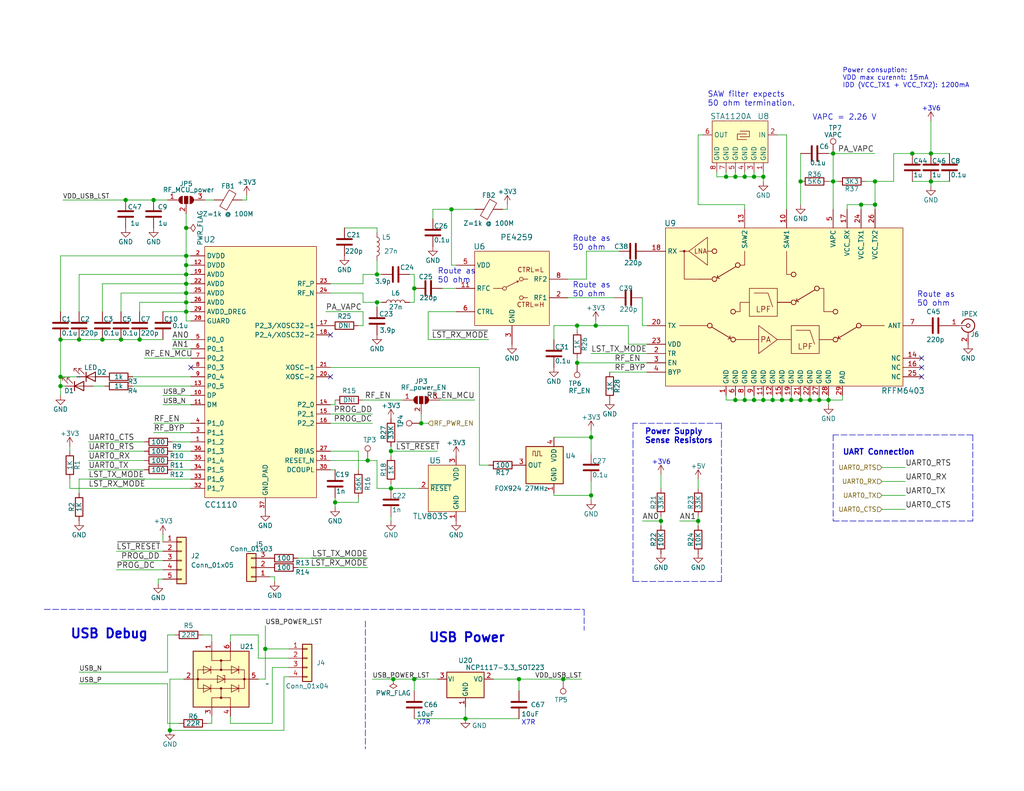
<source format=kicad_sch>
(kicad_sch (version 20211123) (generator eeschema)

  (uuid 31b0c6a8-031c-465a-a937-d97b09c540f9)

  (paper "USLetter")

  (title_block
    (title "OpenLST Reference Design")
    (date "2018-08-02")
    (rev "2.1")
    (comment 1 "Drawn by Ryan Kingsbury")
    (comment 2 "License")
    (comment 3 "This work is licensed under a Creative Commons Attribution-ShareAlike 4.0 International")
    (comment 4 "Copyright 2018 Planet Labs Inc")
  )

  (lib_symbols
    (symbol "Connector:Conn_Coaxial" (pin_names (offset 1.016) hide) (in_bom yes) (on_board yes)
      (property "Reference" "J" (id 0) (at 0.254 3.048 0)
        (effects (font (size 1.27 1.27)))
      )
      (property "Value" "Conn_Coaxial" (id 1) (at 2.921 0 90)
        (effects (font (size 1.27 1.27)))
      )
      (property "Footprint" "" (id 2) (at 0 0 0)
        (effects (font (size 1.27 1.27)) hide)
      )
      (property "Datasheet" " ~" (id 3) (at 0 0 0)
        (effects (font (size 1.27 1.27)) hide)
      )
      (property "ki_keywords" "BNC SMA SMB SMC LEMO coaxial connector CINCH RCA" (id 4) (at 0 0 0)
        (effects (font (size 1.27 1.27)) hide)
      )
      (property "ki_description" "coaxial connector (BNC, SMA, SMB, SMC, Cinch/RCA, LEMO, ...)" (id 5) (at 0 0 0)
        (effects (font (size 1.27 1.27)) hide)
      )
      (property "ki_fp_filters" "*BNC* *SMA* *SMB* *SMC* *Cinch* *LEMO*" (id 6) (at 0 0 0)
        (effects (font (size 1.27 1.27)) hide)
      )
      (symbol "Conn_Coaxial_0_1"
        (arc (start -1.778 -0.508) (mid 0.222 -1.808) (end 1.778 0)
          (stroke (width 0.254) (type default) (color 0 0 0 0))
          (fill (type none))
        )
        (polyline
          (pts
            (xy -2.54 0)
            (xy -0.508 0)
          )
          (stroke (width 0) (type default) (color 0 0 0 0))
          (fill (type none))
        )
        (polyline
          (pts
            (xy 0 -2.54)
            (xy 0 -1.778)
          )
          (stroke (width 0) (type default) (color 0 0 0 0))
          (fill (type none))
        )
        (circle (center 0 0) (radius 0.508)
          (stroke (width 0.2032) (type default) (color 0 0 0 0))
          (fill (type none))
        )
        (arc (start 1.778 0) (mid 0.222 1.8083) (end -1.778 0.508)
          (stroke (width 0.254) (type default) (color 0 0 0 0))
          (fill (type none))
        )
      )
      (symbol "Conn_Coaxial_1_1"
        (pin passive line (at -5.08 0 0) (length 2.54)
          (name "In" (effects (font (size 1.27 1.27))))
          (number "1" (effects (font (size 1.27 1.27))))
        )
        (pin passive line (at 0 -5.08 90) (length 2.54)
          (name "Ext" (effects (font (size 1.27 1.27))))
          (number "2" (effects (font (size 1.27 1.27))))
        )
      )
    )
    (symbol "Connector:TestPoint" (pin_numbers hide) (pin_names (offset 0.762) hide) (in_bom yes) (on_board yes)
      (property "Reference" "TP" (id 0) (at 0 6.858 0)
        (effects (font (size 1.27 1.27)))
      )
      (property "Value" "TestPoint" (id 1) (at 0 5.08 0)
        (effects (font (size 1.27 1.27)))
      )
      (property "Footprint" "" (id 2) (at 5.08 0 0)
        (effects (font (size 1.27 1.27)) hide)
      )
      (property "Datasheet" "~" (id 3) (at 5.08 0 0)
        (effects (font (size 1.27 1.27)) hide)
      )
      (property "ki_keywords" "test point tp" (id 4) (at 0 0 0)
        (effects (font (size 1.27 1.27)) hide)
      )
      (property "ki_description" "test point" (id 5) (at 0 0 0)
        (effects (font (size 1.27 1.27)) hide)
      )
      (property "ki_fp_filters" "Pin* Test*" (id 6) (at 0 0 0)
        (effects (font (size 1.27 1.27)) hide)
      )
      (symbol "TestPoint_0_1"
        (circle (center 0 3.302) (radius 0.762)
          (stroke (width 0) (type default) (color 0 0 0 0))
          (fill (type none))
        )
      )
      (symbol "TestPoint_1_1"
        (pin passive line (at 0 0 90) (length 2.54)
          (name "1" (effects (font (size 1.27 1.27))))
          (number "1" (effects (font (size 1.27 1.27))))
        )
      )
    )
    (symbol "Connector_Generic:Conn_01x03" (pin_names (offset 1.016) hide) (in_bom yes) (on_board yes)
      (property "Reference" "J" (id 0) (at 0 5.08 0)
        (effects (font (size 1.27 1.27)))
      )
      (property "Value" "Conn_01x03" (id 1) (at 0 -5.08 0)
        (effects (font (size 1.27 1.27)))
      )
      (property "Footprint" "" (id 2) (at 0 0 0)
        (effects (font (size 1.27 1.27)) hide)
      )
      (property "Datasheet" "~" (id 3) (at 0 0 0)
        (effects (font (size 1.27 1.27)) hide)
      )
      (property "ki_keywords" "connector" (id 4) (at 0 0 0)
        (effects (font (size 1.27 1.27)) hide)
      )
      (property "ki_description" "Generic connector, single row, 01x03, script generated (kicad-library-utils/schlib/autogen/connector/)" (id 5) (at 0 0 0)
        (effects (font (size 1.27 1.27)) hide)
      )
      (property "ki_fp_filters" "Connector*:*_1x??_*" (id 6) (at 0 0 0)
        (effects (font (size 1.27 1.27)) hide)
      )
      (symbol "Conn_01x03_1_1"
        (rectangle (start -1.27 -2.413) (end 0 -2.667)
          (stroke (width 0.1524) (type default) (color 0 0 0 0))
          (fill (type none))
        )
        (rectangle (start -1.27 0.127) (end 0 -0.127)
          (stroke (width 0.1524) (type default) (color 0 0 0 0))
          (fill (type none))
        )
        (rectangle (start -1.27 2.667) (end 0 2.413)
          (stroke (width 0.1524) (type default) (color 0 0 0 0))
          (fill (type none))
        )
        (rectangle (start -1.27 3.81) (end 1.27 -3.81)
          (stroke (width 0.254) (type default) (color 0 0 0 0))
          (fill (type background))
        )
        (pin passive line (at -5.08 2.54 0) (length 3.81)
          (name "Pin_1" (effects (font (size 1.27 1.27))))
          (number "1" (effects (font (size 1.27 1.27))))
        )
        (pin passive line (at -5.08 0 0) (length 3.81)
          (name "Pin_2" (effects (font (size 1.27 1.27))))
          (number "2" (effects (font (size 1.27 1.27))))
        )
        (pin passive line (at -5.08 -2.54 0) (length 3.81)
          (name "Pin_3" (effects (font (size 1.27 1.27))))
          (number "3" (effects (font (size 1.27 1.27))))
        )
      )
    )
    (symbol "Connector_Generic:Conn_01x04" (pin_names (offset 1.016) hide) (in_bom yes) (on_board yes)
      (property "Reference" "J" (id 0) (at 0 5.08 0)
        (effects (font (size 1.27 1.27)))
      )
      (property "Value" "Conn_01x04" (id 1) (at 0 -7.62 0)
        (effects (font (size 1.27 1.27)))
      )
      (property "Footprint" "" (id 2) (at 0 0 0)
        (effects (font (size 1.27 1.27)) hide)
      )
      (property "Datasheet" "~" (id 3) (at 0 0 0)
        (effects (font (size 1.27 1.27)) hide)
      )
      (property "ki_keywords" "connector" (id 4) (at 0 0 0)
        (effects (font (size 1.27 1.27)) hide)
      )
      (property "ki_description" "Generic connector, single row, 01x04, script generated (kicad-library-utils/schlib/autogen/connector/)" (id 5) (at 0 0 0)
        (effects (font (size 1.27 1.27)) hide)
      )
      (property "ki_fp_filters" "Connector*:*_1x??_*" (id 6) (at 0 0 0)
        (effects (font (size 1.27 1.27)) hide)
      )
      (symbol "Conn_01x04_1_1"
        (rectangle (start -1.27 -4.953) (end 0 -5.207)
          (stroke (width 0.1524) (type default) (color 0 0 0 0))
          (fill (type none))
        )
        (rectangle (start -1.27 -2.413) (end 0 -2.667)
          (stroke (width 0.1524) (type default) (color 0 0 0 0))
          (fill (type none))
        )
        (rectangle (start -1.27 0.127) (end 0 -0.127)
          (stroke (width 0.1524) (type default) (color 0 0 0 0))
          (fill (type none))
        )
        (rectangle (start -1.27 2.667) (end 0 2.413)
          (stroke (width 0.1524) (type default) (color 0 0 0 0))
          (fill (type none))
        )
        (rectangle (start -1.27 3.81) (end 1.27 -6.35)
          (stroke (width 0.254) (type default) (color 0 0 0 0))
          (fill (type background))
        )
        (pin passive line (at -5.08 2.54 0) (length 3.81)
          (name "Pin_1" (effects (font (size 1.27 1.27))))
          (number "1" (effects (font (size 1.27 1.27))))
        )
        (pin passive line (at -5.08 0 0) (length 3.81)
          (name "Pin_2" (effects (font (size 1.27 1.27))))
          (number "2" (effects (font (size 1.27 1.27))))
        )
        (pin passive line (at -5.08 -2.54 0) (length 3.81)
          (name "Pin_3" (effects (font (size 1.27 1.27))))
          (number "3" (effects (font (size 1.27 1.27))))
        )
        (pin passive line (at -5.08 -5.08 0) (length 3.81)
          (name "Pin_4" (effects (font (size 1.27 1.27))))
          (number "4" (effects (font (size 1.27 1.27))))
        )
      )
    )
    (symbol "Connector_Generic:Conn_01x05" (pin_names (offset 1.016) hide) (in_bom yes) (on_board yes)
      (property "Reference" "J" (id 0) (at 0 7.62 0)
        (effects (font (size 1.27 1.27)))
      )
      (property "Value" "Conn_01x05" (id 1) (at 0 -7.62 0)
        (effects (font (size 1.27 1.27)))
      )
      (property "Footprint" "" (id 2) (at 0 0 0)
        (effects (font (size 1.27 1.27)) hide)
      )
      (property "Datasheet" "~" (id 3) (at 0 0 0)
        (effects (font (size 1.27 1.27)) hide)
      )
      (property "ki_keywords" "connector" (id 4) (at 0 0 0)
        (effects (font (size 1.27 1.27)) hide)
      )
      (property "ki_description" "Generic connector, single row, 01x05, script generated (kicad-library-utils/schlib/autogen/connector/)" (id 5) (at 0 0 0)
        (effects (font (size 1.27 1.27)) hide)
      )
      (property "ki_fp_filters" "Connector*:*_1x??_*" (id 6) (at 0 0 0)
        (effects (font (size 1.27 1.27)) hide)
      )
      (symbol "Conn_01x05_1_1"
        (rectangle (start -1.27 -4.953) (end 0 -5.207)
          (stroke (width 0.1524) (type default) (color 0 0 0 0))
          (fill (type none))
        )
        (rectangle (start -1.27 -2.413) (end 0 -2.667)
          (stroke (width 0.1524) (type default) (color 0 0 0 0))
          (fill (type none))
        )
        (rectangle (start -1.27 0.127) (end 0 -0.127)
          (stroke (width 0.1524) (type default) (color 0 0 0 0))
          (fill (type none))
        )
        (rectangle (start -1.27 2.667) (end 0 2.413)
          (stroke (width 0.1524) (type default) (color 0 0 0 0))
          (fill (type none))
        )
        (rectangle (start -1.27 5.207) (end 0 4.953)
          (stroke (width 0.1524) (type default) (color 0 0 0 0))
          (fill (type none))
        )
        (rectangle (start -1.27 6.35) (end 1.27 -6.35)
          (stroke (width 0.254) (type default) (color 0 0 0 0))
          (fill (type background))
        )
        (pin passive line (at -5.08 5.08 0) (length 3.81)
          (name "Pin_1" (effects (font (size 1.27 1.27))))
          (number "1" (effects (font (size 1.27 1.27))))
        )
        (pin passive line (at -5.08 2.54 0) (length 3.81)
          (name "Pin_2" (effects (font (size 1.27 1.27))))
          (number "2" (effects (font (size 1.27 1.27))))
        )
        (pin passive line (at -5.08 0 0) (length 3.81)
          (name "Pin_3" (effects (font (size 1.27 1.27))))
          (number "3" (effects (font (size 1.27 1.27))))
        )
        (pin passive line (at -5.08 -2.54 0) (length 3.81)
          (name "Pin_4" (effects (font (size 1.27 1.27))))
          (number "4" (effects (font (size 1.27 1.27))))
        )
        (pin passive line (at -5.08 -5.08 0) (length 3.81)
          (name "Pin_5" (effects (font (size 1.27 1.27))))
          (number "5" (effects (font (size 1.27 1.27))))
        )
      )
    )
    (symbol "Device:C" (pin_numbers hide) (pin_names (offset 0.254)) (in_bom yes) (on_board yes)
      (property "Reference" "C" (id 0) (at 0.635 2.54 0)
        (effects (font (size 1.27 1.27)) (justify left))
      )
      (property "Value" "C" (id 1) (at 0.635 -2.54 0)
        (effects (font (size 1.27 1.27)) (justify left))
      )
      (property "Footprint" "" (id 2) (at 0.9652 -3.81 0)
        (effects (font (size 1.27 1.27)) hide)
      )
      (property "Datasheet" "~" (id 3) (at 0 0 0)
        (effects (font (size 1.27 1.27)) hide)
      )
      (property "ki_keywords" "cap capacitor" (id 4) (at 0 0 0)
        (effects (font (size 1.27 1.27)) hide)
      )
      (property "ki_description" "Unpolarized capacitor" (id 5) (at 0 0 0)
        (effects (font (size 1.27 1.27)) hide)
      )
      (property "ki_fp_filters" "C_*" (id 6) (at 0 0 0)
        (effects (font (size 1.27 1.27)) hide)
      )
      (symbol "C_0_1"
        (polyline
          (pts
            (xy -2.032 -0.762)
            (xy 2.032 -0.762)
          )
          (stroke (width 0.508) (type default) (color 0 0 0 0))
          (fill (type none))
        )
        (polyline
          (pts
            (xy -2.032 0.762)
            (xy 2.032 0.762)
          )
          (stroke (width 0.508) (type default) (color 0 0 0 0))
          (fill (type none))
        )
      )
      (symbol "C_1_1"
        (pin passive line (at 0 3.81 270) (length 2.794)
          (name "~" (effects (font (size 1.27 1.27))))
          (number "1" (effects (font (size 1.27 1.27))))
        )
        (pin passive line (at 0 -3.81 90) (length 2.794)
          (name "~" (effects (font (size 1.27 1.27))))
          (number "2" (effects (font (size 1.27 1.27))))
        )
      )
    )
    (symbol "Device:FerriteBead" (pin_numbers hide) (pin_names (offset 0)) (in_bom yes) (on_board yes)
      (property "Reference" "FB" (id 0) (at -3.81 0.635 90)
        (effects (font (size 1.27 1.27)))
      )
      (property "Value" "FerriteBead" (id 1) (at 3.81 0 90)
        (effects (font (size 1.27 1.27)))
      )
      (property "Footprint" "" (id 2) (at -1.778 0 90)
        (effects (font (size 1.27 1.27)) hide)
      )
      (property "Datasheet" "~" (id 3) (at 0 0 0)
        (effects (font (size 1.27 1.27)) hide)
      )
      (property "ki_keywords" "L ferrite bead inductor filter" (id 4) (at 0 0 0)
        (effects (font (size 1.27 1.27)) hide)
      )
      (property "ki_description" "Ferrite bead" (id 5) (at 0 0 0)
        (effects (font (size 1.27 1.27)) hide)
      )
      (property "ki_fp_filters" "Inductor_* L_* *Ferrite*" (id 6) (at 0 0 0)
        (effects (font (size 1.27 1.27)) hide)
      )
      (symbol "FerriteBead_0_1"
        (polyline
          (pts
            (xy 0 -1.27)
            (xy 0 -1.2192)
          )
          (stroke (width 0) (type default) (color 0 0 0 0))
          (fill (type none))
        )
        (polyline
          (pts
            (xy 0 1.27)
            (xy 0 1.2954)
          )
          (stroke (width 0) (type default) (color 0 0 0 0))
          (fill (type none))
        )
        (polyline
          (pts
            (xy -2.7686 0.4064)
            (xy -1.7018 2.2606)
            (xy 2.7686 -0.3048)
            (xy 1.6764 -2.159)
            (xy -2.7686 0.4064)
          )
          (stroke (width 0) (type default) (color 0 0 0 0))
          (fill (type none))
        )
      )
      (symbol "FerriteBead_1_1"
        (pin passive line (at 0 3.81 270) (length 2.54)
          (name "~" (effects (font (size 1.27 1.27))))
          (number "1" (effects (font (size 1.27 1.27))))
        )
        (pin passive line (at 0 -3.81 90) (length 2.54)
          (name "~" (effects (font (size 1.27 1.27))))
          (number "2" (effects (font (size 1.27 1.27))))
        )
      )
    )
    (symbol "Device:L" (pin_numbers hide) (pin_names (offset 1.016) hide) (in_bom yes) (on_board yes)
      (property "Reference" "L" (id 0) (at -1.27 0 90)
        (effects (font (size 1.27 1.27)))
      )
      (property "Value" "L" (id 1) (at 1.905 0 90)
        (effects (font (size 1.27 1.27)))
      )
      (property "Footprint" "" (id 2) (at 0 0 0)
        (effects (font (size 1.27 1.27)) hide)
      )
      (property "Datasheet" "~" (id 3) (at 0 0 0)
        (effects (font (size 1.27 1.27)) hide)
      )
      (property "ki_keywords" "inductor choke coil reactor magnetic" (id 4) (at 0 0 0)
        (effects (font (size 1.27 1.27)) hide)
      )
      (property "ki_description" "Inductor" (id 5) (at 0 0 0)
        (effects (font (size 1.27 1.27)) hide)
      )
      (property "ki_fp_filters" "Choke_* *Coil* Inductor_* L_*" (id 6) (at 0 0 0)
        (effects (font (size 1.27 1.27)) hide)
      )
      (symbol "L_0_1"
        (arc (start 0 -2.54) (mid 0.635 -1.905) (end 0 -1.27)
          (stroke (width 0) (type default) (color 0 0 0 0))
          (fill (type none))
        )
        (arc (start 0 -1.27) (mid 0.635 -0.635) (end 0 0)
          (stroke (width 0) (type default) (color 0 0 0 0))
          (fill (type none))
        )
        (arc (start 0 0) (mid 0.635 0.635) (end 0 1.27)
          (stroke (width 0) (type default) (color 0 0 0 0))
          (fill (type none))
        )
        (arc (start 0 1.27) (mid 0.635 1.905) (end 0 2.54)
          (stroke (width 0) (type default) (color 0 0 0 0))
          (fill (type none))
        )
      )
      (symbol "L_1_1"
        (pin passive line (at 0 3.81 270) (length 1.27)
          (name "1" (effects (font (size 1.27 1.27))))
          (number "1" (effects (font (size 1.27 1.27))))
        )
        (pin passive line (at 0 -3.81 90) (length 1.27)
          (name "2" (effects (font (size 1.27 1.27))))
          (number "2" (effects (font (size 1.27 1.27))))
        )
      )
    )
    (symbol "Device:LED" (pin_numbers hide) (pin_names (offset 1.016) hide) (in_bom yes) (on_board yes)
      (property "Reference" "D" (id 0) (at 0 2.54 0)
        (effects (font (size 1.27 1.27)))
      )
      (property "Value" "LED" (id 1) (at 0 -2.54 0)
        (effects (font (size 1.27 1.27)))
      )
      (property "Footprint" "" (id 2) (at 0 0 0)
        (effects (font (size 1.27 1.27)) hide)
      )
      (property "Datasheet" "~" (id 3) (at 0 0 0)
        (effects (font (size 1.27 1.27)) hide)
      )
      (property "ki_keywords" "LED diode" (id 4) (at 0 0 0)
        (effects (font (size 1.27 1.27)) hide)
      )
      (property "ki_description" "Light emitting diode" (id 5) (at 0 0 0)
        (effects (font (size 1.27 1.27)) hide)
      )
      (property "ki_fp_filters" "LED* LED_SMD:* LED_THT:*" (id 6) (at 0 0 0)
        (effects (font (size 1.27 1.27)) hide)
      )
      (symbol "LED_0_1"
        (polyline
          (pts
            (xy -1.27 -1.27)
            (xy -1.27 1.27)
          )
          (stroke (width 0.254) (type default) (color 0 0 0 0))
          (fill (type none))
        )
        (polyline
          (pts
            (xy -1.27 0)
            (xy 1.27 0)
          )
          (stroke (width 0) (type default) (color 0 0 0 0))
          (fill (type none))
        )
        (polyline
          (pts
            (xy 1.27 -1.27)
            (xy 1.27 1.27)
            (xy -1.27 0)
            (xy 1.27 -1.27)
          )
          (stroke (width 0.254) (type default) (color 0 0 0 0))
          (fill (type none))
        )
        (polyline
          (pts
            (xy -3.048 -0.762)
            (xy -4.572 -2.286)
            (xy -3.81 -2.286)
            (xy -4.572 -2.286)
            (xy -4.572 -1.524)
          )
          (stroke (width 0) (type default) (color 0 0 0 0))
          (fill (type none))
        )
        (polyline
          (pts
            (xy -1.778 -0.762)
            (xy -3.302 -2.286)
            (xy -2.54 -2.286)
            (xy -3.302 -2.286)
            (xy -3.302 -1.524)
          )
          (stroke (width 0) (type default) (color 0 0 0 0))
          (fill (type none))
        )
      )
      (symbol "LED_1_1"
        (pin passive line (at -3.81 0 0) (length 2.54)
          (name "K" (effects (font (size 1.27 1.27))))
          (number "1" (effects (font (size 1.27 1.27))))
        )
        (pin passive line (at 3.81 0 180) (length 2.54)
          (name "A" (effects (font (size 1.27 1.27))))
          (number "2" (effects (font (size 1.27 1.27))))
        )
      )
    )
    (symbol "Device:R" (pin_numbers hide) (pin_names (offset 0)) (in_bom yes) (on_board yes)
      (property "Reference" "R" (id 0) (at 2.032 0 90)
        (effects (font (size 1.27 1.27)))
      )
      (property "Value" "R" (id 1) (at 0 0 90)
        (effects (font (size 1.27 1.27)))
      )
      (property "Footprint" "" (id 2) (at -1.778 0 90)
        (effects (font (size 1.27 1.27)) hide)
      )
      (property "Datasheet" "~" (id 3) (at 0 0 0)
        (effects (font (size 1.27 1.27)) hide)
      )
      (property "ki_keywords" "R res resistor" (id 4) (at 0 0 0)
        (effects (font (size 1.27 1.27)) hide)
      )
      (property "ki_description" "Resistor" (id 5) (at 0 0 0)
        (effects (font (size 1.27 1.27)) hide)
      )
      (property "ki_fp_filters" "R_*" (id 6) (at 0 0 0)
        (effects (font (size 1.27 1.27)) hide)
      )
      (symbol "R_0_1"
        (rectangle (start -1.016 -2.54) (end 1.016 2.54)
          (stroke (width 0.254) (type default) (color 0 0 0 0))
          (fill (type none))
        )
      )
      (symbol "R_1_1"
        (pin passive line (at 0 3.81 270) (length 1.27)
          (name "~" (effects (font (size 1.27 1.27))))
          (number "1" (effects (font (size 1.27 1.27))))
        )
        (pin passive line (at 0 -3.81 90) (length 1.27)
          (name "~" (effects (font (size 1.27 1.27))))
          (number "2" (effects (font (size 1.27 1.27))))
        )
      )
    )
    (symbol "Jumper:SolderJumper_3_Open" (pin_names (offset 0) hide) (in_bom yes) (on_board yes)
      (property "Reference" "JP" (id 0) (at -2.54 -2.54 0)
        (effects (font (size 1.27 1.27)))
      )
      (property "Value" "SolderJumper_3_Open" (id 1) (at 0 2.794 0)
        (effects (font (size 1.27 1.27)))
      )
      (property "Footprint" "" (id 2) (at 0 0 0)
        (effects (font (size 1.27 1.27)) hide)
      )
      (property "Datasheet" "~" (id 3) (at 0 0 0)
        (effects (font (size 1.27 1.27)) hide)
      )
      (property "ki_keywords" "Solder Jumper SPDT" (id 4) (at 0 0 0)
        (effects (font (size 1.27 1.27)) hide)
      )
      (property "ki_description" "Solder Jumper, 3-pole, open" (id 5) (at 0 0 0)
        (effects (font (size 1.27 1.27)) hide)
      )
      (property "ki_fp_filters" "SolderJumper*Open*" (id 6) (at 0 0 0)
        (effects (font (size 1.27 1.27)) hide)
      )
      (symbol "SolderJumper_3_Open_0_1"
        (arc (start -1.016 1.016) (mid -2.032 0) (end -1.016 -1.016)
          (stroke (width 0) (type default) (color 0 0 0 0))
          (fill (type none))
        )
        (arc (start -1.016 1.016) (mid -2.032 0) (end -1.016 -1.016)
          (stroke (width 0) (type default) (color 0 0 0 0))
          (fill (type outline))
        )
        (rectangle (start -0.508 1.016) (end 0.508 -1.016)
          (stroke (width 0) (type default) (color 0 0 0 0))
          (fill (type outline))
        )
        (polyline
          (pts
            (xy -2.54 0)
            (xy -2.032 0)
          )
          (stroke (width 0) (type default) (color 0 0 0 0))
          (fill (type none))
        )
        (polyline
          (pts
            (xy -1.016 1.016)
            (xy -1.016 -1.016)
          )
          (stroke (width 0) (type default) (color 0 0 0 0))
          (fill (type none))
        )
        (polyline
          (pts
            (xy 0 -1.27)
            (xy 0 -1.016)
          )
          (stroke (width 0) (type default) (color 0 0 0 0))
          (fill (type none))
        )
        (polyline
          (pts
            (xy 1.016 1.016)
            (xy 1.016 -1.016)
          )
          (stroke (width 0) (type default) (color 0 0 0 0))
          (fill (type none))
        )
        (polyline
          (pts
            (xy 2.54 0)
            (xy 2.032 0)
          )
          (stroke (width 0) (type default) (color 0 0 0 0))
          (fill (type none))
        )
        (arc (start 1.016 -1.016) (mid 2.032 0) (end 1.016 1.016)
          (stroke (width 0) (type default) (color 0 0 0 0))
          (fill (type none))
        )
        (arc (start 1.016 -1.016) (mid 2.032 0) (end 1.016 1.016)
          (stroke (width 0) (type default) (color 0 0 0 0))
          (fill (type outline))
        )
      )
      (symbol "SolderJumper_3_Open_1_1"
        (pin passive line (at -5.08 0 0) (length 2.54)
          (name "A" (effects (font (size 1.27 1.27))))
          (number "1" (effects (font (size 1.27 1.27))))
        )
        (pin input line (at 0 -3.81 90) (length 2.54)
          (name "C" (effects (font (size 1.27 1.27))))
          (number "2" (effects (font (size 1.27 1.27))))
        )
        (pin passive line (at 5.08 0 180) (length 2.54)
          (name "B" (effects (font (size 1.27 1.27))))
          (number "3" (effects (font (size 1.27 1.27))))
        )
      )
    )
    (symbol "Oscillator:FT5HN" (in_bom yes) (on_board yes)
      (property "Reference" "U" (id 0) (at 1.27 11.43 0)
        (effects (font (size 1.27 1.27)))
      )
      (property "Value" "FT5HN" (id 1) (at 2.54 8.89 0)
        (effects (font (size 1.27 1.27)))
      )
      (property "Footprint" "Oscillator:Oscillator_SMD_Fox_FT5H_5.0x3.2mm" (id 2) (at 0 -16.51 0)
        (effects (font (size 1.27 1.27)) hide)
      )
      (property "Datasheet" "https://foxonline.com/wp-content/uploads/pdfs/T5HN_T5HV.pdf" (id 3) (at 1.27 -19.05 0)
        (effects (font (size 1.27 1.27)) hide)
      )
      (property "ki_keywords" "TXCO" (id 4) (at 0 0 0)
        (effects (font (size 1.27 1.27)) hide)
      )
      (property "ki_description" "HCMOS temperature compensated oscillator" (id 5) (at 0 0 0)
        (effects (font (size 1.27 1.27)) hide)
      )
      (property "ki_fp_filters" "Oscillator*SMD*Fox*FT5H*5.0x3.2mm*" (id 6) (at 0 0 0)
        (effects (font (size 1.27 1.27)) hide)
      )
      (symbol "FT5HN_0_1"
        (rectangle (start -5.08 5.08) (end 5.08 -5.08)
          (stroke (width 0.254) (type default) (color 0 0 0 0))
          (fill (type background))
        )
        (polyline
          (pts
            (xy 0.635 2.54)
            (xy 1.27 2.54)
            (xy 1.27 3.81)
            (xy 1.905 3.81)
            (xy 1.905 2.54)
            (xy 2.54 2.54)
            (xy 2.54 3.81)
            (xy 3.175 3.81)
            (xy 3.175 2.54)
          )
          (stroke (width 0) (type default) (color 0 0 0 0))
          (fill (type none))
        )
      )
      (symbol "FT5HN_1_1"
        (pin power_in line (at -2.54 -7.62 90) (length 2.54)
          (name "GND" (effects (font (size 1.27 1.27))))
          (number "1" (effects (font (size 1.27 1.27))))
        )
        (pin passive line (at -2.54 -7.62 90) (length 2.54) hide
          (name "GND" (effects (font (size 1.27 1.27))))
          (number "2" (effects (font (size 1.27 1.27))))
        )
        (pin output line (at 7.62 0 180) (length 2.54)
          (name "OUT" (effects (font (size 1.27 1.27))))
          (number "3" (effects (font (size 1.27 1.27))))
        )
        (pin power_in line (at -2.54 7.62 270) (length 2.54)
          (name "VDD" (effects (font (size 1.27 1.27))))
          (number "4" (effects (font (size 1.27 1.27))))
        )
      )
    )
    (symbol "Power_Protection:USBLC6-2P6" (pin_names hide) (in_bom yes) (on_board yes)
      (property "Reference" "U" (id 0) (at 2.54 8.89 0)
        (effects (font (size 1.27 1.27)) (justify left))
      )
      (property "Value" "USBLC6-2P6" (id 1) (at 2.54 -8.89 0)
        (effects (font (size 1.27 1.27)) (justify left))
      )
      (property "Footprint" "Package_TO_SOT_SMD:SOT-666" (id 2) (at 0 -12.7 0)
        (effects (font (size 1.27 1.27)) hide)
      )
      (property "Datasheet" "https://www.st.com/resource/en/datasheet/usblc6-2.pdf" (id 3) (at 5.08 8.89 0)
        (effects (font (size 1.27 1.27)) hide)
      )
      (property "ki_keywords" "usb ethernet video" (id 4) (at 0 0 0)
        (effects (font (size 1.27 1.27)) hide)
      )
      (property "ki_description" "Very low capacitance ESD protection diode, 2 data-line, SOT-666" (id 5) (at 0 0 0)
        (effects (font (size 1.27 1.27)) hide)
      )
      (property "ki_fp_filters" "SOT?666*" (id 6) (at 0 0 0)
        (effects (font (size 1.27 1.27)) hide)
      )
      (symbol "USBLC6-2P6_0_1"
        (rectangle (start -7.62 -7.62) (end 7.62 7.62)
          (stroke (width 0.254) (type default) (color 0 0 0 0))
          (fill (type background))
        )
        (circle (center -5.08 0) (radius 0.254)
          (stroke (width 0) (type default) (color 0 0 0 0))
          (fill (type outline))
        )
        (circle (center -2.54 0) (radius 0.254)
          (stroke (width 0) (type default) (color 0 0 0 0))
          (fill (type outline))
        )
        (rectangle (start -2.54 6.35) (end 2.54 -6.35)
          (stroke (width 0) (type default) (color 0 0 0 0))
          (fill (type none))
        )
        (circle (center 0 -6.35) (radius 0.254)
          (stroke (width 0) (type default) (color 0 0 0 0))
          (fill (type outline))
        )
        (polyline
          (pts
            (xy -5.08 -2.54)
            (xy -7.62 -2.54)
          )
          (stroke (width 0) (type default) (color 0 0 0 0))
          (fill (type none))
        )
        (polyline
          (pts
            (xy -5.08 0)
            (xy -5.08 -2.54)
          )
          (stroke (width 0) (type default) (color 0 0 0 0))
          (fill (type none))
        )
        (polyline
          (pts
            (xy -5.08 2.54)
            (xy -7.62 2.54)
          )
          (stroke (width 0) (type default) (color 0 0 0 0))
          (fill (type none))
        )
        (polyline
          (pts
            (xy -1.524 -2.794)
            (xy -3.556 -2.794)
          )
          (stroke (width 0) (type default) (color 0 0 0 0))
          (fill (type none))
        )
        (polyline
          (pts
            (xy -1.524 4.826)
            (xy -3.556 4.826)
          )
          (stroke (width 0) (type default) (color 0 0 0 0))
          (fill (type none))
        )
        (polyline
          (pts
            (xy 0 -7.62)
            (xy 0 -6.35)
          )
          (stroke (width 0) (type default) (color 0 0 0 0))
          (fill (type none))
        )
        (polyline
          (pts
            (xy 0 -6.35)
            (xy 0 1.27)
          )
          (stroke (width 0) (type default) (color 0 0 0 0))
          (fill (type none))
        )
        (polyline
          (pts
            (xy 0 1.27)
            (xy 0 6.35)
          )
          (stroke (width 0) (type default) (color 0 0 0 0))
          (fill (type none))
        )
        (polyline
          (pts
            (xy 0 6.35)
            (xy 0 7.62)
          )
          (stroke (width 0) (type default) (color 0 0 0 0))
          (fill (type none))
        )
        (polyline
          (pts
            (xy 1.524 -2.794)
            (xy 3.556 -2.794)
          )
          (stroke (width 0) (type default) (color 0 0 0 0))
          (fill (type none))
        )
        (polyline
          (pts
            (xy 1.524 4.826)
            (xy 3.556 4.826)
          )
          (stroke (width 0) (type default) (color 0 0 0 0))
          (fill (type none))
        )
        (polyline
          (pts
            (xy 5.08 -2.54)
            (xy 7.62 -2.54)
          )
          (stroke (width 0) (type default) (color 0 0 0 0))
          (fill (type none))
        )
        (polyline
          (pts
            (xy 5.08 0)
            (xy 5.08 -2.54)
          )
          (stroke (width 0) (type default) (color 0 0 0 0))
          (fill (type none))
        )
        (polyline
          (pts
            (xy 5.08 2.54)
            (xy 7.62 2.54)
          )
          (stroke (width 0) (type default) (color 0 0 0 0))
          (fill (type none))
        )
        (polyline
          (pts
            (xy -2.54 0)
            (xy -5.08 0)
            (xy -5.08 2.54)
          )
          (stroke (width 0) (type default) (color 0 0 0 0))
          (fill (type none))
        )
        (polyline
          (pts
            (xy 2.54 0)
            (xy 5.08 0)
            (xy 5.08 2.54)
          )
          (stroke (width 0) (type default) (color 0 0 0 0))
          (fill (type none))
        )
        (polyline
          (pts
            (xy -3.556 -4.826)
            (xy -1.524 -4.826)
            (xy -2.54 -2.794)
            (xy -3.556 -4.826)
          )
          (stroke (width 0) (type default) (color 0 0 0 0))
          (fill (type none))
        )
        (polyline
          (pts
            (xy -3.556 2.794)
            (xy -1.524 2.794)
            (xy -2.54 4.826)
            (xy -3.556 2.794)
          )
          (stroke (width 0) (type default) (color 0 0 0 0))
          (fill (type none))
        )
        (polyline
          (pts
            (xy -1.016 -1.016)
            (xy 1.016 -1.016)
            (xy 0 1.016)
            (xy -1.016 -1.016)
          )
          (stroke (width 0) (type default) (color 0 0 0 0))
          (fill (type none))
        )
        (polyline
          (pts
            (xy 1.016 1.016)
            (xy 0.762 1.016)
            (xy -1.016 1.016)
            (xy -1.016 0.508)
          )
          (stroke (width 0) (type default) (color 0 0 0 0))
          (fill (type none))
        )
        (polyline
          (pts
            (xy 3.556 -4.826)
            (xy 1.524 -4.826)
            (xy 2.54 -2.794)
            (xy 3.556 -4.826)
          )
          (stroke (width 0) (type default) (color 0 0 0 0))
          (fill (type none))
        )
        (polyline
          (pts
            (xy 3.556 2.794)
            (xy 1.524 2.794)
            (xy 2.54 4.826)
            (xy 3.556 2.794)
          )
          (stroke (width 0) (type default) (color 0 0 0 0))
          (fill (type none))
        )
        (circle (center 0 6.35) (radius 0.254)
          (stroke (width 0) (type default) (color 0 0 0 0))
          (fill (type outline))
        )
        (circle (center 2.54 0) (radius 0.254)
          (stroke (width 0) (type default) (color 0 0 0 0))
          (fill (type outline))
        )
        (circle (center 5.08 0) (radius 0.254)
          (stroke (width 0) (type default) (color 0 0 0 0))
          (fill (type outline))
        )
      )
      (symbol "USBLC6-2P6_1_1"
        (pin passive line (at -10.16 -2.54 0) (length 2.54)
          (name "I/O1" (effects (font (size 1.27 1.27))))
          (number "1" (effects (font (size 1.27 1.27))))
        )
        (pin passive line (at 0 -10.16 90) (length 2.54)
          (name "GND" (effects (font (size 1.27 1.27))))
          (number "2" (effects (font (size 1.27 1.27))))
        )
        (pin passive line (at 10.16 -2.54 180) (length 2.54)
          (name "I/O2" (effects (font (size 1.27 1.27))))
          (number "3" (effects (font (size 1.27 1.27))))
        )
        (pin passive line (at 10.16 2.54 180) (length 2.54)
          (name "I/O2" (effects (font (size 1.27 1.27))))
          (number "4" (effects (font (size 1.27 1.27))))
        )
        (pin passive line (at 0 10.16 270) (length 2.54)
          (name "VBUS" (effects (font (size 1.27 1.27))))
          (number "5" (effects (font (size 1.27 1.27))))
        )
        (pin passive line (at -10.16 2.54 0) (length 2.54)
          (name "I/O1" (effects (font (size 1.27 1.27))))
          (number "6" (effects (font (size 1.27 1.27))))
        )
      )
    )
    (symbol "Regulator_Linear:NCP1117-3.3_SOT223" (pin_names (offset 0.254)) (in_bom yes) (on_board yes)
      (property "Reference" "U" (id 0) (at -3.81 3.175 0)
        (effects (font (size 1.27 1.27)))
      )
      (property "Value" "NCP1117-3.3_SOT223" (id 1) (at 0 3.175 0)
        (effects (font (size 1.27 1.27)) (justify left))
      )
      (property "Footprint" "Package_TO_SOT_SMD:SOT-223-3_TabPin2" (id 2) (at 0 5.08 0)
        (effects (font (size 1.27 1.27)) hide)
      )
      (property "Datasheet" "http://www.onsemi.com/pub_link/Collateral/NCP1117-D.PDF" (id 3) (at 2.54 -6.35 0)
        (effects (font (size 1.27 1.27)) hide)
      )
      (property "ki_keywords" "REGULATOR LDO 3.3V" (id 4) (at 0 0 0)
        (effects (font (size 1.27 1.27)) hide)
      )
      (property "ki_description" "1A Low drop-out regulator, Fixed Output 3.3V, SOT-223" (id 5) (at 0 0 0)
        (effects (font (size 1.27 1.27)) hide)
      )
      (property "ki_fp_filters" "SOT?223*TabPin2*" (id 6) (at 0 0 0)
        (effects (font (size 1.27 1.27)) hide)
      )
      (symbol "NCP1117-3.3_SOT223_0_1"
        (rectangle (start -5.08 -5.08) (end 5.08 1.905)
          (stroke (width 0.254) (type default) (color 0 0 0 0))
          (fill (type background))
        )
      )
      (symbol "NCP1117-3.3_SOT223_1_1"
        (pin power_in line (at 0 -7.62 90) (length 2.54)
          (name "GND" (effects (font (size 1.27 1.27))))
          (number "1" (effects (font (size 1.27 1.27))))
        )
        (pin power_out line (at 7.62 0 180) (length 2.54)
          (name "VO" (effects (font (size 1.27 1.27))))
          (number "2" (effects (font (size 1.27 1.27))))
        )
        (pin power_in line (at -7.62 0 0) (length 2.54)
          (name "VI" (effects (font (size 1.27 1.27))))
          (number "3" (effects (font (size 1.27 1.27))))
        )
      )
    )
    (symbol "comm:ASR433" (in_bom yes) (on_board yes)
      (property "Reference" "U" (id 0) (at 7.62 6.35 0)
        (effects (font (size 1.27 1.27)))
      )
      (property "Value" "ASR433" (id 1) (at -5.08 6.35 0)
        (effects (font (size 1.27 1.27)))
      )
      (property "Footprint" "" (id 2) (at 0 5.08 0)
        (effects (font (size 1.27 1.27)) hide)
      )
      (property "Datasheet" "" (id 3) (at 0 5.08 0)
        (effects (font (size 1.27 1.27)) hide)
      )
      (symbol "ASR433_0_1"
        (rectangle (start -7.62 -6.35) (end 7.62 5.08)
          (stroke (width 0) (type default) (color 0 0 0 0))
          (fill (type background))
        )
        (polyline
          (pts
            (xy -1.778 1.524)
            (xy 0.762 1.524)
            (xy 0.762 0)
            (xy -1.778 0)
          )
          (stroke (width 0) (type default) (color 0 0 0 0))
          (fill (type none))
        )
        (polyline
          (pts
            (xy 0 2.286)
            (xy -2.54 2.286)
            (xy -2.54 0.762)
            (xy 0 0.762)
          )
          (stroke (width 0) (type default) (color 0 0 0 0))
          (fill (type none))
        )
      )
      (symbol "ASR433_1_1"
        (pin passive line (at -6.35 -8.89 90) (length 2.54)
          (name "GND" (effects (font (size 1.27 1.27))))
          (number "1" (effects (font (size 1.27 1.27))))
        )
        (pin passive line (at -10.16 1.27 0) (length 2.54)
          (name "IN" (effects (font (size 1.27 1.27))))
          (number "2" (effects (font (size 1.27 1.27))))
        )
        (pin passive line (at -3.81 -8.89 90) (length 2.54)
          (name "GND" (effects (font (size 1.27 1.27))))
          (number "3" (effects (font (size 1.27 1.27))))
        )
        (pin passive line (at -1.27 -8.89 90) (length 2.54)
          (name "GND" (effects (font (size 1.27 1.27))))
          (number "4" (effects (font (size 1.27 1.27))))
        )
        (pin passive line (at 1.27 -8.89 90) (length 2.54)
          (name "GND" (effects (font (size 1.27 1.27))))
          (number "5" (effects (font (size 1.27 1.27))))
        )
        (pin passive line (at 10.16 1.27 180) (length 2.54)
          (name "OUT" (effects (font (size 1.27 1.27))))
          (number "6" (effects (font (size 1.27 1.27))))
        )
        (pin passive line (at 3.81 -8.89 90) (length 2.54)
          (name "GND" (effects (font (size 1.27 1.27))))
          (number "7" (effects (font (size 1.27 1.27))))
        )
        (pin passive line (at 6.35 -8.89 90) (length 2.54)
          (name "GND" (effects (font (size 1.27 1.27))))
          (number "8" (effects (font (size 1.27 1.27))))
        )
      )
    )
    (symbol "comm:C11111" (in_bom yes) (on_board yes)
      (property "Reference" "U" (id 0) (at -1.27 34.29 0)
        (effects (font (size 1.27 1.27)))
      )
      (property "Value" "C11111" (id 1) (at 10.16 34.29 0)
        (effects (font (size 1.27 1.27)))
      )
      (property "Footprint" "" (id 2) (at -1.27 34.29 0)
        (effects (font (size 1.27 1.27)) hide)
      )
      (property "Datasheet" "" (id 3) (at -1.27 34.29 0)
        (effects (font (size 1.27 1.27)) hide)
      )
      (symbol "C11111_0_1"
        (rectangle (start -16.51 33.02) (end 13.97 -35.56)
          (stroke (width 0) (type default) (color 0 0 0 0))
          (fill (type background))
        )
      )
      (symbol "C11111_1_1"
        (pin bidirectional line (at -20.32 -20.32 0) (length 3.81)
          (name "P1_2" (effects (font (size 1.27 1.27))))
          (number "1" (effects (font (size 1.016 1.016))))
        )
        (pin bidirectional line (at -20.32 -7.62 0) (length 3.81)
          (name "DP" (effects (font (size 1.27 1.27))))
          (number "10" (effects (font (size 1.016 1.016))))
        )
        (pin bidirectional line (at -20.32 -10.16 0) (length 3.81)
          (name "DM" (effects (font (size 1.27 1.27))))
          (number "11" (effects (font (size 1.016 1.016))))
        )
        (pin power_in line (at -20.32 27.94 0) (length 3.81)
          (name "DVDD" (effects (font (size 1.27 1.27))))
          (number "12" (effects (font (size 1.016 1.016))))
        )
        (pin bidirectional line (at -20.32 -5.08 0) (length 3.81)
          (name "P0_5" (effects (font (size 1.27 1.27))))
          (number "13" (effects (font (size 1.016 1.016))))
        )
        (pin bidirectional line (at 17.78 -10.16 180) (length 3.81)
          (name "P2_0" (effects (font (size 1.27 1.27))))
          (number "14" (effects (font (size 1.016 1.016))))
        )
        (pin bidirectional line (at 17.78 -12.7 180) (length 3.81)
          (name "P2_1" (effects (font (size 1.27 1.27))))
          (number "15" (effects (font (size 1.016 1.016))))
        )
        (pin bidirectional line (at 17.78 -15.24 180) (length 3.81)
          (name "P2_2" (effects (font (size 1.27 1.27))))
          (number "16" (effects (font (size 1.016 1.016))))
        )
        (pin bidirectional line (at 17.78 11.43 180) (length 3.81)
          (name "P2_3/XOSC32-1" (effects (font (size 1.27 1.27))))
          (number "17" (effects (font (size 1.016 1.016))))
        )
        (pin bidirectional line (at 17.78 8.89 180) (length 3.81)
          (name "P2_4/XOSC32-2" (effects (font (size 1.27 1.27))))
          (number "18" (effects (font (size 1.016 1.016))))
        )
        (pin power_in line (at -20.32 25.4 0) (length 3.81)
          (name "AVDD" (effects (font (size 1.27 1.27))))
          (number "19" (effects (font (size 1.016 1.016))))
        )
        (pin power_in line (at -20.32 30.48 0) (length 3.81)
          (name "DVDD" (effects (font (size 1.27 1.27))))
          (number "2" (effects (font (size 1.016 1.016))))
        )
        (pin bidirectional line (at 17.78 -2.54 180) (length 3.81)
          (name "XOSC-2" (effects (font (size 1.27 1.27))))
          (number "20" (effects (font (size 1.016 1.016))))
        )
        (pin bidirectional line (at 17.78 0 180) (length 3.81)
          (name "XOSC-1" (effects (font (size 1.27 1.27))))
          (number "21" (effects (font (size 1.016 1.016))))
        )
        (pin power_in line (at -20.32 22.86 0) (length 3.81)
          (name "AVDD" (effects (font (size 1.27 1.27))))
          (number "22" (effects (font (size 1.016 1.016))))
        )
        (pin bidirectional line (at 17.78 22.86 180) (length 3.81)
          (name "RF_P" (effects (font (size 1.27 1.27))))
          (number "23" (effects (font (size 1.016 1.016))))
        )
        (pin bidirectional line (at 17.78 20.32 180) (length 3.81)
          (name "RF_N" (effects (font (size 1.27 1.27))))
          (number "24" (effects (font (size 1.016 1.016))))
        )
        (pin power_in line (at -20.32 20.32 0) (length 3.81)
          (name "AVDD" (effects (font (size 1.27 1.27))))
          (number "25" (effects (font (size 1.016 1.016))))
        )
        (pin power_in line (at -20.32 17.78 0) (length 3.81)
          (name "AVDD" (effects (font (size 1.27 1.27))))
          (number "26" (effects (font (size 1.016 1.016))))
        )
        (pin bidirectional line (at 17.78 -22.86 180) (length 3.81)
          (name "RBIAS" (effects (font (size 1.27 1.27))))
          (number "27" (effects (font (size 1.016 1.016))))
        )
        (pin power_in line (at -20.32 12.7 0) (length 3.81)
          (name "GUARD" (effects (font (size 1.27 1.27))))
          (number "28" (effects (font (size 1.016 1.016))))
        )
        (pin power_in line (at -20.32 15.24 0) (length 3.81)
          (name "AVDD_DREG" (effects (font (size 1.27 1.27))))
          (number "29" (effects (font (size 1.016 1.016))))
        )
        (pin bidirectional line (at -20.32 -17.78 0) (length 3.81)
          (name "P1_1" (effects (font (size 1.27 1.27))))
          (number "3" (effects (font (size 1.016 1.016))))
        )
        (pin passive line (at 17.78 -27.94 180) (length 3.81)
          (name "DCOUPL" (effects (font (size 1.27 1.27))))
          (number "30" (effects (font (size 1.016 1.016))))
        )
        (pin bidirectional line (at 17.78 -25.4 180) (length 3.81)
          (name "RESET_N" (effects (font (size 1.27 1.27))))
          (number "31" (effects (font (size 1.016 1.016))))
        )
        (pin bidirectional line (at -20.32 -33.02 0) (length 3.81)
          (name "P1_7" (effects (font (size 1.27 1.27))))
          (number "32" (effects (font (size 1.016 1.016))))
        )
        (pin bidirectional line (at -20.32 -30.48 0) (length 3.81)
          (name "P1_6" (effects (font (size 1.27 1.27))))
          (number "33" (effects (font (size 1.016 1.016))))
        )
        (pin bidirectional line (at -20.32 -27.94 0) (length 3.81)
          (name "P1_5" (effects (font (size 1.27 1.27))))
          (number "34" (effects (font (size 1.016 1.016))))
        )
        (pin bidirectional line (at -20.32 -25.4 0) (length 3.81)
          (name "P1_4" (effects (font (size 1.27 1.27))))
          (number "35" (effects (font (size 1.016 1.016))))
        )
        (pin bidirectional line (at -20.32 -22.86 0) (length 3.81)
          (name "P1_3" (effects (font (size 1.27 1.27))))
          (number "36" (effects (font (size 1.016 1.016))))
        )
        (pin passive line (at 0 -39.37 90) (length 3.81)
          (name "GND_PAD" (effects (font (size 1.27 1.27))))
          (number "37" (effects (font (size 1.016 1.016))))
        )
        (pin bidirectional line (at -20.32 -15.24 0) (length 3.81)
          (name "P1_0" (effects (font (size 1.27 1.27))))
          (number "4" (effects (font (size 1.016 1.016))))
        )
        (pin bidirectional line (at -20.32 7.62 0) (length 3.81)
          (name "P0_0" (effects (font (size 1.27 1.27))))
          (number "5" (effects (font (size 1.016 1.016))))
        )
        (pin bidirectional line (at -20.32 5.08 0) (length 3.81)
          (name "P0_1" (effects (font (size 1.27 1.27))))
          (number "6" (effects (font (size 1.016 1.016))))
        )
        (pin bidirectional line (at -20.32 2.54 0) (length 3.81)
          (name "P0_2" (effects (font (size 1.27 1.27))))
          (number "7" (effects (font (size 1.016 1.016))))
        )
        (pin bidirectional line (at -20.32 0 0) (length 3.81)
          (name "P0_3" (effects (font (size 1.27 1.27))))
          (number "8" (effects (font (size 1.016 1.016))))
        )
        (pin bidirectional line (at -20.32 -2.54 0) (length 3.81)
          (name "P0_4" (effects (font (size 1.27 1.27))))
          (number "9" (effects (font (size 1.016 1.016))))
        )
      )
    )
    (symbol "comm:PE4259" (in_bom yes) (on_board yes)
      (property "Reference" "U6" (id 0) (at -8.89 11.43 0)
        (effects (font (size 1.524 1.524)))
      )
      (property "Value" "PE4259 (PE42724A-Z)" (id 1) (at 1.27 13.97 0)
        (effects (font (size 1.524 1.524)))
      )
      (property "Footprint" "Package_DFN_QFN:QFN-12-1EP_3x3mm_P0.5mm_EP1.65x1.65mm" (id 2) (at -1.27 11.43 0)
        (effects (font (size 1.27 1.27)) hide)
      )
      (property "Datasheet" "http://www.psemi.com/pdf/datasheets/pe4259ds.pdf" (id 3) (at -1.27 11.43 0)
        (effects (font (size 1.27 1.27)) hide)
      )
      (property "Manuf" "pSemi" (id 4) (at 0 0 0)
        (effects (font (size 1.524 1.524)) hide)
      )
      (property "ManufPN" "4259-63" (id 5) (at 0 0 0)
        (effects (font (size 1.524 1.524)) hide)
      )
      (property "Supplier" "Digikey" (id 6) (at 0 0 0)
        (effects (font (size 1.524 1.524)) hide)
      )
      (property "SupplierPN" "1046-1011-1-ND" (id 7) (at 0 -2.54 0)
        (effects (font (size 1.524 1.524)) hide)
      )
      (symbol "PE4259_0_0"
        (text "CTRL=H" (at 5.08 -4.445 0)
          (effects (font (size 1.27 1.27)))
        )
        (text "CTRL=L" (at 5.08 5.08 0)
          (effects (font (size 1.27 1.27)))
        )
      )
      (symbol "PE4259_0_1"
        (rectangle (start -10.16 10.16) (end 10.16 -10.16)
          (stroke (width 0) (type default) (color 0 0 0 0))
          (fill (type background))
        )
        (circle (center -2.032 0) (radius 0.508)
          (stroke (width 0) (type default) (color 0 0 0 0))
          (fill (type none))
        )
        (polyline
          (pts
            (xy -3.81 0)
            (xy -5.08 0)
          )
          (stroke (width 0) (type default) (color 0 0 0 0))
          (fill (type none))
        )
        (polyline
          (pts
            (xy -3.81 0)
            (xy -2.54 0)
          )
          (stroke (width 0) (type default) (color 0 0 0 0))
          (fill (type none))
        )
        (polyline
          (pts
            (xy -1.524 0.381)
            (xy 1.778 2.032)
          )
          (stroke (width 0) (type default) (color 0 0 0 0))
          (fill (type none))
        )
        (polyline
          (pts
            (xy 1.651 2.032)
            (xy 1.27 2.032)
          )
          (stroke (width 0) (type default) (color 0 0 0 0))
          (fill (type none))
        )
        (polyline
          (pts
            (xy 1.778 2.032)
            (xy 1.524 1.524)
          )
          (stroke (width 0) (type default) (color 0 0 0 0))
          (fill (type none))
        )
        (polyline
          (pts
            (xy 3.048 -2.54)
            (xy 4.318 -2.54)
          )
          (stroke (width 0) (type default) (color 0 0 0 0))
          (fill (type none))
        )
        (polyline
          (pts
            (xy 3.048 2.54)
            (xy 4.318 2.54)
          )
          (stroke (width 0) (type default) (color 0 0 0 0))
          (fill (type none))
        )
        (circle (center 2.54 -2.54) (radius 0.508)
          (stroke (width 0) (type default) (color 0 0 0 0))
          (fill (type none))
        )
        (circle (center 2.54 2.54) (radius 0.508)
          (stroke (width 0) (type default) (color 0 0 0 0))
          (fill (type none))
        )
      )
      (symbol "PE4259_1_1"
        (pin passive line (at 0 -15.24 90) (length 5.08) hide
          (name "GND" (effects (font (size 1.27 1.27))))
          (number "1" (effects (font (size 1.27 1.27))))
        )
        (pin passive line (at 0 -15.24 90) (length 5.08) hide
          (name "GND" (effects (font (size 1.27 1.27))))
          (number "10" (effects (font (size 1.27 1.27))))
        )
        (pin passive line (at -15.24 0 0) (length 5.08)
          (name "RFC" (effects (font (size 1.27 1.27))))
          (number "11" (effects (font (size 1.27 1.27))))
        )
        (pin passive line (at 0 -15.24 90) (length 5.08) hide
          (name "GND" (effects (font (size 1.27 1.27))))
          (number "12" (effects (font (size 1.27 1.27))))
        )
        (pin passive line (at 15.24 -2.54 180) (length 5.08)
          (name "RF1" (effects (font (size 1.27 1.27))))
          (number "2" (effects (font (size 1.27 1.27))))
        )
        (pin passive line (at 0 -15.24 90) (length 5.08)
          (name "GND" (effects (font (size 1.27 1.27))))
          (number "3" (effects (font (size 1.27 1.27))))
        )
        (pin no_connect line (at 6.35 -15.24 90) (length 5.08) hide
          (name "NC" (effects (font (size 1.27 1.27))))
          (number "4" (effects (font (size 1.27 1.27))))
        )
        (pin passive line (at -15.24 6.35 0) (length 5.08)
          (name "VDD" (effects (font (size 1.27 1.27))))
          (number "5" (effects (font (size 1.27 1.27))))
        )
        (pin passive line (at -15.24 -6.35 0) (length 5.08)
          (name "CTRL" (effects (font (size 1.27 1.27))))
          (number "6" (effects (font (size 1.27 1.27))))
        )
        (pin passive line (at 0 -15.24 90) (length 5.08) hide
          (name "GND" (effects (font (size 1.27 1.27))))
          (number "7" (effects (font (size 1.27 1.27))))
        )
        (pin passive line (at 15.24 2.54 180) (length 5.08)
          (name "RF2" (effects (font (size 1.27 1.27))))
          (number "8" (effects (font (size 1.27 1.27))))
        )
        (pin passive line (at 0 -15.24 90) (length 5.08) hide
          (name "GND" (effects (font (size 1.27 1.27))))
          (number "9" (effects (font (size 1.27 1.27))))
        )
      )
    )
    (symbol "comm:RFFM6403" (in_bom yes) (on_board yes)
      (property "Reference" "U" (id 0) (at -30.48 22.86 0)
        (effects (font (size 1.27 1.27)))
      )
      (property "Value" "RFFM6403" (id 1) (at 30.48 -22.86 0)
        (effects (font (size 1.27 1.27)))
      )
      (property "Footprint" "" (id 2) (at 0 24.13 0)
        (effects (font (size 1.27 1.27)) hide)
      )
      (property "Datasheet" "" (id 3) (at 0 24.13 0)
        (effects (font (size 1.27 1.27)) hide)
      )
      (symbol "RFFM6403_0_0"
        (rectangle (start -31.75 21.59) (end 33.02 -21.59)
          (stroke (width 0) (type default) (color 0 0 0 0))
          (fill (type background))
        )
        (circle (center -26.67 15.24) (radius 0.254)
          (stroke (width 0) (type default) (color 0 0 0 0))
          (fill (type outline))
        )
        (polyline
          (pts
            (xy -25.4 15.24)
            (xy -27.94 15.24)
          )
          (stroke (width 0) (type default) (color 0 0 0 0))
          (fill (type none))
        )
        (polyline
          (pts
            (xy -22.86 7.62)
            (xy -19.05 7.62)
          )
          (stroke (width 0) (type default) (color 0 0 0 0))
          (fill (type none))
        )
        (polyline
          (pts
            (xy -22.86 7.62)
            (xy -19.05 7.62)
          )
          (stroke (width 0) (type default) (color 0 0 0 0))
          (fill (type none))
        )
        (polyline
          (pts
            (xy -21.59 -5.08)
            (xy -27.94 -5.08)
          )
          (stroke (width 0) (type default) (color 0 0 0 0))
          (fill (type none))
        )
        (polyline
          (pts
            (xy -20.32 15.24)
            (xy -19.05 15.24)
          )
          (stroke (width 0) (type default) (color 0 0 0 0))
          (fill (type none))
        )
        (polyline
          (pts
            (xy -1.27 -8.89)
            (xy 2.54 -8.89)
          )
          (stroke (width 0) (type default) (color 0 0 0 0))
          (fill (type none))
        )
        (polyline
          (pts
            (xy -1.27 1.27)
            (xy 2.54 1.27)
          )
          (stroke (width 0) (type default) (color 0 0 0 0))
          (fill (type none))
        )
        (polyline
          (pts
            (xy -1.27 1.27)
            (xy 2.54 1.27)
          )
          (stroke (width 0) (type default) (color 0 0 0 0))
          (fill (type none))
        )
        (polyline
          (pts
            (xy 1.27 10.16)
            (xy 1.27 15.24)
          )
          (stroke (width 0) (type default) (color 0 0 0 0))
          (fill (type none))
        )
        (polyline
          (pts
            (xy 10.16 -8.89)
            (xy 13.97 -8.89)
          )
          (stroke (width 0) (type default) (color 0 0 0 0))
          (fill (type none))
        )
        (polyline
          (pts
            (xy 10.16 -8.89)
            (xy 13.97 -8.89)
          )
          (stroke (width 0) (type default) (color 0 0 0 0))
          (fill (type none))
        )
        (polyline
          (pts
            (xy -22.86 7.62)
            (xy -26.67 7.62)
            (xy -26.67 15.24)
          )
          (stroke (width 0) (type default) (color 0 0 0 0))
          (fill (type none))
        )
        (polyline
          (pts
            (xy -11.43 11.43)
            (xy -10.16 11.43)
            (xy -10.16 15.24)
          )
          (stroke (width 0) (type default) (color 0 0 0 0))
          (fill (type none))
        )
        (polyline
          (pts
            (xy 2.54 8.89)
            (xy 1.27 8.89)
            (xy 1.27 10.16)
          )
          (stroke (width 0) (type default) (color 0 0 0 0))
          (fill (type none))
        )
        (text "LNA" (at -22.225 15.24 0)
          (effects (font (size 1.27 1.27)))
        )
        (text "LPF" (at -5.08 -0.635 0)
          (effects (font (size 1.524 1.524)))
        )
        (text "LPF" (at 6.35 -10.795 0)
          (effects (font (size 1.524 1.524)))
        )
        (text "PA" (at -4.445 -8.89 0)
          (effects (font (size 1.524 1.524)))
        )
      )
      (symbol "RFFM6403_0_1"
        (circle (center -19.685 -5.08) (radius 0.635)
          (stroke (width 0) (type default) (color 0 0 0 0))
          (fill (type none))
        )
        (circle (center -19.685 -5.08) (radius 0.635)
          (stroke (width 0) (type default) (color 0 0 0 0))
          (fill (type none))
        )
        (circle (center -18.415 7.62) (radius 0.635)
          (stroke (width 0) (type default) (color 0 0 0 0))
          (fill (type none))
        )
        (circle (center -18.415 7.62) (radius 0.635)
          (stroke (width 0) (type default) (color 0 0 0 0))
          (fill (type none))
        )
        (circle (center -18.415 15.24) (radius 0.635)
          (stroke (width 0) (type default) (color 0 0 0 0))
          (fill (type none))
        )
        (circle (center -18.415 15.24) (radius 0.635)
          (stroke (width 0) (type default) (color 0 0 0 0))
          (fill (type none))
        )
        (circle (center -13.335 -8.89) (radius 0.635)
          (stroke (width 0) (type default) (color 0 0 0 0))
          (fill (type none))
        )
        (circle (center -13.335 -8.89) (radius 0.635)
          (stroke (width 0) (type default) (color 0 0 0 0))
          (fill (type none))
        )
        (circle (center -13.335 -1.27) (radius 0.635)
          (stroke (width 0) (type default) (color 0 0 0 0))
          (fill (type none))
        )
        (circle (center -13.335 -1.27) (radius 0.635)
          (stroke (width 0) (type default) (color 0 0 0 0))
          (fill (type none))
        )
        (circle (center -12.065 11.43) (radius 0.635)
          (stroke (width 0) (type default) (color 0 0 0 0))
          (fill (type none))
        )
        (circle (center -12.065 11.43) (radius 0.635)
          (stroke (width 0) (type default) (color 0 0 0 0))
          (fill (type none))
        )
        (rectangle (start -8.89 5.08) (end -1.27 -2.54)
          (stroke (width 0) (type default) (color 0 0 0 0))
          (fill (type none))
        )
        (polyline
          (pts
            (xy -20.32 -5.08)
            (xy -21.59 -5.08)
          )
          (stroke (width 0) (type default) (color 0 0 0 0))
          (fill (type none))
        )
        (polyline
          (pts
            (xy -17.653 8.001)
            (xy -17.018 7.747)
          )
          (stroke (width 0) (type default) (color 0 0 0 0))
          (fill (type none))
        )
        (polyline
          (pts
            (xy -17.653 8.001)
            (xy -17.018 7.747)
          )
          (stroke (width 0) (type default) (color 0 0 0 0))
          (fill (type none))
        )
        (polyline
          (pts
            (xy -14.097 -8.509)
            (xy -14.732 -8.763)
          )
          (stroke (width 0) (type default) (color 0 0 0 0))
          (fill (type none))
        )
        (polyline
          (pts
            (xy -14.097 -8.509)
            (xy -14.732 -8.763)
          )
          (stroke (width 0) (type default) (color 0 0 0 0))
          (fill (type none))
        )
        (polyline
          (pts
            (xy -12.7 -8.89)
            (xy -6.35 -8.89)
          )
          (stroke (width 0) (type default) (color 0 0 0 0))
          (fill (type none))
        )
        (polyline
          (pts
            (xy 3.937 1.651)
            (xy 4.572 1.397)
          )
          (stroke (width 0) (type default) (color 0 0 0 0))
          (fill (type none))
        )
        (polyline
          (pts
            (xy 3.937 1.651)
            (xy 4.572 1.397)
          )
          (stroke (width 0) (type default) (color 0 0 0 0))
          (fill (type none))
        )
        (polyline
          (pts
            (xy 15.367 -8.509)
            (xy 16.002 -8.763)
          )
          (stroke (width 0) (type default) (color 0 0 0 0))
          (fill (type none))
        )
        (polyline
          (pts
            (xy 15.367 -8.509)
            (xy 16.002 -8.763)
          )
          (stroke (width 0) (type default) (color 0 0 0 0))
          (fill (type none))
        )
        (polyline
          (pts
            (xy 21.59 -5.08)
            (xy 27.94 -5.08)
          )
          (stroke (width 0) (type default) (color 0 0 0 0))
          (fill (type none))
        )
        (polyline
          (pts
            (xy -19.177 -5.461)
            (xy -14.097 -8.509)
            (xy -14.224 -7.874)
          )
          (stroke (width 0) (type default) (color 0 0 0 0))
          (fill (type none))
        )
        (polyline
          (pts
            (xy -19.177 -5.461)
            (xy -14.097 -8.509)
            (xy -14.224 -7.874)
          )
          (stroke (width 0) (type default) (color 0 0 0 0))
          (fill (type none))
        )
        (polyline
          (pts
            (xy -12.573 11.049)
            (xy -17.653 8.001)
            (xy -17.526 8.636)
          )
          (stroke (width 0) (type default) (color 0 0 0 0))
          (fill (type none))
        )
        (polyline
          (pts
            (xy -12.573 11.049)
            (xy -17.653 8.001)
            (xy -17.526 8.636)
          )
          (stroke (width 0) (type default) (color 0 0 0 0))
          (fill (type none))
        )
        (polyline
          (pts
            (xy -7.62 3.81)
            (xy -3.81 3.81)
            (xy -2.54 0)
          )
          (stroke (width 0) (type default) (color 0 0 0 0))
          (fill (type none))
        )
        (polyline
          (pts
            (xy 3.81 -6.35)
            (xy 7.62 -6.35)
            (xy 8.89 -10.16)
          )
          (stroke (width 0) (type default) (color 0 0 0 0))
          (fill (type none))
        )
        (polyline
          (pts
            (xy 9.017 4.699)
            (xy 3.937 1.651)
            (xy 4.064 2.286)
          )
          (stroke (width 0) (type default) (color 0 0 0 0))
          (fill (type none))
        )
        (polyline
          (pts
            (xy 9.017 4.699)
            (xy 3.937 1.651)
            (xy 4.064 2.286)
          )
          (stroke (width 0) (type default) (color 0 0 0 0))
          (fill (type none))
        )
        (polyline
          (pts
            (xy 20.447 -5.461)
            (xy 15.367 -8.509)
            (xy 15.494 -7.874)
          )
          (stroke (width 0) (type default) (color 0 0 0 0))
          (fill (type none))
        )
        (polyline
          (pts
            (xy 20.447 -5.461)
            (xy 15.367 -8.509)
            (xy 15.494 -7.874)
          )
          (stroke (width 0) (type default) (color 0 0 0 0))
          (fill (type none))
        )
        (polyline
          (pts
            (xy -20.32 11.43)
            (xy -20.32 19.05)
            (xy -25.4 15.24)
            (xy -20.32 11.43)
          )
          (stroke (width 0) (type default) (color 0 0 0 0))
          (fill (type none))
        )
        (polyline
          (pts
            (xy -12.7 -1.27)
            (xy -11.43 -1.27)
            (xy -11.43 1.27)
            (xy -8.89 1.27)
          )
          (stroke (width 0) (type default) (color 0 0 0 0))
          (fill (type none))
        )
        (polyline
          (pts
            (xy -6.35 -12.7)
            (xy -6.35 -5.08)
            (xy -1.27 -8.89)
            (xy -6.35 -12.7)
          )
          (stroke (width 0) (type default) (color 0 0 0 0))
          (fill (type none))
        )
        (polyline
          (pts
            (xy 13.97 -1.27)
            (xy 11.43 -1.27)
            (xy 11.43 5.08)
            (xy 10.16 5.08)
          )
          (stroke (width 0) (type default) (color 0 0 0 0))
          (fill (type none))
        )
        (rectangle (start 2.54 -5.08) (end 10.16 -12.7)
          (stroke (width 0) (type default) (color 0 0 0 0))
          (fill (type none))
        )
        (circle (center 3.175 1.27) (radius 0.635)
          (stroke (width 0) (type default) (color 0 0 0 0))
          (fill (type none))
        )
        (circle (center 3.175 1.27) (radius 0.635)
          (stroke (width 0) (type default) (color 0 0 0 0))
          (fill (type none))
        )
        (circle (center 3.175 8.89) (radius 0.635)
          (stroke (width 0) (type default) (color 0 0 0 0))
          (fill (type none))
        )
        (circle (center 3.175 8.89) (radius 0.635)
          (stroke (width 0) (type default) (color 0 0 0 0))
          (fill (type none))
        )
        (circle (center 9.525 5.08) (radius 0.635)
          (stroke (width 0) (type default) (color 0 0 0 0))
          (fill (type none))
        )
        (circle (center 9.525 5.08) (radius 0.635)
          (stroke (width 0) (type default) (color 0 0 0 0))
          (fill (type none))
        )
        (circle (center 14.605 -8.89) (radius 0.635)
          (stroke (width 0) (type default) (color 0 0 0 0))
          (fill (type none))
        )
        (circle (center 14.605 -8.89) (radius 0.635)
          (stroke (width 0) (type default) (color 0 0 0 0))
          (fill (type none))
        )
        (circle (center 14.605 -1.27) (radius 0.635)
          (stroke (width 0) (type default) (color 0 0 0 0))
          (fill (type none))
        )
        (circle (center 14.605 -1.27) (radius 0.635)
          (stroke (width 0) (type default) (color 0 0 0 0))
          (fill (type none))
        )
        (circle (center 20.955 -5.08) (radius 0.635)
          (stroke (width 0) (type default) (color 0 0 0 0))
          (fill (type none))
        )
        (circle (center 20.955 -5.08) (radius 0.635)
          (stroke (width 0) (type default) (color 0 0 0 0))
          (fill (type none))
        )
      )
      (symbol "RFFM6403_1_1"
        (pin passive line (at -15.24 -24.13 90) (length 2.54)
          (name "GND" (effects (font (size 1.27 1.27))))
          (number "1" (effects (font (size 1.27 1.27))))
        )
        (pin passive line (at 1.27 26.67 270) (length 5.08)
          (name "SAW1" (effects (font (size 1.27 1.27))))
          (number "10" (effects (font (size 1.27 1.27))))
        )
        (pin passive line (at -5.08 -24.13 90) (length 2.54)
          (name "GND" (effects (font (size 1.27 1.27))))
          (number "11" (effects (font (size 1.27 1.27))))
        )
        (pin passive line (at -2.54 -24.13 90) (length 2.54)
          (name "GND" (effects (font (size 1.27 1.27))))
          (number "12" (effects (font (size 1.27 1.27))))
        )
        (pin passive line (at -10.16 26.67 270) (length 5.08)
          (name "SAW2" (effects (font (size 1.27 1.27))))
          (number "13" (effects (font (size 1.27 1.27))))
        )
        (pin passive line (at 38.1 -13.97 180) (length 5.08)
          (name "NC" (effects (font (size 1.27 1.27))))
          (number "14" (effects (font (size 1.27 1.27))))
        )
        (pin passive line (at 0 -24.13 90) (length 2.54)
          (name "GND" (effects (font (size 1.27 1.27))))
          (number "15" (effects (font (size 1.27 1.27))))
        )
        (pin passive line (at 38.1 -16.51 180) (length 5.08)
          (name "NC" (effects (font (size 1.27 1.27))))
          (number "16" (effects (font (size 1.27 1.27))))
        )
        (pin passive line (at 17.78 26.67 270) (length 5.08)
          (name "VCC_RX" (effects (font (size 1.27 1.27))))
          (number "17" (effects (font (size 1.27 1.27))))
        )
        (pin passive line (at -36.83 15.24 0) (length 5.08)
          (name "RX" (effects (font (size 1.27 1.27))))
          (number "18" (effects (font (size 1.27 1.27))))
        )
        (pin passive line (at 2.54 -24.13 90) (length 2.54)
          (name "GND" (effects (font (size 1.27 1.27))))
          (number "19" (effects (font (size 1.27 1.27))))
        )
        (pin passive line (at -36.83 -12.7 0) (length 5.08)
          (name "TR" (effects (font (size 1.27 1.27))))
          (number "2" (effects (font (size 1.27 1.27))))
        )
        (pin passive line (at -36.83 -5.08 0) (length 5.08)
          (name "TX" (effects (font (size 1.27 1.27))))
          (number "20" (effects (font (size 1.27 1.27))))
        )
        (pin passive line (at 5.08 -24.13 90) (length 2.54)
          (name "GND" (effects (font (size 1.27 1.27))))
          (number "21" (effects (font (size 1.27 1.27))))
        )
        (pin passive line (at 7.62 -24.13 90) (length 2.54)
          (name "GND" (effects (font (size 1.27 1.27))))
          (number "22" (effects (font (size 1.27 1.27))))
        )
        (pin passive line (at -36.83 -10.16 0) (length 5.08)
          (name "VDD" (effects (font (size 1.27 1.27))))
          (number "23" (effects (font (size 1.27 1.27))))
        )
        (pin passive line (at 21.59 26.67 270) (length 5.08)
          (name "VCC_TX1" (effects (font (size 1.27 1.27))))
          (number "24" (effects (font (size 1.27 1.27))))
        )
        (pin passive line (at 38.1 -19.05 180) (length 5.08)
          (name "NC" (effects (font (size 1.27 1.27))))
          (number "25" (effects (font (size 1.27 1.27))))
        )
        (pin passive line (at 25.4 26.67 270) (length 5.08)
          (name "VCC_TX2" (effects (font (size 1.27 1.27))))
          (number "26" (effects (font (size 1.27 1.27))))
        )
        (pin passive line (at 10.16 -24.13 90) (length 2.54)
          (name "GND" (effects (font (size 1.27 1.27))))
          (number "27" (effects (font (size 1.27 1.27))))
        )
        (pin passive line (at 12.7 -24.13 90) (length 2.54)
          (name "GND" (effects (font (size 1.27 1.27))))
          (number "28" (effects (font (size 1.27 1.27))))
        )
        (pin passive line (at 16.51 -24.13 90) (length 2.54)
          (name "PAD" (effects (font (size 1.27 1.27))))
          (number "29" (effects (font (size 1.27 1.27))))
        )
        (pin passive line (at -36.83 -15.24 0) (length 5.08)
          (name "EN" (effects (font (size 1.27 1.27))))
          (number "3" (effects (font (size 1.27 1.27))))
        )
        (pin passive line (at -36.83 -17.78 0) (length 5.08)
          (name "BYP" (effects (font (size 1.27 1.27))))
          (number "4" (effects (font (size 1.27 1.27))))
        )
        (pin passive line (at 13.97 26.67 270) (length 5.08)
          (name "VAPC" (effects (font (size 1.27 1.27))))
          (number "5" (effects (font (size 1.27 1.27))))
        )
        (pin passive line (at -12.7 -24.13 90) (length 2.54)
          (name "GND" (effects (font (size 1.27 1.27))))
          (number "6" (effects (font (size 1.27 1.27))))
        )
        (pin passive line (at 38.1 -5.08 180) (length 5.08)
          (name "ANT" (effects (font (size 1.27 1.27))))
          (number "7" (effects (font (size 1.27 1.27))))
        )
        (pin passive line (at -10.16 -24.13 90) (length 2.54)
          (name "GND" (effects (font (size 1.27 1.27))))
          (number "8" (effects (font (size 1.27 1.27))))
        )
        (pin passive line (at -7.62 -24.13 90) (length 2.54)
          (name "GND" (effects (font (size 1.27 1.27))))
          (number "9" (effects (font (size 1.27 1.27))))
        )
      )
    )
    (symbol "comm:TLV803S" (in_bom yes) (on_board yes)
      (property "Reference" "U" (id 0) (at -1.27 0 0)
        (effects (font (size 1.27 1.27)))
      )
      (property "Value" "TLV803S" (id 1) (at -1.27 -15.24 0)
        (effects (font (size 1.27 1.27)))
      )
      (property "Footprint" "" (id 2) (at -1.27 0 0)
        (effects (font (size 1.27 1.27)) hide)
      )
      (property "Datasheet" "" (id 3) (at -1.27 0 0)
        (effects (font (size 1.27 1.27)) hide)
      )
      (symbol "TLV803S_0_0"
        (rectangle (start 7.62 -1.27) (end -2.54 -13.97)
          (stroke (width 0) (type default) (color 0 0 0 0))
          (fill (type background))
        )
      )
      (symbol "TLV803S_1_1"
        (pin passive line (at 5.08 -16.51 90) (length 2.54)
          (name "GND" (effects (font (size 1.27 1.27))))
          (number "1" (effects (font (size 1.27 1.27))))
        )
        (pin passive line (at -5.08 -7.62 0) (length 2.54)
          (name "~{RESET}" (effects (font (size 1.27 1.27))))
          (number "2" (effects (font (size 1.27 1.27))))
        )
        (pin passive line (at 5.08 1.27 270) (length 2.54)
          (name "VDD" (effects (font (size 1.27 1.27))))
          (number "3" (effects (font (size 1.27 1.27))))
        )
      )
    )
    (symbol "power:+3V3" (power) (pin_names (offset 0)) (in_bom yes) (on_board yes)
      (property "Reference" "#PWR" (id 0) (at 0 -3.81 0)
        (effects (font (size 1.27 1.27)) hide)
      )
      (property "Value" "+3V3" (id 1) (at 0 3.556 0)
        (effects (font (size 1.27 1.27)))
      )
      (property "Footprint" "" (id 2) (at 0 0 0)
        (effects (font (size 1.27 1.27)) hide)
      )
      (property "Datasheet" "" (id 3) (at 0 0 0)
        (effects (font (size 1.27 1.27)) hide)
      )
      (property "ki_keywords" "power-flag" (id 4) (at 0 0 0)
        (effects (font (size 1.27 1.27)) hide)
      )
      (property "ki_description" "Power symbol creates a global label with name \"+3V3\"" (id 5) (at 0 0 0)
        (effects (font (size 1.27 1.27)) hide)
      )
      (symbol "+3V3_0_1"
        (polyline
          (pts
            (xy -0.762 1.27)
            (xy 0 2.54)
          )
          (stroke (width 0) (type default) (color 0 0 0 0))
          (fill (type none))
        )
        (polyline
          (pts
            (xy 0 0)
            (xy 0 2.54)
          )
          (stroke (width 0) (type default) (color 0 0 0 0))
          (fill (type none))
        )
        (polyline
          (pts
            (xy 0 2.54)
            (xy 0.762 1.27)
          )
          (stroke (width 0) (type default) (color 0 0 0 0))
          (fill (type none))
        )
      )
      (symbol "+3V3_1_1"
        (pin power_in line (at 0 0 90) (length 0) hide
          (name "+3V3" (effects (font (size 1.27 1.27))))
          (number "1" (effects (font (size 1.27 1.27))))
        )
      )
    )
    (symbol "power:+3V8" (power) (pin_names (offset 0)) (in_bom yes) (on_board yes)
      (property "Reference" "#PWR" (id 0) (at 0 -3.81 0)
        (effects (font (size 1.27 1.27)) hide)
      )
      (property "Value" "+3V8" (id 1) (at 0 3.556 0)
        (effects (font (size 1.27 1.27)))
      )
      (property "Footprint" "" (id 2) (at 0 0 0)
        (effects (font (size 1.27 1.27)) hide)
      )
      (property "Datasheet" "" (id 3) (at 0 0 0)
        (effects (font (size 1.27 1.27)) hide)
      )
      (property "ki_keywords" "power-flag" (id 4) (at 0 0 0)
        (effects (font (size 1.27 1.27)) hide)
      )
      (property "ki_description" "Power symbol creates a global label with name \"+3V8\"" (id 5) (at 0 0 0)
        (effects (font (size 1.27 1.27)) hide)
      )
      (symbol "+3V8_0_1"
        (polyline
          (pts
            (xy -0.762 1.27)
            (xy 0 2.54)
          )
          (stroke (width 0) (type default) (color 0 0 0 0))
          (fill (type none))
        )
        (polyline
          (pts
            (xy 0 0)
            (xy 0 2.54)
          )
          (stroke (width 0) (type default) (color 0 0 0 0))
          (fill (type none))
        )
        (polyline
          (pts
            (xy 0 2.54)
            (xy 0.762 1.27)
          )
          (stroke (width 0) (type default) (color 0 0 0 0))
          (fill (type none))
        )
      )
      (symbol "+3V8_1_1"
        (pin power_in line (at 0 0 90) (length 0) hide
          (name "+3V8" (effects (font (size 1.27 1.27))))
          (number "1" (effects (font (size 1.27 1.27))))
        )
      )
    )
    (symbol "power:+5V" (power) (pin_names (offset 0)) (in_bom yes) (on_board yes)
      (property "Reference" "#PWR" (id 0) (at 0 -3.81 0)
        (effects (font (size 1.27 1.27)) hide)
      )
      (property "Value" "+5V" (id 1) (at 0 3.556 0)
        (effects (font (size 1.27 1.27)))
      )
      (property "Footprint" "" (id 2) (at 0 0 0)
        (effects (font (size 1.27 1.27)) hide)
      )
      (property "Datasheet" "" (id 3) (at 0 0 0)
        (effects (font (size 1.27 1.27)) hide)
      )
      (property "ki_keywords" "power-flag" (id 4) (at 0 0 0)
        (effects (font (size 1.27 1.27)) hide)
      )
      (property "ki_description" "Power symbol creates a global label with name \"+5V\"" (id 5) (at 0 0 0)
        (effects (font (size 1.27 1.27)) hide)
      )
      (symbol "+5V_0_1"
        (polyline
          (pts
            (xy -0.762 1.27)
            (xy 0 2.54)
          )
          (stroke (width 0) (type default) (color 0 0 0 0))
          (fill (type none))
        )
        (polyline
          (pts
            (xy 0 0)
            (xy 0 2.54)
          )
          (stroke (width 0) (type default) (color 0 0 0 0))
          (fill (type none))
        )
        (polyline
          (pts
            (xy 0 2.54)
            (xy 0.762 1.27)
          )
          (stroke (width 0) (type default) (color 0 0 0 0))
          (fill (type none))
        )
      )
      (symbol "+5V_1_1"
        (pin power_in line (at 0 0 90) (length 0) hide
          (name "+5V" (effects (font (size 1.27 1.27))))
          (number "1" (effects (font (size 1.27 1.27))))
        )
      )
    )
    (symbol "power:GND" (power) (pin_names (offset 0)) (in_bom yes) (on_board yes)
      (property "Reference" "#PWR" (id 0) (at 0 -6.35 0)
        (effects (font (size 1.27 1.27)) hide)
      )
      (property "Value" "GND" (id 1) (at 0 -3.81 0)
        (effects (font (size 1.27 1.27)))
      )
      (property "Footprint" "" (id 2) (at 0 0 0)
        (effects (font (size 1.27 1.27)) hide)
      )
      (property "Datasheet" "" (id 3) (at 0 0 0)
        (effects (font (size 1.27 1.27)) hide)
      )
      (property "ki_keywords" "power-flag" (id 4) (at 0 0 0)
        (effects (font (size 1.27 1.27)) hide)
      )
      (property "ki_description" "Power symbol creates a global label with name \"GND\" , ground" (id 5) (at 0 0 0)
        (effects (font (size 1.27 1.27)) hide)
      )
      (symbol "GND_0_1"
        (polyline
          (pts
            (xy 0 0)
            (xy 0 -1.27)
            (xy 1.27 -1.27)
            (xy 0 -2.54)
            (xy -1.27 -1.27)
            (xy 0 -1.27)
          )
          (stroke (width 0) (type default) (color 0 0 0 0))
          (fill (type none))
        )
      )
      (symbol "GND_1_1"
        (pin power_in line (at 0 0 270) (length 0) hide
          (name "GND" (effects (font (size 1.27 1.27))))
          (number "1" (effects (font (size 1.27 1.27))))
        )
      )
    )
    (symbol "power:PWR_FLAG" (power) (pin_numbers hide) (pin_names (offset 0) hide) (in_bom yes) (on_board yes)
      (property "Reference" "#FLG" (id 0) (at 0 1.905 0)
        (effects (font (size 1.27 1.27)) hide)
      )
      (property "Value" "PWR_FLAG" (id 1) (at 0 3.81 0)
        (effects (font (size 1.27 1.27)))
      )
      (property "Footprint" "" (id 2) (at 0 0 0)
        (effects (font (size 1.27 1.27)) hide)
      )
      (property "Datasheet" "~" (id 3) (at 0 0 0)
        (effects (font (size 1.27 1.27)) hide)
      )
      (property "ki_keywords" "power-flag" (id 4) (at 0 0 0)
        (effects (font (size 1.27 1.27)) hide)
      )
      (property "ki_description" "Special symbol for telling ERC where power comes from" (id 5) (at 0 0 0)
        (effects (font (size 1.27 1.27)) hide)
      )
      (symbol "PWR_FLAG_0_0"
        (pin power_out line (at 0 0 90) (length 0)
          (name "pwr" (effects (font (size 1.27 1.27))))
          (number "1" (effects (font (size 1.27 1.27))))
        )
      )
      (symbol "PWR_FLAG_0_1"
        (polyline
          (pts
            (xy 0 0)
            (xy 0 1.27)
            (xy -1.016 1.905)
            (xy 0 2.54)
            (xy 1.016 1.905)
            (xy 0 1.27)
          )
          (stroke (width 0) (type default) (color 0 0 0 0))
          (fill (type none))
        )
      )
    )
  )

  (junction (at 254 49.53) (diameter 1.016) (color 0 0 0 0)
    (uuid 01c59306-91a3-452b-92b5-9af8f8f257d6)
  )
  (junction (at 157.48 99.06) (diameter 1.016) (color 0 0 0 0)
    (uuid 0a79db37-f1d9-40b1-a24d-8bdfb8f637e2)
  )
  (junction (at 27.94 92.71) (diameter 1.016) (color 0 0 0 0)
    (uuid 0d095387-710d-4633-a6c3-04eab60b585a)
  )
  (junction (at 50.8 80.01) (diameter 1.016) (color 0 0 0 0)
    (uuid 10fa1a8c-62cb-4b8f-b916-b18d737ff71b)
  )
  (junction (at 153.67 185.42) (diameter 1.016) (color 0 0 0 0)
    (uuid 188eabba-12a3-47b7-9be1-03f0c5a948eb)
  )
  (junction (at 50.8 62.23) (diameter 1.016) (color 0 0 0 0)
    (uuid 19515fa4-c166-4b6e-837d-c01a89e98000)
  )
  (junction (at 21.59 92.71) (diameter 1.016) (color 0 0 0 0)
    (uuid 23345f3e-d08d-4834-b1dc-64de02569916)
  )
  (junction (at 100.33 125.73) (diameter 1.016) (color 0 0 0 0)
    (uuid 29cd9e70-9b68-44f7-96b2-fe993c246832)
  )
  (junction (at 215.9 109.22) (diameter 1.016) (color 0 0 0 0)
    (uuid 2ad4b4ba-3abd-4313-bed9-1edce936a95e)
  )
  (junction (at 102.87 74.93) (diameter 1.016) (color 0 0 0 0)
    (uuid 2e1d63b8-5189-41bb-8b6a-c4ada546b2d5)
  )
  (junction (at 107.315 185.42) (diameter 1.016) (color 0 0 0 0)
    (uuid 2f33286e-7553-4442-acf0-23c61fcd6ab0)
  )
  (junction (at 113.03 78.74) (diameter 1.016) (color 0 0 0 0)
    (uuid 2f5467a7-bd49-433c-92f2-60a842e66f7b)
  )
  (junction (at 161.29 119.38) (diameter 1.016) (color 0 0 0 0)
    (uuid 315d2b15-cfe6-4672-b3ad-24773f3df12c)
  )
  (junction (at 114.935 115.57) (diameter 1.016) (color 0 0 0 0)
    (uuid 41524d81-a7f7-45af-a8c6-15609b68d1fd)
  )
  (junction (at 50.8 69.85) (diameter 1.016) (color 0 0 0 0)
    (uuid 43f341b3-06e9-4e7a-a26e-5365b89d76bf)
  )
  (junction (at 208.28 48.26) (diameter 1.016) (color 0 0 0 0)
    (uuid 45a58c23-3e6d-4df0-af01-6d5948b0075c)
  )
  (junction (at 106.68 123.19) (diameter 1.016) (color 0 0 0 0)
    (uuid 47484446-e64c-4a82-88af-15de92cf6ad4)
  )
  (junction (at 203.2 109.22) (diameter 1.016) (color 0 0 0 0)
    (uuid 48034820-9d25-4020-8e74-d44c1441e803)
  )
  (junction (at 50.8 72.39) (diameter 1.016) (color 0 0 0 0)
    (uuid 4d51bc15-1f84-46be-8e16-e836b10f854e)
  )
  (junction (at 38.1 92.71) (diameter 1.016) (color 0 0 0 0)
    (uuid 5099f397-6fe7-454f-899c-34e2b5f22ca7)
  )
  (junction (at 106.68 133.35) (diameter 1.016) (color 0 0 0 0)
    (uuid 5206328f-de7d-41ba-bad8-f1768b7701cb)
  )
  (junction (at 234.95 55.88) (diameter 1.016) (color 0 0 0 0)
    (uuid 524d7aa8-362f-459a-b2ae-4ca2a0b1612b)
  )
  (junction (at 208.28 109.22) (diameter 1.016) (color 0 0 0 0)
    (uuid 5641be26-f5e9-482f-8616-297f17f4eae2)
  )
  (junction (at 161.29 135.255) (diameter 1.016) (color 0 0 0 0)
    (uuid 5a319d05-1a85-43fe-a179-ebcee7212a03)
  )
  (junction (at 41.91 54.61) (diameter 1.016) (color 0 0 0 0)
    (uuid 6474aa6c-825c-4f0f-9938-759b68df02a5)
  )
  (junction (at 91.44 137.16) (diameter 1.016) (color 0 0 0 0)
    (uuid 7114de55-86d9-46c1-a412-07f5eb895435)
  )
  (junction (at 113.03 185.42) (diameter 1.016) (color 0 0 0 0)
    (uuid 71aa3829-956e-4ff9-af3f-b06e50ab2b5a)
  )
  (junction (at 50.8 85.09) (diameter 1.016) (color 0 0 0 0)
    (uuid 750e60a2-e808-4253-8275-b79930fb2714)
  )
  (junction (at 16.51 102.87) (diameter 1.016) (color 0 0 0 0)
    (uuid 799d9f4a-bb6b-44d5-9f4c-3a30db59943d)
  )
  (junction (at 200.66 109.22) (diameter 1.016) (color 0 0 0 0)
    (uuid 7df9ce6f-7f38-4582-a049-7f92faf1abc9)
  )
  (junction (at 162.56 88.9) (diameter 1.016) (color 0 0 0 0)
    (uuid 80ace02d-cb21-4f08-bc25-572a9e56ff99)
  )
  (junction (at 180.34 142.24) (diameter 1.016) (color 0 0 0 0)
    (uuid 82907d2e-4560-49c2-9cfc-01b127317195)
  )
  (junction (at 227.33 41.91) (diameter 1.016) (color 0 0 0 0)
    (uuid 8313e187-c805-4927-8002-313a51839243)
  )
  (junction (at 213.36 109.22) (diameter 1.016) (color 0 0 0 0)
    (uuid 86143bb0-7899-4df8-b1df-baa3c0ac7889)
  )
  (junction (at 238.76 49.53) (diameter 1.016) (color 0 0 0 0)
    (uuid 8fd0b33a-45bf-4216-9d7e-a62e1c071730)
  )
  (junction (at 210.82 109.22) (diameter 1.016) (color 0 0 0 0)
    (uuid 90d503cf-92b2-4120-a4b0-03a2eddde893)
  )
  (junction (at 200.66 48.26) (diameter 1.016) (color 0 0 0 0)
    (uuid 93afd2e8-e16c-4e06-b872-cf0e624aee35)
  )
  (junction (at 50.8 77.47) (diameter 1.016) (color 0 0 0 0)
    (uuid 9e18f8b3-9e1a-4022-9224-10c12ca8a28d)
  )
  (junction (at 198.12 48.26) (diameter 1.016) (color 0 0 0 0)
    (uuid a09cb1c4-cc63-49c7-a35f-4b80c3ba2217)
  )
  (junction (at 34.29 54.61) (diameter 1.016) (color 0 0 0 0)
    (uuid a12b751e-ae7a-468c-af3d-31ed4d501b01)
  )
  (junction (at 127 196.215) (diameter 1.016) (color 0 0 0 0)
    (uuid a311f3c6-42e3-4584-9725-4a62ff91b6e3)
  )
  (junction (at 254 41.91) (diameter 1.016) (color 0 0 0 0)
    (uuid a4911204-1308-4d17-90a9-1ff5f9c57c9b)
  )
  (junction (at 16.51 92.71) (diameter 1.016) (color 0 0 0 0)
    (uuid ab0ea55a-63b3-4ece-836d-2844713a821f)
  )
  (junction (at 190.5 142.24) (diameter 1.016) (color 0 0 0 0)
    (uuid ab34b936-8ca5-4be1-8599-504cb86609fc)
  )
  (junction (at 227.33 49.53) (diameter 1.016) (color 0 0 0 0)
    (uuid b5cea0b5-192f-476b-a3c8-0c26e2231699)
  )
  (junction (at 220.98 109.22) (diameter 1.016) (color 0 0 0 0)
    (uuid bc01f3e7-a131-4f66-8abc-cc13e855d5e5)
  )
  (junction (at 123.19 57.15) (diameter 1.016) (color 0 0 0 0)
    (uuid bcacf97a-a49b-480c-96ed-a857f56faeb2)
  )
  (junction (at 205.74 48.26) (diameter 1.016) (color 0 0 0 0)
    (uuid be118b00-015b-445a-8fc5-7bf35350fda8)
  )
  (junction (at 16.51 105.41) (diameter 1.016) (color 0 0 0 0)
    (uuid c220da05-2a98-47be-9327-0c73c5263c41)
  )
  (junction (at 141.605 185.42) (diameter 1.016) (color 0 0 0 0)
    (uuid c38f28b6-5bd4-4cf9-b273-1e7b230f6b42)
  )
  (junction (at 218.44 49.53) (diameter 1.016) (color 0 0 0 0)
    (uuid cd2580a0-9e4c-4895-a13c-3b2ee33bafc4)
  )
  (junction (at 50.8 74.93) (diameter 1.016) (color 0 0 0 0)
    (uuid cd48b13f-c989-4ac1-a7f0-053afcd77527)
  )
  (junction (at 218.44 109.22) (diameter 1.016) (color 0 0 0 0)
    (uuid d337c492-7429-4618-b378-df29f72737e3)
  )
  (junction (at 157.48 88.9) (diameter 1.016) (color 0 0 0 0)
    (uuid d5c86a84-6c8b-48b5-b583-2fe7052421ab)
  )
  (junction (at 203.2 48.26) (diameter 1.016) (color 0 0 0 0)
    (uuid dd3da890-32ef-4a5a-aea4-e5d2141f1ff1)
  )
  (junction (at 102.87 82.55) (diameter 1.016) (color 0 0 0 0)
    (uuid dd5f7736-b8aa-44f2-a044-e514d63d48f3)
  )
  (junction (at 226.06 109.22) (diameter 1.016) (color 0 0 0 0)
    (uuid e002a979-85bc-451a-a77b-29ce2a8f19f9)
  )
  (junction (at 50.8 82.55) (diameter 1.016) (color 0 0 0 0)
    (uuid e7376da1-2f59-4570-81e8-46fca0289df0)
  )
  (junction (at 205.74 109.22) (diameter 1.016) (color 0 0 0 0)
    (uuid e8312cc4-6502-4783-b578-55c01e0393af)
  )
  (junction (at 33.02 92.71) (diameter 1.016) (color 0 0 0 0)
    (uuid ea7c53f9-3aa8-4198-9879-de95a5257915)
  )
  (junction (at 248.92 41.91) (diameter 1.016) (color 0 0 0 0)
    (uuid f240e733-157e-4a15-812f-78f42d8a8322)
  )
  (junction (at 46.355 199.39) (diameter 1.016) (color 0 0 0 0)
    (uuid f48f1d12-9008-4743-81e2-bdec45db64a1)
  )
  (junction (at 72.39 177.165) (diameter 1.016) (color 0 0 0 0)
    (uuid f879c0e8-5893-4eb4-8e59-2292a632100f)
  )
  (junction (at 238.76 55.88) (diameter 1.016) (color 0 0 0 0)
    (uuid fc13962a-a464-4fa2-b9a6-4c26667104ee)
  )
  (junction (at 223.52 109.22) (diameter 1.016) (color 0 0 0 0)
    (uuid fd34aa56-ded2-4e97-965a-a39457716f0c)
  )

  (no_connect (at 90.17 91.44) (uuid 07da0a64-f33b-469a-973d-c9b25dd8db9e))
  (no_connect (at 90.17 102.87) (uuid 39387e56-b387-4959-94ce-73d8a78be2b3))
  (no_connect (at 251.46 102.87) (uuid db1a56a6-b7b9-4146-8cd1-d658900b5370))
  (no_connect (at 52.07 100.33) (uuid df72d2fc-ccdb-4b79-8a89-20cce0c913c5))
  (no_connect (at 251.46 100.33) (uuid ee771831-bd6c-4140-95ae-f4245c540cb3))
  (no_connect (at 251.46 97.79) (uuid f69c727c-cf15-44ef-bbb7-55c493ba44b2))

  (wire (pts (xy 44.45 85.09) (xy 50.8 85.09))
    (stroke (width 0) (type solid) (color 0 0 0 0))
    (uuid 001f07de-c19f-406c-b57a-a7031dae9029)
  )
  (wire (pts (xy 33.02 85.09) (xy 33.02 80.01))
    (stroke (width 0) (type solid) (color 0 0 0 0))
    (uuid 018609aa-4a55-47cc-a055-9d5ffe6dc215)
  )
  (wire (pts (xy 200.66 107.95) (xy 200.66 109.22))
    (stroke (width 0) (type solid) (color 0 0 0 0))
    (uuid 0373717a-7c25-4cdc-8b84-630b3315e48e)
  )
  (wire (pts (xy 141.605 185.42) (xy 153.67 185.42))
    (stroke (width 0) (type solid) (color 0 0 0 0))
    (uuid 059e8dca-9ef5-4b78-b8b5-aeb79e8f2bfd)
  )
  (wire (pts (xy 153.67 185.42) (xy 158.75 185.42))
    (stroke (width 0) (type solid) (color 0 0 0 0))
    (uuid 059e8dca-9ef5-4b78-b8b5-aeb79e8f2bfe)
  )
  (wire (pts (xy 218.44 109.22) (xy 218.44 107.95))
    (stroke (width 0) (type solid) (color 0 0 0 0))
    (uuid 0710b66f-ed0f-4f67-aa8a-31dd493d8f35)
  )
  (wire (pts (xy 91.44 135.89) (xy 91.44 137.16))
    (stroke (width 0) (type solid) (color 0 0 0 0))
    (uuid 09154a0d-12c0-48b5-9163-39dfdea66f78)
  )
  (wire (pts (xy 99.06 109.22) (xy 109.855 109.22))
    (stroke (width 0) (type solid) (color 0 0 0 0))
    (uuid 09a75c36-fcdf-40c7-95be-3890ff327f77)
  )
  (wire (pts (xy 16.51 102.87) (xy 20.955 102.87))
    (stroke (width 0) (type solid) (color 0 0 0 0))
    (uuid 0b6b40ce-ef74-431c-877d-a5a7c35123ec)
  )
  (wire (pts (xy 218.44 49.53) (xy 218.44 55.88))
    (stroke (width 0) (type solid) (color 0 0 0 0))
    (uuid 0c0d9994-3ef0-4a04-88b7-fc1eb3001b96)
  )
  (wire (pts (xy 44.45 110.49) (xy 52.07 110.49))
    (stroke (width 0) (type solid) (color 0 0 0 0))
    (uuid 0c4711d2-f924-4aaf-b681-013f2e628010)
  )
  (polyline (pts (xy 227.33 118.745) (xy 227.33 142.24))
    (stroke (width 0) (type dash) (color 0 0 0 0))
    (uuid 0c9843d3-6f79-438b-95f0-dfbdac5cc9dc)
  )

  (wire (pts (xy 254 49.53) (xy 254 50.8))
    (stroke (width 0) (type solid) (color 0 0 0 0))
    (uuid 0d027b60-4a36-4ddb-b001-ac52e50f2d2d)
  )
  (wire (pts (xy 90.17 100.33) (xy 130.81 100.33))
    (stroke (width 0) (type solid) (color 0 0 0 0))
    (uuid 0d2c17bc-b8aa-45c1-b925-6665cb347660)
  )
  (wire (pts (xy 50.8 85.09) (xy 50.8 87.63))
    (stroke (width 0) (type solid) (color 0 0 0 0))
    (uuid 0e72e75f-373b-435d-b33b-09ebfd173830)
  )
  (wire (pts (xy 21.59 74.93) (xy 50.8 74.93))
    (stroke (width 0) (type solid) (color 0 0 0 0))
    (uuid 0e846a0c-79e7-488b-ba52-6f3e26c690b2)
  )
  (wire (pts (xy 210.82 109.22) (xy 210.82 107.95))
    (stroke (width 0) (type solid) (color 0 0 0 0))
    (uuid 0f609822-a8cd-43ce-84e2-f7d94f29511a)
  )
  (wire (pts (xy 234.95 55.88) (xy 238.76 55.88))
    (stroke (width 0) (type solid) (color 0 0 0 0))
    (uuid 109b5d79-35e2-4194-b65b-12103b73437d)
  )
  (wire (pts (xy 67.31 54.61) (xy 66.04 54.61))
    (stroke (width 0) (type solid) (color 0 0 0 0))
    (uuid 10e88112-67c2-446f-b77b-b8a3b994c6ea)
  )
  (wire (pts (xy 16.51 92.71) (xy 21.59 92.71))
    (stroke (width 0) (type solid) (color 0 0 0 0))
    (uuid 113ffbe2-2693-4119-bdb8-11dea62ba7f3)
  )
  (wire (pts (xy 21.59 92.71) (xy 27.94 92.71))
    (stroke (width 0) (type solid) (color 0 0 0 0))
    (uuid 113ffbe2-2693-4119-bdb8-11dea62ba7f4)
  )
  (wire (pts (xy 27.94 92.71) (xy 33.02 92.71))
    (stroke (width 0) (type solid) (color 0 0 0 0))
    (uuid 113ffbe2-2693-4119-bdb8-11dea62ba7f5)
  )
  (wire (pts (xy 33.02 92.71) (xy 38.1 92.71))
    (stroke (width 0) (type solid) (color 0 0 0 0))
    (uuid 113ffbe2-2693-4119-bdb8-11dea62ba7f6)
  )
  (wire (pts (xy 38.1 92.71) (xy 44.45 92.71))
    (stroke (width 0) (type solid) (color 0 0 0 0))
    (uuid 113ffbe2-2693-4119-bdb8-11dea62ba7f7)
  )
  (wire (pts (xy 25.4 105.41) (xy 28.575 105.41))
    (stroke (width 0) (type solid) (color 0 0 0 0))
    (uuid 1146694e-218f-4201-8413-2bbbd0b538b8)
  )
  (wire (pts (xy 200.66 109.22) (xy 203.2 109.22))
    (stroke (width 0) (type solid) (color 0 0 0 0))
    (uuid 11aedbf9-ee99-46e0-b57c-61a564fc0c9d)
  )
  (wire (pts (xy 226.06 109.22) (xy 229.87 109.22))
    (stroke (width 0) (type solid) (color 0 0 0 0))
    (uuid 11b61e24-b47d-4468-a231-e50344252b5c)
  )
  (wire (pts (xy 106.68 123.19) (xy 119.38 123.19))
    (stroke (width 0) (type solid) (color 0 0 0 0))
    (uuid 11ba78fb-ebb8-4e98-bba1-f0585b1932a3)
  )
  (wire (pts (xy 113.03 196.215) (xy 127 196.215))
    (stroke (width 0) (type solid) (color 0 0 0 0))
    (uuid 1348c5ac-2fb1-4a67-8dfd-2636db4fd5c6)
  )
  (polyline (pts (xy 172.72 158.75) (xy 196.85 158.75))
    (stroke (width 0) (type dash) (color 0 0 0 0))
    (uuid 141d3c1a-1762-448a-9cfa-f89bf7413dc7)
  )

  (wire (pts (xy 213.36 109.22) (xy 215.9 109.22))
    (stroke (width 0) (type solid) (color 0 0 0 0))
    (uuid 1522b5bc-ebf8-41de-9572-261e3a69705d)
  )
  (wire (pts (xy 191.77 36.83) (xy 190.5 36.83))
    (stroke (width 0) (type solid) (color 0 0 0 0))
    (uuid 15ac16c8-52ac-44ce-a521-a190b21f0924)
  )
  (wire (pts (xy 97.79 123.19) (xy 97.79 128.27))
    (stroke (width 0) (type solid) (color 0 0 0 0))
    (uuid 166b26ff-bfb3-406d-ad92-203f5b99e068)
  )
  (wire (pts (xy 171.45 88.9) (xy 171.45 93.98))
    (stroke (width 0) (type solid) (color 0 0 0 0))
    (uuid 167037b1-d01c-491f-a1c7-b20d8f415ca8)
  )
  (wire (pts (xy 220.98 109.22) (xy 223.52 109.22))
    (stroke (width 0) (type solid) (color 0 0 0 0))
    (uuid 192212d3-ee44-4e56-bc2e-76b0d5b77d7d)
  )
  (wire (pts (xy 50.8 77.47) (xy 50.8 80.01))
    (stroke (width 0) (type solid) (color 0 0 0 0))
    (uuid 1a979674-d889-47de-966a-8123d483e225)
  )
  (wire (pts (xy 50.8 72.39) (xy 50.8 74.93))
    (stroke (width 0) (type solid) (color 0 0 0 0))
    (uuid 1b5f8d9f-c23f-4236-9fd7-834c95ba777f)
  )
  (wire (pts (xy 166.37 101.6) (xy 176.53 101.6))
    (stroke (width 0) (type solid) (color 0 0 0 0))
    (uuid 1d9b658c-72c4-4fa8-8714-18f25c995c9e)
  )
  (wire (pts (xy 114.935 115.57) (xy 116.84 115.57))
    (stroke (width 0) (type solid) (color 0 0 0 0))
    (uuid 1dc67f17-17fc-4b94-a2b7-70a0b6a5895f)
  )
  (wire (pts (xy 19.05 130.81) (xy 19.05 133.35))
    (stroke (width 0) (type solid) (color 0 0 0 0))
    (uuid 1e1bea3b-7b95-4b92-8311-8c0cf9ab3b11)
  )
  (wire (pts (xy 151.13 119.38) (xy 161.29 119.38))
    (stroke (width 0) (type solid) (color 0 0 0 0))
    (uuid 1ec1b280-1569-452e-b090-747caa7aaf5a)
  )
  (wire (pts (xy 161.29 119.38) (xy 161.29 117.475))
    (stroke (width 0) (type solid) (color 0 0 0 0))
    (uuid 1ec1b280-1569-452e-b090-747caa7aaf5b)
  )
  (wire (pts (xy 124.46 85.09) (xy 116.84 85.09))
    (stroke (width 0) (type solid) (color 0 0 0 0))
    (uuid 1f347094-93bf-4b07-9085-d23f0392ce6c)
  )
  (wire (pts (xy 161.29 119.38) (xy 161.29 123.825))
    (stroke (width 0) (type solid) (color 0 0 0 0))
    (uuid 206c2727-0113-4166-a45e-63cd4490f544)
  )
  (wire (pts (xy 45.72 173.355) (xy 45.72 183.515))
    (stroke (width 0) (type solid) (color 0 0 0 0))
    (uuid 23adf46f-58d5-49e7-a049-169b28eff4df)
  )
  (polyline (pts (xy 196.85 158.75) (xy 196.85 120.65))
    (stroke (width 0) (type dash) (color 0 0 0 0))
    (uuid 23d25f05-5e54-4add-8440-1b652a8f7209)
  )

  (wire (pts (xy 240.665 139.065) (xy 247.015 139.065))
    (stroke (width 0) (type solid) (color 0 0 0 0))
    (uuid 24e7097d-1990-444b-8d4e-bac95a486c84)
  )
  (wire (pts (xy 57.785 175.26) (xy 57.785 173.355))
    (stroke (width 0) (type solid) (color 0 0 0 0))
    (uuid 26f203a9-b1fb-4798-898c-bbb5c7b4fd8f)
  )
  (wire (pts (xy 90.17 125.73) (xy 100.33 125.73))
    (stroke (width 0) (type solid) (color 0 0 0 0))
    (uuid 29ab046f-fabe-47c6-935c-bbb7ccacdac1)
  )
  (wire (pts (xy 100.33 125.73) (xy 102.87 125.73))
    (stroke (width 0) (type solid) (color 0 0 0 0))
    (uuid 29ab046f-fabe-47c6-935c-bbb7ccacdac2)
  )
  (wire (pts (xy 21.59 85.09) (xy 21.59 74.93))
    (stroke (width 0) (type solid) (color 0 0 0 0))
    (uuid 2b149225-5dc2-45e9-91fc-16c401e34f41)
  )
  (wire (pts (xy 27.94 77.47) (xy 50.8 77.47))
    (stroke (width 0) (type solid) (color 0 0 0 0))
    (uuid 2b38cbfa-8e29-4a9f-a100-1bf551f2379b)
  )
  (wire (pts (xy 198.12 109.22) (xy 200.66 109.22))
    (stroke (width 0) (type solid) (color 0 0 0 0))
    (uuid 2c47ad53-33de-48d0-bff8-867bbe6ccf17)
  )
  (polyline (pts (xy 265.43 118.745) (xy 265.43 142.24))
    (stroke (width 0) (type dash) (color 0 0 0 0))
    (uuid 2fed46af-ab5c-4f22-ad2e-9dac43568b3a)
  )

  (wire (pts (xy 200.66 48.26) (xy 200.66 46.99))
    (stroke (width 0) (type solid) (color 0 0 0 0))
    (uuid 319e19cc-8189-4657-9354-e7d7cb79752d)
  )
  (wire (pts (xy 99.06 74.93) (xy 102.87 74.93))
    (stroke (width 0) (type solid) (color 0 0 0 0))
    (uuid 32085c14-c8ff-4c74-bb8f-f38df5e2722c)
  )
  (wire (pts (xy 44.45 107.95) (xy 52.07 107.95))
    (stroke (width 0) (type solid) (color 0 0 0 0))
    (uuid 34712cd0-50ed-45a2-b52a-b463af69f139)
  )
  (wire (pts (xy 138.43 55.88) (xy 138.43 57.15))
    (stroke (width 0) (type solid) (color 0 0 0 0))
    (uuid 351e7051-f1c9-4aa2-8c25-261cf1a35681)
  )
  (wire (pts (xy 116.84 92.71) (xy 133.35 92.71))
    (stroke (width 0) (type solid) (color 0 0 0 0))
    (uuid 35c1ac7b-c789-4037-960a-7da6b39d1275)
  )
  (wire (pts (xy 205.74 109.22) (xy 208.28 109.22))
    (stroke (width 0) (type solid) (color 0 0 0 0))
    (uuid 377ad559-3999-4409-81a7-04291c175624)
  )
  (polyline (pts (xy 265.43 118.745) (xy 227.33 118.745))
    (stroke (width 0) (type dash) (color 0 0 0 0))
    (uuid 385a79cc-0097-4e5c-bd36-c7e34fd821ea)
  )

  (wire (pts (xy 229.87 109.22) (xy 229.87 107.95))
    (stroke (width 0) (type solid) (color 0 0 0 0))
    (uuid 38844825-51c0-4f8e-9567-c34438335e7d)
  )
  (wire (pts (xy 130.81 127) (xy 130.81 100.33))
    (stroke (width 0) (type solid) (color 0 0 0 0))
    (uuid 3b73e0c8-243f-471d-8ab9-f1844142f0a7)
  )
  (wire (pts (xy 50.8 80.01) (xy 50.8 82.55))
    (stroke (width 0) (type solid) (color 0 0 0 0))
    (uuid 3b8b6c41-2a6e-4dbf-8bc2-90b6df22e0b4)
  )
  (wire (pts (xy 226.06 109.22) (xy 226.06 110.49))
    (stroke (width 0) (type solid) (color 0 0 0 0))
    (uuid 3c0cba5d-8a1f-4fe4-bcef-cbb4e4900909)
  )
  (wire (pts (xy 67.31 53.34) (xy 67.31 54.61))
    (stroke (width 0) (type solid) (color 0 0 0 0))
    (uuid 3c7b332a-4c7a-4be5-a625-ceb96b7861ae)
  )
  (wire (pts (xy 195.58 48.26) (xy 198.12 48.26))
    (stroke (width 0) (type solid) (color 0 0 0 0))
    (uuid 3d9b2b5b-9a1d-48d3-bee2-c14975f3b3b4)
  )
  (wire (pts (xy 212.09 36.83) (xy 214.63 36.83))
    (stroke (width 0) (type solid) (color 0 0 0 0))
    (uuid 3e04bef0-7da8-4f01-8f5f-fca31f526381)
  )
  (wire (pts (xy 55.245 173.355) (xy 57.785 173.355))
    (stroke (width 0) (type solid) (color 0 0 0 0))
    (uuid 3ed27699-bb6a-4f70-9a2c-a62edae58f99)
  )
  (wire (pts (xy 102.87 125.73) (xy 102.87 133.35))
    (stroke (width 0) (type solid) (color 0 0 0 0))
    (uuid 3ee5e65d-a9c9-4286-9944-68ba1a61bfab)
  )
  (wire (pts (xy 254 33.02) (xy 254 41.91))
    (stroke (width 0) (type solid) (color 0 0 0 0))
    (uuid 3ff13a61-1e0c-4855-9d52-4fc1ece5382c)
  )
  (wire (pts (xy 99.06 88.9) (xy 99.06 85.09))
    (stroke (width 0) (type solid) (color 0 0 0 0))
    (uuid 4379819c-3929-474f-9d68-fda9f54ff7ab)
  )
  (wire (pts (xy 205.74 48.26) (xy 208.28 48.26))
    (stroke (width 0) (type solid) (color 0 0 0 0))
    (uuid 43d12444-e377-4197-9968-783a58bc8424)
  )
  (wire (pts (xy 157.48 88.9) (xy 162.56 88.9))
    (stroke (width 0) (type solid) (color 0 0 0 0))
    (uuid 46f58c7c-d3d5-4dd3-b2f6-b6348c8f541b)
  )
  (wire (pts (xy 74.93 157.48) (xy 74.93 158.75))
    (stroke (width 0) (type solid) (color 0 0 0 0))
    (uuid 48a74c96-989d-4fa5-b2a0-276dce85907d)
  )
  (wire (pts (xy 151.13 88.9) (xy 157.48 88.9))
    (stroke (width 0) (type solid) (color 0 0 0 0))
    (uuid 4c25f994-e097-45ed-9313-a42e3921ec7f)
  )
  (wire (pts (xy 223.52 109.22) (xy 223.52 107.95))
    (stroke (width 0) (type solid) (color 0 0 0 0))
    (uuid 4c3d8401-f612-4aa4-83e5-cabfa7c0f8b4)
  )
  (wire (pts (xy 107.315 185.42) (xy 113.03 185.42))
    (stroke (width 0) (type solid) (color 0 0 0 0))
    (uuid 4e0c1450-4220-49bf-a471-18367ec7cb1a)
  )
  (wire (pts (xy 99.06 82.55) (xy 99.06 80.01))
    (stroke (width 0) (type solid) (color 0 0 0 0))
    (uuid 4f299961-cb99-4155-869d-50162b2f4adb)
  )
  (polyline (pts (xy 12.065 166.37) (xy 154.305 166.37))
    (stroke (width 0) (type dash) (color 0 0 0 0))
    (uuid 50389179-35d1-47b7-b3d6-0fb15410f90d)
  )

  (wire (pts (xy 106.68 121.92) (xy 106.68 123.19))
    (stroke (width 0) (type solid) (color 0 0 0 0))
    (uuid 54344b2a-2650-4b56-91ff-bdecd1faf38e)
  )
  (wire (pts (xy 50.8 74.93) (xy 52.07 74.93))
    (stroke (width 0) (type solid) (color 0 0 0 0))
    (uuid 54d13763-408b-4a41-9186-7e3af4a919ac)
  )
  (wire (pts (xy 238.76 49.53) (xy 238.76 55.88))
    (stroke (width 0) (type solid) (color 0 0 0 0))
    (uuid 55d8989a-e63a-4fe3-8f86-b0e3191accfc)
  )
  (wire (pts (xy 52.07 92.71) (xy 46.99 92.71))
    (stroke (width 0) (type solid) (color 0 0 0 0))
    (uuid 56ce3273-3ee0-4329-bbcd-d8b69a8f3070)
  )
  (wire (pts (xy 97.79 137.16) (xy 91.44 137.16))
    (stroke (width 0) (type solid) (color 0 0 0 0))
    (uuid 581955b6-e8e4-4d61-a578-7709ab29ac75)
  )
  (polyline (pts (xy 159.385 166.37) (xy 159.385 172.085))
    (stroke (width 0) (type dash) (color 0 0 0 0))
    (uuid 59fc9f67-3071-4a3e-bf95-8e565640fbe7)
  )

  (wire (pts (xy 223.52 109.22) (xy 226.06 109.22))
    (stroke (width 0) (type solid) (color 0 0 0 0))
    (uuid 5c23ba07-6096-4e98-b472-ec8a3c15d914)
  )
  (wire (pts (xy 214.63 36.83) (xy 214.63 57.15))
    (stroke (width 0) (type solid) (color 0 0 0 0))
    (uuid 5e00478d-591e-4800-86e9-0db75327ffde)
  )
  (wire (pts (xy 134.62 185.42) (xy 141.605 185.42))
    (stroke (width 0) (type solid) (color 0 0 0 0))
    (uuid 5e547642-a505-4bbe-86b4-91097382ca0a)
  )
  (wire (pts (xy 231.14 57.15) (xy 231.14 55.88))
    (stroke (width 0) (type solid) (color 0 0 0 0))
    (uuid 5fbab6f0-2fe5-438b-9916-372b40015674)
  )
  (wire (pts (xy 45.72 186.69) (xy 45.72 197.485))
    (stroke (width 0) (type solid) (color 0 0 0 0))
    (uuid 602711c7-ab6a-413f-aa75-921555f8d673)
  )
  (wire (pts (xy 175.26 81.28) (xy 175.26 88.9))
    (stroke (width 0) (type solid) (color 0 0 0 0))
    (uuid 6148ea10-01a1-4644-ba84-1ee54146d684)
  )
  (wire (pts (xy 162.56 88.9) (xy 171.45 88.9))
    (stroke (width 0) (type solid) (color 0 0 0 0))
    (uuid 635fb2b2-74b7-4a48-bb98-29135b228a90)
  )
  (wire (pts (xy 99.06 77.47) (xy 90.17 77.47))
    (stroke (width 0) (type solid) (color 0 0 0 0))
    (uuid 6365cebb-414f-484d-9061-826154abad6e)
  )
  (wire (pts (xy 39.37 120.65) (xy 24.13 120.65))
    (stroke (width 0) (type solid) (color 0 0 0 0))
    (uuid 63e5da63-984b-4325-825d-29e69a73e506)
  )
  (wire (pts (xy 90.17 123.19) (xy 97.79 123.19))
    (stroke (width 0) (type solid) (color 0 0 0 0))
    (uuid 6433c154-fe65-4b82-8e3c-617090328608)
  )
  (wire (pts (xy 190.5 36.83) (xy 190.5 55.88))
    (stroke (width 0) (type solid) (color 0 0 0 0))
    (uuid 65309526-ca44-4883-a14c-aa0a4ad629a8)
  )
  (wire (pts (xy 157.48 99.06) (xy 176.53 99.06))
    (stroke (width 0) (type solid) (color 0 0 0 0))
    (uuid 655486e1-3625-4e66-8a89-83850994e9b1)
  )
  (wire (pts (xy 46.99 120.65) (xy 52.07 120.65))
    (stroke (width 0) (type solid) (color 0 0 0 0))
    (uuid 65f8db90-bcee-42cd-aff6-f9c60f72bc15)
  )
  (wire (pts (xy 123.19 72.39) (xy 124.46 72.39))
    (stroke (width 0) (type solid) (color 0 0 0 0))
    (uuid 66bf476c-e461-4d98-9190-21f83347191c)
  )
  (wire (pts (xy 19.05 133.35) (xy 52.07 133.35))
    (stroke (width 0) (type solid) (color 0 0 0 0))
    (uuid 679b6ff4-ae13-41cd-ba2f-d2c2284c2873)
  )
  (wire (pts (xy 46.355 199.39) (xy 77.47 199.39))
    (stroke (width 0) (type solid) (color 0 0 0 0))
    (uuid 694af52a-d924-4cb4-a1d0-340b1574d9e5)
  )
  (wire (pts (xy 77.47 184.785) (xy 77.47 199.39))
    (stroke (width 0) (type solid) (color 0 0 0 0))
    (uuid 694af52a-d924-4cb4-a1d0-340b1574d9e6)
  )
  (wire (pts (xy 78.74 184.785) (xy 77.47 184.785))
    (stroke (width 0) (type solid) (color 0 0 0 0))
    (uuid 694af52a-d924-4cb4-a1d0-340b1574d9e7)
  )
  (wire (pts (xy 154.94 81.28) (xy 167.64 81.28))
    (stroke (width 0) (type solid) (color 0 0 0 0))
    (uuid 6979c3c4-9cfc-4090-8611-8da498b03b45)
  )
  (wire (pts (xy 34.29 54.61) (xy 41.91 54.61))
    (stroke (width 0) (type solid) (color 0 0 0 0))
    (uuid 69b52d80-69ad-48b4-b665-c0c61f72ca5c)
  )
  (wire (pts (xy 101.6 185.42) (xy 107.315 185.42))
    (stroke (width 0) (type solid) (color 0 0 0 0))
    (uuid 6a3f6217-6b38-4055-8146-358c82bc1f08)
  )
  (wire (pts (xy 123.19 57.15) (xy 129.54 57.15))
    (stroke (width 0) (type solid) (color 0 0 0 0))
    (uuid 6a80006e-9704-4dc7-8552-a3db52873233)
  )
  (wire (pts (xy 215.9 109.22) (xy 215.9 107.95))
    (stroke (width 0) (type solid) (color 0 0 0 0))
    (uuid 6b384fbc-84c7-404b-b3ab-6d2b76900679)
  )
  (wire (pts (xy 70.485 179.705) (xy 78.74 179.705))
    (stroke (width 0) (type solid) (color 0 0 0 0))
    (uuid 6bd6d4c7-5f56-4394-a946-93777ef9718d)
  )
  (wire (pts (xy 240.665 135.255) (xy 247.015 135.255))
    (stroke (width 0) (type solid) (color 0 0 0 0))
    (uuid 6d5bbaa9-e04b-459f-bf13-fe6c008de1c8)
  )
  (polyline (pts (xy 172.72 115.57) (xy 172.72 120.65))
    (stroke (width 0) (type dash) (color 0 0 0 0))
    (uuid 6e5cdfa3-54f3-49b2-b1bb-d02c4c191cdf)
  )

  (wire (pts (xy 43.18 159.385) (xy 43.18 158.115))
    (stroke (width 0) (type solid) (color 0 0 0 0))
    (uuid 70ca4b9c-6ba9-40e9-aa20-c9a2d66d2939)
  )
  (wire (pts (xy 97.79 88.9) (xy 99.06 88.9))
    (stroke (width 0) (type solid) (color 0 0 0 0))
    (uuid 73468ba7-6cdc-4032-bbd4-28e07c379c25)
  )
  (wire (pts (xy 114.935 113.03) (xy 114.935 115.57))
    (stroke (width 0) (type solid) (color 0 0 0 0))
    (uuid 75dc6861-985b-4dcc-ae41-3b01b23b2c9e)
  )
  (wire (pts (xy 16.51 105.41) (xy 17.78 105.41))
    (stroke (width 0) (type solid) (color 0 0 0 0))
    (uuid 760fd7ce-6820-406f-aaf1-acdbe1764e42)
  )
  (wire (pts (xy 113.03 74.93) (xy 113.03 78.74))
    (stroke (width 0) (type solid) (color 0 0 0 0))
    (uuid 76643cc2-fb16-4b06-b4bf-d87e9ec768d8)
  )
  (wire (pts (xy 113.03 78.74) (xy 113.03 82.55))
    (stroke (width 0) (type solid) (color 0 0 0 0))
    (uuid 76643cc2-fb16-4b06-b4bf-d87e9ec768d9)
  )
  (polyline (pts (xy 196.85 115.57) (xy 172.72 115.57))
    (stroke (width 0) (type dash) (color 0 0 0 0))
    (uuid 782d0c58-d462-4e36-bc2d-8c8e66955acf)
  )

  (wire (pts (xy 208.28 109.22) (xy 208.28 107.95))
    (stroke (width 0) (type solid) (color 0 0 0 0))
    (uuid 79cd4230-8bca-4907-99b2-4ff7f990ba6b)
  )
  (wire (pts (xy 200.66 48.26) (xy 203.2 48.26))
    (stroke (width 0) (type solid) (color 0 0 0 0))
    (uuid 79ed2e8a-306d-42b6-8f6f-c947a821b344)
  )
  (wire (pts (xy 123.19 57.15) (xy 123.19 72.39))
    (stroke (width 0) (type solid) (color 0 0 0 0))
    (uuid 7a45da04-9607-4770-b85f-b923c3ad2189)
  )
  (wire (pts (xy 62.865 173.355) (xy 62.865 175.26))
    (stroke (width 0) (type solid) (color 0 0 0 0))
    (uuid 7abebd6e-3e83-4d03-8beb-614fa529bddb)
  )
  (wire (pts (xy 203.2 55.88) (xy 203.2 57.15))
    (stroke (width 0) (type solid) (color 0 0 0 0))
    (uuid 7b8e73f4-8719-4e99-bafa-f343abcc656f)
  )
  (wire (pts (xy 254 49.53) (xy 259.08 49.53))
    (stroke (width 0) (type solid) (color 0 0 0 0))
    (uuid 7b8e97d9-90a6-4c2a-b2d1-0c0315433566)
  )
  (wire (pts (xy 50.8 69.85) (xy 52.07 69.85))
    (stroke (width 0) (type solid) (color 0 0 0 0))
    (uuid 7d0e0291-71de-4189-8f7d-2298754407f1)
  )
  (wire (pts (xy 190.5 142.24) (xy 185.42 142.24))
    (stroke (width 0) (type solid) (color 0 0 0 0))
    (uuid 7d1c63d1-a8b5-46cf-8191-b4302f30026f)
  )
  (wire (pts (xy 118.11 57.15) (xy 118.11 59.69))
    (stroke (width 0) (type solid) (color 0 0 0 0))
    (uuid 7dd4ec1f-fcda-49f2-9e1d-8f133a85d0db)
  )
  (wire (pts (xy 141.605 185.42) (xy 141.605 188.595))
    (stroke (width 0) (type solid) (color 0 0 0 0))
    (uuid 7ebeda66-9682-4a99-b807-2f8e35cf37ee)
  )
  (wire (pts (xy 99.06 82.55) (xy 102.87 82.55))
    (stroke (width 0) (type solid) (color 0 0 0 0))
    (uuid 836eec7c-fbf7-467e-9160-a1fb985d7965)
  )
  (wire (pts (xy 102.87 82.55) (xy 104.14 82.55))
    (stroke (width 0) (type solid) (color 0 0 0 0))
    (uuid 836eec7c-fbf7-467e-9160-a1fb985d7966)
  )
  (polyline (pts (xy 172.72 120.65) (xy 172.72 158.75))
    (stroke (width 0) (type dash) (color 0 0 0 0))
    (uuid 8428dbb0-0d99-43d6-b277-60623ffe8362)
  )

  (wire (pts (xy 70.485 173.355) (xy 62.865 173.355))
    (stroke (width 0) (type solid) (color 0 0 0 0))
    (uuid 847d8cbb-f8b4-4ef7-b94a-4ebeba8829fc)
  )
  (wire (pts (xy 157.48 90.17) (xy 157.48 88.9))
    (stroke (width 0) (type solid) (color 0 0 0 0))
    (uuid 84e60649-87ce-446b-9b41-8379c6f5f706)
  )
  (wire (pts (xy 127 196.215) (xy 141.605 196.215))
    (stroke (width 0) (type solid) (color 0 0 0 0))
    (uuid 88a13519-2d9a-4739-98a2-a6808614972c)
  )
  (wire (pts (xy 160.02 76.2) (xy 154.94 76.2))
    (stroke (width 0) (type solid) (color 0 0 0 0))
    (uuid 88e25da9-c291-4ef9-b838-38374b532784)
  )
  (wire (pts (xy 21.59 130.81) (xy 52.07 130.81))
    (stroke (width 0) (type solid) (color 0 0 0 0))
    (uuid 8979dc7e-f18d-4026-ab5b-e25b6573fb73)
  )
  (wire (pts (xy 102.87 133.35) (xy 106.68 133.35))
    (stroke (width 0) (type solid) (color 0 0 0 0))
    (uuid 89ab63f3-a5eb-418a-8dbc-aa545fe2fda3)
  )
  (wire (pts (xy 208.28 46.99) (xy 208.28 48.26))
    (stroke (width 0) (type solid) (color 0 0 0 0))
    (uuid 8a184c8d-2256-4956-8857-565d532421c3)
  )
  (wire (pts (xy 210.82 109.22) (xy 213.36 109.22))
    (stroke (width 0) (type solid) (color 0 0 0 0))
    (uuid 8a395b98-221b-4cd6-a75c-522465851d3a)
  )
  (wire (pts (xy 90.17 110.49) (xy 91.44 110.49))
    (stroke (width 0) (type solid) (color 0 0 0 0))
    (uuid 8a511972-6230-4497-bf58-3bf0d5a2b0bb)
  )
  (wire (pts (xy 46.355 185.42) (xy 50.165 185.42))
    (stroke (width 0) (type solid) (color 0 0 0 0))
    (uuid 8c0859bf-34fe-4751-8689-96fdb6ee060e)
  )
  (wire (pts (xy 238.76 49.53) (xy 243.84 49.53))
    (stroke (width 0) (type solid) (color 0 0 0 0))
    (uuid 8d77db4e-6af2-44db-80f8-eaacb7c307b3)
  )
  (wire (pts (xy 120.015 109.22) (xy 129.54 109.22))
    (stroke (width 0) (type solid) (color 0 0 0 0))
    (uuid 8e213fbb-2736-48d5-b40e-8c19a30e95aa)
  )
  (wire (pts (xy 38.1 85.09) (xy 38.1 82.55))
    (stroke (width 0) (type solid) (color 0 0 0 0))
    (uuid 8e2d5558-3ef2-4127-b8dc-234d5ce7d871)
  )
  (wire (pts (xy 36.195 102.87) (xy 52.07 102.87))
    (stroke (width 0) (type solid) (color 0 0 0 0))
    (uuid 8ee3adec-fb01-490b-a3d5-c4eda133a51e)
  )
  (wire (pts (xy 162.56 88.9) (xy 162.56 87.63))
    (stroke (width 0) (type solid) (color 0 0 0 0))
    (uuid 8f1cc797-05b5-4a78-93d8-2693db8fa96a)
  )
  (wire (pts (xy 231.14 55.88) (xy 234.95 55.88))
    (stroke (width 0) (type solid) (color 0 0 0 0))
    (uuid 8f61a282-34e8-44b1-842f-26e644239ec8)
  )
  (wire (pts (xy 72.39 177.165) (xy 78.74 177.165))
    (stroke (width 0) (type solid) (color 0 0 0 0))
    (uuid 9084fab6-2376-44a8-a2d2-3b383caac079)
  )
  (wire (pts (xy 180.34 142.24) (xy 180.34 143.51))
    (stroke (width 0) (type solid) (color 0 0 0 0))
    (uuid 91bb5605-ee93-47ce-8b47-082c7cb0d74e)
  )
  (wire (pts (xy 243.84 41.91) (xy 248.92 41.91))
    (stroke (width 0) (type solid) (color 0 0 0 0))
    (uuid 91c03e93-a810-411a-be83-b8a16dda5618)
  )
  (wire (pts (xy 248.92 41.91) (xy 254 41.91))
    (stroke (width 0) (type solid) (color 0 0 0 0))
    (uuid 91c03e93-a810-411a-be83-b8a16dda5619)
  )
  (wire (pts (xy 176.53 96.52) (xy 161.29 96.52))
    (stroke (width 0) (type solid) (color 0 0 0 0))
    (uuid 92999079-c9b5-4e73-8e23-b257343d8a37)
  )
  (wire (pts (xy 99.06 85.09) (xy 88.9 85.09))
    (stroke (width 0) (type solid) (color 0 0 0 0))
    (uuid 92a13905-a032-40c2-a66e-1f7a1591878e)
  )
  (polyline (pts (xy 227.33 142.24) (xy 265.43 142.24))
    (stroke (width 0) (type dash) (color 0 0 0 0))
    (uuid 93b6690a-1b8f-4c80-a7ef-977cdf6f920e)
  )

  (wire (pts (xy 90.17 115.57) (xy 101.6 115.57))
    (stroke (width 0) (type solid) (color 0 0 0 0))
    (uuid 94d320cd-6eac-440c-bde0-344a8a565c6e)
  )
  (wire (pts (xy 50.8 74.93) (xy 50.8 77.47))
    (stroke (width 0) (type solid) (color 0 0 0 0))
    (uuid 950b441d-dca9-4246-b8e4-b044da04c1f9)
  )
  (wire (pts (xy 50.8 82.55) (xy 52.07 82.55))
    (stroke (width 0) (type solid) (color 0 0 0 0))
    (uuid 964ab87e-9f66-4e7e-ae1f-1a03d2bb00ab)
  )
  (wire (pts (xy 90.17 113.03) (xy 101.6 113.03))
    (stroke (width 0) (type solid) (color 0 0 0 0))
    (uuid 967ad674-4fdb-4590-bba2-78200aa5c49d)
  )
  (wire (pts (xy 90.17 128.27) (xy 91.44 128.27))
    (stroke (width 0) (type solid) (color 0 0 0 0))
    (uuid 96a09475-4977-46b1-9ca4-9249e3c3e17e)
  )
  (wire (pts (xy 120.65 78.74) (xy 124.46 78.74))
    (stroke (width 0) (type solid) (color 0 0 0 0))
    (uuid 96adb8b7-79cd-4fe6-95a1-a5944cb60b05)
  )
  (wire (pts (xy 215.9 109.22) (xy 218.44 109.22))
    (stroke (width 0) (type solid) (color 0 0 0 0))
    (uuid 9750df8a-5795-4bfb-b264-dfd9cb37036c)
  )
  (wire (pts (xy 106.68 133.35) (xy 114.3 133.35))
    (stroke (width 0) (type solid) (color 0 0 0 0))
    (uuid 97dee1c5-1752-40ec-895c-59c7251891d6)
  )
  (wire (pts (xy 102.87 74.93) (xy 102.87 71.12))
    (stroke (width 0) (type solid) (color 0 0 0 0))
    (uuid 98631438-24a5-4be5-97df-07b393f677ac)
  )
  (wire (pts (xy 44.45 150.495) (xy 31.75 150.495))
    (stroke (width 0) (type solid) (color 0 0 0 0))
    (uuid 9942928c-6d04-4425-a9e4-f3e8957c3313)
  )
  (wire (pts (xy 113.03 82.55) (xy 111.76 82.55))
    (stroke (width 0) (type solid) (color 0 0 0 0))
    (uuid 99889696-89ef-4390-8c65-b5d8d436ce33)
  )
  (wire (pts (xy 151.13 134.62) (xy 151.13 135.255))
    (stroke (width 0) (type solid) (color 0 0 0 0))
    (uuid 99892513-8b7f-4d00-bfb9-52bfb79d164b)
  )
  (wire (pts (xy 151.13 135.255) (xy 161.29 135.255))
    (stroke (width 0) (type solid) (color 0 0 0 0))
    (uuid 99892513-8b7f-4d00-bfb9-52bfb79d164c)
  )
  (wire (pts (xy 161.29 135.255) (xy 161.29 136.525))
    (stroke (width 0) (type solid) (color 0 0 0 0))
    (uuid 99892513-8b7f-4d00-bfb9-52bfb79d164d)
  )
  (wire (pts (xy 91.44 137.16) (xy 91.44 138.43))
    (stroke (width 0) (type solid) (color 0 0 0 0))
    (uuid 9a336e60-212c-4b0f-b392-b5a1c8b9f766)
  )
  (wire (pts (xy 203.2 46.99) (xy 203.2 48.26))
    (stroke (width 0) (type solid) (color 0 0 0 0))
    (uuid 9ef6fa2c-4e0e-417e-bdc1-c6a0df6e4cfc)
  )
  (wire (pts (xy 27.94 85.09) (xy 27.94 77.47))
    (stroke (width 0) (type solid) (color 0 0 0 0))
    (uuid 9ff02183-ed72-4e70-85ff-dde8c81e6605)
  )
  (wire (pts (xy 48.895 197.485) (xy 45.72 197.485))
    (stroke (width 0) (type solid) (color 0 0 0 0))
    (uuid a00d60aa-6b4b-4a5a-8c72-cacb30198886)
  )
  (wire (pts (xy 33.02 80.01) (xy 50.8 80.01))
    (stroke (width 0) (type solid) (color 0 0 0 0))
    (uuid a10396ae-a1e6-4d63-bd03-8767d74cde3b)
  )
  (wire (pts (xy 91.44 110.49) (xy 91.44 109.22))
    (stroke (width 0) (type solid) (color 0 0 0 0))
    (uuid a176db7b-8c29-491e-ac4f-d39af84cb433)
  )
  (wire (pts (xy 21.59 186.69) (xy 45.72 186.69))
    (stroke (width 0) (type solid) (color 0 0 0 0))
    (uuid a2bac812-9657-4c5b-ad98-f1a22472482d)
  )
  (wire (pts (xy 227.33 49.53) (xy 228.6 49.53))
    (stroke (width 0) (type solid) (color 0 0 0 0))
    (uuid a3030fc4-abe6-450b-9278-60bdb37256d8)
  )
  (wire (pts (xy 50.8 69.85) (xy 50.8 72.39))
    (stroke (width 0) (type solid) (color 0 0 0 0))
    (uuid a343497b-c29d-483a-9660-8a714e911b40)
  )
  (wire (pts (xy 248.92 49.53) (xy 254 49.53))
    (stroke (width 0) (type solid) (color 0 0 0 0))
    (uuid a3c70de4-00e0-449b-bdee-b021bdb0c95f)
  )
  (wire (pts (xy 106.68 123.19) (xy 106.68 124.46))
    (stroke (width 0) (type solid) (color 0 0 0 0))
    (uuid a7534b1c-6bd7-4b3c-b826-0f8aecc26bfe)
  )
  (wire (pts (xy 39.37 125.73) (xy 24.13 125.73))
    (stroke (width 0) (type solid) (color 0 0 0 0))
    (uuid a9660e5a-ff1c-47bd-ae35-d302e675c3aa)
  )
  (wire (pts (xy 157.48 99.06) (xy 157.48 97.79))
    (stroke (width 0) (type solid) (color 0 0 0 0))
    (uuid a975c995-433a-422c-93e5-dd40ad786ad9)
  )
  (wire (pts (xy 205.74 109.22) (xy 205.74 107.95))
    (stroke (width 0) (type solid) (color 0 0 0 0))
    (uuid a9b46b85-8dba-476f-b832-2edbf54671f0)
  )
  (wire (pts (xy 41.91 54.61) (xy 45.72 54.61))
    (stroke (width 0) (type solid) (color 0 0 0 0))
    (uuid aa33eebd-6e7c-4ba0-a8cd-1020840d9e55)
  )
  (wire (pts (xy 50.8 77.47) (xy 52.07 77.47))
    (stroke (width 0) (type solid) (color 0 0 0 0))
    (uuid aac38559-f386-4ec1-a157-c1f05f398a5c)
  )
  (wire (pts (xy 198.12 107.95) (xy 198.12 109.22))
    (stroke (width 0) (type solid) (color 0 0 0 0))
    (uuid aaf740c2-faa2-495f-84be-619dec460268)
  )
  (wire (pts (xy 106.68 140.97) (xy 106.68 142.24))
    (stroke (width 0) (type solid) (color 0 0 0 0))
    (uuid ab821e9d-e355-46b3-805a-1f64f3b1b203)
  )
  (wire (pts (xy 62.865 195.58) (xy 62.865 197.485))
    (stroke (width 0) (type solid) (color 0 0 0 0))
    (uuid adcdd075-6c08-4dd0-b191-6ff6f5997428)
  )
  (wire (pts (xy 203.2 48.26) (xy 205.74 48.26))
    (stroke (width 0) (type solid) (color 0 0 0 0))
    (uuid b0156381-b893-4c65-9b74-da3b21d9b566)
  )
  (wire (pts (xy 138.43 57.15) (xy 137.16 57.15))
    (stroke (width 0) (type solid) (color 0 0 0 0))
    (uuid b149c046-7381-463d-8cc5-3e6d338c5c33)
  )
  (wire (pts (xy 218.44 109.22) (xy 220.98 109.22))
    (stroke (width 0) (type solid) (color 0 0 0 0))
    (uuid b150f2ba-8e4c-4aab-9773-282dab7d0bdb)
  )
  (wire (pts (xy 195.58 46.99) (xy 195.58 48.26))
    (stroke (width 0) (type solid) (color 0 0 0 0))
    (uuid b29d3e36-c2e5-4784-b486-bba4b7abc50d)
  )
  (wire (pts (xy 50.8 80.01) (xy 52.07 80.01))
    (stroke (width 0) (type solid) (color 0 0 0 0))
    (uuid b33cf266-84d0-4c7c-a18c-865e9f48e2f0)
  )
  (wire (pts (xy 99.06 80.01) (xy 90.17 80.01))
    (stroke (width 0) (type solid) (color 0 0 0 0))
    (uuid b367b5bf-7a24-4358-9d1e-f79ddc82a910)
  )
  (wire (pts (xy 62.865 197.485) (xy 74.295 197.485))
    (stroke (width 0) (type solid) (color 0 0 0 0))
    (uuid b3ab69df-5f2a-45f2-8cce-6cf6acb18aa7)
  )
  (wire (pts (xy 19.05 121.92) (xy 19.05 123.19))
    (stroke (width 0) (type solid) (color 0 0 0 0))
    (uuid b3cb7d03-5bef-4d3f-823f-001cb79fd627)
  )
  (wire (pts (xy 203.2 109.22) (xy 203.2 107.95))
    (stroke (width 0) (type solid) (color 0 0 0 0))
    (uuid b4630b16-3a28-4a7a-883e-31b0a0cdf4a3)
  )
  (wire (pts (xy 74.295 182.245) (xy 74.295 197.485))
    (stroke (width 0) (type solid) (color 0 0 0 0))
    (uuid b47beb3d-1e9d-4224-8dbb-f545fef39d56)
  )
  (wire (pts (xy 78.74 182.245) (xy 74.295 182.245))
    (stroke (width 0) (type solid) (color 0 0 0 0))
    (uuid b47beb3d-1e9d-4224-8dbb-f545fef39d57)
  )
  (wire (pts (xy 50.8 82.55) (xy 50.8 85.09))
    (stroke (width 0) (type solid) (color 0 0 0 0))
    (uuid b511643a-40b1-400d-8189-5eebb4df6d85)
  )
  (wire (pts (xy 39.37 123.19) (xy 24.13 123.19))
    (stroke (width 0) (type solid) (color 0 0 0 0))
    (uuid b81aeb5d-43a7-4688-8d97-2d73822fd324)
  )
  (wire (pts (xy 50.8 87.63) (xy 52.07 87.63))
    (stroke (width 0) (type solid) (color 0 0 0 0))
    (uuid b8de970d-f9b3-4edd-a4c1-79bb1ba723bf)
  )
  (wire (pts (xy 46.99 125.73) (xy 52.07 125.73))
    (stroke (width 0) (type solid) (color 0 0 0 0))
    (uuid b8e393ea-6246-40cb-af9d-35795b2dad95)
  )
  (wire (pts (xy 50.8 85.09) (xy 52.07 85.09))
    (stroke (width 0) (type solid) (color 0 0 0 0))
    (uuid b9abca4b-f17e-49da-9cf2-36b785c7066a)
  )
  (wire (pts (xy 227.33 41.91) (xy 238.76 41.91))
    (stroke (width 0) (type solid) (color 0 0 0 0))
    (uuid b9b9b3ba-dfea-4d21-9c31-3a251539ceab)
  )
  (wire (pts (xy 127 193.04) (xy 127 196.215))
    (stroke (width 0) (type solid) (color 0 0 0 0))
    (uuid ba8cc42c-f528-4161-907e-cbec8d2ee7c5)
  )
  (wire (pts (xy 180.34 140.97) (xy 180.34 142.24))
    (stroke (width 0) (type solid) (color 0 0 0 0))
    (uuid be05d8b3-36b3-46f4-a361-863fc8bfbb67)
  )
  (wire (pts (xy 106.68 132.08) (xy 106.68 133.35))
    (stroke (width 0) (type solid) (color 0 0 0 0))
    (uuid bf84d9fe-6459-41be-a870-c95042cc3f78)
  )
  (wire (pts (xy 16.51 85.09) (xy 16.51 69.85))
    (stroke (width 0) (type solid) (color 0 0 0 0))
    (uuid bfb94146-2417-495c-afbe-daff6e2e6224)
  )
  (wire (pts (xy 190.5 55.88) (xy 203.2 55.88))
    (stroke (width 0) (type solid) (color 0 0 0 0))
    (uuid c08adf76-b285-415a-a901-0bee7fb554a4)
  )
  (wire (pts (xy 205.74 46.99) (xy 205.74 48.26))
    (stroke (width 0) (type solid) (color 0 0 0 0))
    (uuid c38db051-81da-4345-8e5b-a7cf92048822)
  )
  (wire (pts (xy 161.29 131.445) (xy 161.29 135.255))
    (stroke (width 0) (type solid) (color 0 0 0 0))
    (uuid c3ec03c1-d68d-41aa-b2f5-70870d7100ea)
  )
  (wire (pts (xy 47.625 173.355) (xy 45.72 173.355))
    (stroke (width 0) (type solid) (color 0 0 0 0))
    (uuid c4ac730c-b9d8-4e68-898f-921e1d197d81)
  )
  (wire (pts (xy 81.28 152.4) (xy 100.33 152.4))
    (stroke (width 0) (type solid) (color 0 0 0 0))
    (uuid c6654a9d-4cbb-48d0-a16d-092d139d39d0)
  )
  (wire (pts (xy 102.87 82.55) (xy 102.87 83.82))
    (stroke (width 0) (type solid) (color 0 0 0 0))
    (uuid c6ee1b1a-978a-4ce9-8ce2-7b98dcba6384)
  )
  (wire (pts (xy 50.8 72.39) (xy 52.07 72.39))
    (stroke (width 0) (type solid) (color 0 0 0 0))
    (uuid c9b7ba65-58a6-471e-b4dc-f071eee93d01)
  )
  (wire (pts (xy 16.51 69.85) (xy 50.8 69.85))
    (stroke (width 0) (type solid) (color 0 0 0 0))
    (uuid cb64e1e3-a20b-4d0d-9852-74e7a2db52d2)
  )
  (wire (pts (xy 44.45 147.955) (xy 44.45 146.05))
    (stroke (width 0) (type default) (color 0 0 0 0))
    (uuid cbbf09b8-e36f-4a08-a82f-0864088fce39)
  )
  (wire (pts (xy 36.195 105.41) (xy 52.07 105.41))
    (stroke (width 0) (type solid) (color 0 0 0 0))
    (uuid cc3c8d8b-72e6-4409-b53a-5c41e1952a54)
  )
  (wire (pts (xy 227.33 41.91) (xy 227.33 49.53))
    (stroke (width 0) (type solid) (color 0 0 0 0))
    (uuid cd155476-5634-4503-a819-b2363846c25d)
  )
  (wire (pts (xy 254 41.91) (xy 259.08 41.91))
    (stroke (width 0) (type solid) (color 0 0 0 0))
    (uuid cd195e82-0816-4ac7-a522-9bd375b58ec9)
  )
  (wire (pts (xy 52.07 115.57) (xy 41.91 115.57))
    (stroke (width 0) (type solid) (color 0 0 0 0))
    (uuid ce68e74f-46c4-471a-bb68-0a1d2d36e7b4)
  )
  (polyline (pts (xy 154.305 166.37) (xy 159.385 166.37))
    (stroke (width 0) (type dash) (color 0 0 0 0))
    (uuid d0323b2a-0d06-47b4-aaa1-63f36f2ebdf5)
  )

  (wire (pts (xy 73.66 157.48) (xy 74.93 157.48))
    (stroke (width 0) (type solid) (color 0 0 0 0))
    (uuid d08771cf-a1f2-4353-aa29-79f7dad276b9)
  )
  (wire (pts (xy 38.1 82.55) (xy 50.8 82.55))
    (stroke (width 0) (type solid) (color 0 0 0 0))
    (uuid d0acf503-0287-4f12-a3a1-ed6526d69b81)
  )
  (wire (pts (xy 16.51 92.71) (xy 16.51 102.87))
    (stroke (width 0) (type solid) (color 0 0 0 0))
    (uuid d0f15985-7d7b-4048-994a-65bcb688b4a1)
  )
  (wire (pts (xy 16.51 102.87) (xy 16.51 105.41))
    (stroke (width 0) (type solid) (color 0 0 0 0))
    (uuid d0f15985-7d7b-4048-994a-65bcb688b4a2)
  )
  (wire (pts (xy 16.51 105.41) (xy 16.51 107.95))
    (stroke (width 0) (type solid) (color 0 0 0 0))
    (uuid d0f15985-7d7b-4048-994a-65bcb688b4a3)
  )
  (wire (pts (xy 46.99 123.19) (xy 52.07 123.19))
    (stroke (width 0) (type solid) (color 0 0 0 0))
    (uuid d290f9c6-590c-4735-a434-3b632c88ffb8)
  )
  (wire (pts (xy 81.28 154.94) (xy 100.33 154.94))
    (stroke (width 0) (type solid) (color 0 0 0 0))
    (uuid d2c8f905-e555-41f4-8168-eea8be832fa5)
  )
  (wire (pts (xy 34.29 54.61) (xy 17.145 54.61))
    (stroke (width 0) (type solid) (color 0 0 0 0))
    (uuid d33926db-1156-4050-92fb-d71cc22303ac)
  )
  (wire (pts (xy 238.76 55.88) (xy 238.76 57.15))
    (stroke (width 0) (type solid) (color 0 0 0 0))
    (uuid d38648ce-b87c-4efe-96d0-611248799e09)
  )
  (wire (pts (xy 220.98 109.22) (xy 220.98 107.95))
    (stroke (width 0) (type solid) (color 0 0 0 0))
    (uuid d4bbd0a8-671b-4865-8612-ff960cb91c3d)
  )
  (wire (pts (xy 46.99 128.27) (xy 52.07 128.27))
    (stroke (width 0) (type solid) (color 0 0 0 0))
    (uuid d52cd717-f4c3-441c-ab95-57fd2e3990b4)
  )
  (wire (pts (xy 102.87 63.5) (xy 102.87 62.23))
    (stroke (width 0) (type solid) (color 0 0 0 0))
    (uuid d6338f31-daac-4ead-9090-402dc77df3a0)
  )
  (wire (pts (xy 111.76 74.93) (xy 113.03 74.93))
    (stroke (width 0) (type solid) (color 0 0 0 0))
    (uuid d633ca27-8f34-4409-81ec-34d89481dca1)
  )
  (wire (pts (xy 52.07 118.11) (xy 41.91 118.11))
    (stroke (width 0) (type solid) (color 0 0 0 0))
    (uuid d67f9b0e-275f-4dfc-9094-a32d66c82ef7)
  )
  (wire (pts (xy 55.88 54.61) (xy 58.42 54.61))
    (stroke (width 0) (type solid) (color 0 0 0 0))
    (uuid d7d1d85f-01f7-48bb-abec-fc4754f8487e)
  )
  (wire (pts (xy 243.84 49.53) (xy 243.84 41.91))
    (stroke (width 0) (type solid) (color 0 0 0 0))
    (uuid d7e7daf7-27e4-49a5-ba95-e7e02c98f37c)
  )
  (wire (pts (xy 213.36 109.22) (xy 213.36 107.95))
    (stroke (width 0) (type solid) (color 0 0 0 0))
    (uuid d8be0673-540c-4605-8019-c9eda3126bd4)
  )
  (wire (pts (xy 218.44 41.91) (xy 218.44 49.53))
    (stroke (width 0) (type solid) (color 0 0 0 0))
    (uuid d9f76303-1b03-4c0c-9b64-af6119949d18)
  )
  (polyline (pts (xy 99.695 169.545) (xy 99.695 204.47))
    (stroke (width 0) (type dash) (color 0 0 0 0))
    (uuid da65acd4-a327-459a-a7f7-b7cf20e13bd4)
  )

  (wire (pts (xy 175.26 88.9) (xy 176.53 88.9))
    (stroke (width 0) (type solid) (color 0 0 0 0))
    (uuid da8b23ec-42be-43f1-8a5e-239717cfe466)
  )
  (wire (pts (xy 70.485 179.705) (xy 70.485 173.355))
    (stroke (width 0) (type solid) (color 0 0 0 0))
    (uuid daf7e652-3fff-4c5e-aba0-7faad60d1db9)
  )
  (wire (pts (xy 21.59 183.515) (xy 45.72 183.515))
    (stroke (width 0) (type solid) (color 0 0 0 0))
    (uuid dc1399c5-f109-45b9-87bd-0a03da2a53f5)
  )
  (wire (pts (xy 116.84 85.09) (xy 116.84 92.71))
    (stroke (width 0) (type solid) (color 0 0 0 0))
    (uuid dd0cc9d9-5091-4105-93b7-7ba2b256a195)
  )
  (wire (pts (xy 39.37 128.27) (xy 24.13 128.27))
    (stroke (width 0) (type solid) (color 0 0 0 0))
    (uuid dd5a4d2c-6ee6-4a52-a18e-240856b10640)
  )
  (wire (pts (xy 203.2 109.22) (xy 205.74 109.22))
    (stroke (width 0) (type solid) (color 0 0 0 0))
    (uuid dd8cbbdf-8636-45d1-bd6f-e080a141ada1)
  )
  (wire (pts (xy 43.18 158.115) (xy 44.45 158.115))
    (stroke (width 0) (type solid) (color 0 0 0 0))
    (uuid ddba8fa4-1024-48c8-81ad-669a90684c03)
  )
  (wire (pts (xy 171.45 93.98) (xy 176.53 93.98))
    (stroke (width 0) (type solid) (color 0 0 0 0))
    (uuid deb30bb5-9fff-4431-9ec9-a22b32cc8ac5)
  )
  (wire (pts (xy 208.28 48.26) (xy 208.28 49.53))
    (stroke (width 0) (type solid) (color 0 0 0 0))
    (uuid df1e089f-f140-427a-b986-51f173bc0cd9)
  )
  (wire (pts (xy 102.87 62.23) (xy 93.98 62.23))
    (stroke (width 0) (type solid) (color 0 0 0 0))
    (uuid df8873e8-3556-4909-b139-e0545041b2cc)
  )
  (wire (pts (xy 31.75 155.575) (xy 44.45 155.575))
    (stroke (width 0) (type solid) (color 0 0 0 0))
    (uuid e04dccd5-03b9-4fdb-a892-6917746ff057)
  )
  (wire (pts (xy 226.06 107.95) (xy 226.06 109.22))
    (stroke (width 0) (type solid) (color 0 0 0 0))
    (uuid e2a8d5d5-9800-495a-9e2d-93dc3c08b336)
  )
  (wire (pts (xy 208.28 109.22) (xy 210.82 109.22))
    (stroke (width 0) (type solid) (color 0 0 0 0))
    (uuid e349e8df-da80-48e9-b306-9f402739cc7f)
  )
  (wire (pts (xy 190.5 140.97) (xy 190.5 142.24))
    (stroke (width 0) (type solid) (color 0 0 0 0))
    (uuid e42a40c0-52a3-4f35-bfbd-9bfa983fcff1)
  )
  (wire (pts (xy 99.06 77.47) (xy 99.06 74.93))
    (stroke (width 0) (type solid) (color 0 0 0 0))
    (uuid e4bf8525-4603-4e18-aec0-5f19b64d8360)
  )
  (wire (pts (xy 160.02 68.58) (xy 168.91 68.58))
    (stroke (width 0) (type solid) (color 0 0 0 0))
    (uuid e65794ec-64ad-420e-aa6d-6d88203c82c8)
  )
  (wire (pts (xy 56.515 197.485) (xy 57.785 197.485))
    (stroke (width 0) (type solid) (color 0 0 0 0))
    (uuid e6b85693-9b07-443f-982d-6e4fb9070884)
  )
  (wire (pts (xy 50.8 58.42) (xy 50.8 62.23))
    (stroke (width 0) (type solid) (color 0 0 0 0))
    (uuid e6c01902-5936-4589-a752-5ab550e7acb5)
  )
  (wire (pts (xy 50.8 62.23) (xy 50.8 69.85))
    (stroke (width 0) (type solid) (color 0 0 0 0))
    (uuid e6c01902-5936-4589-a752-5ab550e7acb6)
  )
  (wire (pts (xy 52.07 95.25) (xy 46.99 95.25))
    (stroke (width 0) (type solid) (color 0 0 0 0))
    (uuid e6f86d11-c777-4a7b-a341-dd4ba83f8cb9)
  )
  (wire (pts (xy 180.34 129.54) (xy 180.34 133.35))
    (stroke (width 0) (type solid) (color 0 0 0 0))
    (uuid e71b94af-508e-4158-a7ad-271d2eae5a2f)
  )
  (polyline (pts (xy 196.85 115.57) (xy 196.85 120.65))
    (stroke (width 0) (type dash) (color 0 0 0 0))
    (uuid e7dafeac-7c6e-4fea-b775-d1a09c5169a2)
  )

  (wire (pts (xy 160.02 68.58) (xy 160.02 76.2))
    (stroke (width 0) (type solid) (color 0 0 0 0))
    (uuid e94598bb-7ec3-489b-ab95-57bf4218786a)
  )
  (wire (pts (xy 46.355 185.42) (xy 46.355 199.39))
    (stroke (width 0) (type solid) (color 0 0 0 0))
    (uuid e9ea0baf-69ea-4b3f-8623-67273d3e79a0)
  )
  (wire (pts (xy 57.785 195.58) (xy 57.785 197.485))
    (stroke (width 0) (type solid) (color 0 0 0 0))
    (uuid eaa5afd6-abbc-47d3-8f17-072ee3ad360b)
  )
  (wire (pts (xy 234.95 57.15) (xy 234.95 55.88))
    (stroke (width 0) (type solid) (color 0 0 0 0))
    (uuid eb804c81-1308-469f-92ca-8ff6986c632d)
  )
  (wire (pts (xy 21.59 130.81) (xy 21.59 134.62))
    (stroke (width 0) (type solid) (color 0 0 0 0))
    (uuid eb934a01-5e67-4db4-90b6-e19d80ac31de)
  )
  (wire (pts (xy 227.33 49.53) (xy 227.33 57.15))
    (stroke (width 0) (type solid) (color 0 0 0 0))
    (uuid ec29b0e6-b46d-4b6f-b059-1466585b7d77)
  )
  (wire (pts (xy 151.13 88.9) (xy 151.13 92.71))
    (stroke (width 0) (type solid) (color 0 0 0 0))
    (uuid ecd6095c-906a-48ce-8e3b-deebf30394fe)
  )
  (wire (pts (xy 226.06 49.53) (xy 227.33 49.53))
    (stroke (width 0) (type solid) (color 0 0 0 0))
    (uuid ee8c5262-3f39-45cc-9d85-0ad196a39952)
  )
  (wire (pts (xy 44.45 153.035) (xy 33.02 153.035))
    (stroke (width 0) (type solid) (color 0 0 0 0))
    (uuid efcb3cc7-472b-44ec-86ad-fcc124a008aa)
  )
  (wire (pts (xy 198.12 46.99) (xy 198.12 48.26))
    (stroke (width 0) (type solid) (color 0 0 0 0))
    (uuid f09574f5-5266-490e-95f6-10d20f5ca3bd)
  )
  (wire (pts (xy 240.665 131.445) (xy 247.015 131.445))
    (stroke (width 0) (type solid) (color 0 0 0 0))
    (uuid f13d0f04-0f92-4a5a-ad1e-4ad66d186fd4)
  )
  (wire (pts (xy 190.5 130.81) (xy 190.5 133.35))
    (stroke (width 0) (type solid) (color 0 0 0 0))
    (uuid f17258eb-3d0f-46cd-9942-17400bc7cede)
  )
  (wire (pts (xy 240.665 127.635) (xy 247.015 127.635))
    (stroke (width 0) (type solid) (color 0 0 0 0))
    (uuid f1849a56-3c4f-42c0-a217-e2d2d3a2688f)
  )
  (wire (pts (xy 180.34 142.24) (xy 175.26 142.24))
    (stroke (width 0) (type solid) (color 0 0 0 0))
    (uuid f1a03134-9e8e-4a2f-945a-9ef03c20a547)
  )
  (wire (pts (xy 198.12 48.26) (xy 200.66 48.26))
    (stroke (width 0) (type solid) (color 0 0 0 0))
    (uuid f3009903-8ab8-4f98-b59a-47851906c024)
  )
  (wire (pts (xy 113.03 185.42) (xy 113.03 188.595))
    (stroke (width 0) (type solid) (color 0 0 0 0))
    (uuid f3ed857f-5db4-4eca-b82c-411c3bbbebb0)
  )
  (wire (pts (xy 113.03 185.42) (xy 119.38 185.42))
    (stroke (width 0) (type solid) (color 0 0 0 0))
    (uuid f766df24-00ec-4065-8f1d-b225dafcf279)
  )
  (wire (pts (xy 133.35 127) (xy 130.81 127))
    (stroke (width 0) (type solid) (color 0 0 0 0))
    (uuid f7a46454-7e1e-4d2c-a1c2-043b88b067b0)
  )
  (wire (pts (xy 70.485 185.42) (xy 72.39 185.42))
    (stroke (width 0) (type solid) (color 0 0 0 0))
    (uuid fa910fe4-d7ae-46a4-afc8-bf80a0f594e5)
  )
  (wire (pts (xy 72.39 170.815) (xy 72.39 177.165))
    (stroke (width 0) (type solid) (color 0 0 0 0))
    (uuid fa910fe4-d7ae-46a4-afc8-bf80a0f594e6)
  )
  (wire (pts (xy 72.39 177.165) (xy 72.39 185.42))
    (stroke (width 0) (type solid) (color 0 0 0 0))
    (uuid fa910fe4-d7ae-46a4-afc8-bf80a0f594e7)
  )
  (wire (pts (xy 226.06 41.91) (xy 227.33 41.91))
    (stroke (width 0) (type solid) (color 0 0 0 0))
    (uuid fbc0fd41-e766-4af8-a01a-91958a7e3b5a)
  )
  (wire (pts (xy 190.5 142.24) (xy 190.5 143.51))
    (stroke (width 0) (type solid) (color 0 0 0 0))
    (uuid fc003b68-2e2c-4afc-aba9-5fea6156c719)
  )
  (wire (pts (xy 118.11 57.15) (xy 123.19 57.15))
    (stroke (width 0) (type solid) (color 0 0 0 0))
    (uuid fc461800-3596-4718-80aa-8bd7451a9c71)
  )
  (wire (pts (xy 97.79 135.89) (xy 97.79 137.16))
    (stroke (width 0) (type solid) (color 0 0 0 0))
    (uuid fdd62f51-1ad1-465c-9fad-0c274ea49d84)
  )
  (wire (pts (xy 39.37 97.79) (xy 52.07 97.79))
    (stroke (width 0) (type solid) (color 0 0 0 0))
    (uuid fe31f114-5356-4728-bbe3-a67226569d75)
  )
  (wire (pts (xy 102.87 74.93) (xy 104.14 74.93))
    (stroke (width 0) (type solid) (color 0 0 0 0))
    (uuid fe50a9dc-b1f8-4376-ab0b-e0b888b2cc95)
  )
  (wire (pts (xy 236.22 49.53) (xy 238.76 49.53))
    (stroke (width 0) (type solid) (color 0 0 0 0))
    (uuid ff82c424-0ff6-4921-a3bf-10bdfa8fa6a3)
  )

  (text "Route as\n50 ohm" (at 156.21 81.28 0)
    (effects (font (size 1.524 1.524)) (justify left bottom))
    (uuid 0a238fce-8d69-4522-bc63-c17ff2133127)
  )
  (text "Route as\n50 ohm" (at 156.21 68.58 0)
    (effects (font (size 1.524 1.524)) (justify left bottom))
    (uuid 0b36ee26-a866-401c-a440-0ed5e327bb25)
  )
  (text "VAPC = 2.26 V" (at 221.615 33.02 0)
    (effects (font (size 1.524 1.524)) (justify left bottom))
    (uuid 34c5926e-f214-4a7d-ad97-125a4f483c45)
  )
  (text "Route as\n50 ohm" (at 119.38 77.47 0)
    (effects (font (size 1.524 1.524)) (justify left bottom))
    (uuid 4dd3b53c-806e-4e98-9ae9-c544d8c00ed7)
  )
  (text "X7R\n" (at 113.665 198.12 0)
    (effects (font (size 1.27 1.27)) (justify left bottom))
    (uuid 5a0b7889-8ee0-4bd8-8fcf-e2302cf2be5d)
  )
  (text "Route as\n50 ohm" (at 250.19 83.82 0)
    (effects (font (size 1.524 1.524)) (justify left bottom))
    (uuid 5a8159b5-45a8-4d84-9662-cd724be18d8e)
  )
  (text "+3V6" (at 177.8 127 0)
    (effects (font (size 1.27 1.27)) (justify left bottom))
    (uuid acb6b986-1f3b-4edb-aa2e-75610b0c4335)
  )
  (text "X7R\n" (at 142.24 198.12 0)
    (effects (font (size 1.27 1.27)) (justify left bottom))
    (uuid adfb5956-9405-49fb-a10a-95ed07835bcf)
  )
  (text "+3V6" (at 251.46 30.48 0)
    (effects (font (size 1.27 1.27)) (justify left bottom))
    (uuid e2a39ec0-b479-47f8-86e6-7e825d5861c3)
  )
  (text "USB Power\n\n" (at 116.84 179.705 0)
    (effects (font (size 2.5 2.5) (thickness 0.5) bold) (justify left bottom))
    (uuid e8c843f8-b195-4ee0-a849-73779dcfba02)
  )
  (text "Power consuption:\nVDD max curennt: 15mA\nIDD (VCC_TX1 + VCC_TX2): 1200mA\n"
    (at 229.87 24.13 0)
    (effects (font (size 1.27 1.27)) (justify left bottom))
    (uuid eca62d12-6a22-4d58-99b7-9b5e17b86c8c)
  )
  (text "Power Supply\nSense Resistors" (at 175.895 121.285 0)
    (effects (font (size 1.524 1.524) (thickness 0.3048) bold) (justify left bottom))
    (uuid efc41f36-bf35-41b7-be80-a064ab20f850)
  )
  (text "SAW filter expects\n50 ohm termination." (at 193.04 29.21 0)
    (effects (font (size 1.524 1.524)) (justify left bottom))
    (uuid f3e8b90b-fef2-45da-87cc-4fff70337f1d)
  )
  (text "UART Connection" (at 229.87 124.46 0)
    (effects (font (size 1.524 1.524) (thickness 0.3048) bold) (justify left bottom))
    (uuid f9e0c7cf-ef26-4b9a-b96f-c1382c82b5cd)
  )
  (text "USB Debug\n" (at 19.05 174.625 0)
    (effects (font (size 2.5 2.5) (thickness 0.5) bold) (justify left bottom))
    (uuid ffbd0ebf-b38b-4b5a-9945-43a384c02bd9)
  )

  (label "UART0_CTS" (at 247.015 139.065 0)
    (effects (font (size 1.524 1.524)) (justify left bottom))
    (uuid 176d06db-ede4-4430-a3f7-cd9acd7da1d2)
  )
  (label "RF_EN" (at 41.91 115.57 0)
    (effects (font (size 1.524 1.524)) (justify left bottom))
    (uuid 1d90addb-0c59-4818-92e8-7359f1b960f2)
  )
  (label "RF_EN" (at 106.68 109.22 180)
    (effects (font (size 1.524 1.524)) (justify right bottom))
    (uuid 21e347bb-2514-4f4b-a600-a60f322c79da)
  )
  (label "LST_TX_MODE" (at 100.33 152.4 180)
    (effects (font (size 1.524 1.524)) (justify right bottom))
    (uuid 23c59a0e-0d81-4218-a9ec-65148236eae8)
  )
  (label "~{LST_RX_MODE}" (at 24.13 133.35 0)
    (effects (font (size 1.524 1.524)) (justify left bottom))
    (uuid 27b414a0-1fca-4f64-a37d-42bebe42df3a)
  )
  (label "RF_EN" (at 167.64 99.06 0)
    (effects (font (size 1.524 1.524)) (justify left bottom))
    (uuid 289e5bf7-be4a-4bc7-b50d-59e3b32cb226)
  )
  (label "LST_TX_MODE" (at 24.13 130.81 0)
    (effects (font (size 1.524 1.524)) (justify left bottom))
    (uuid 303c868f-01b3-4762-bf2c-47c93075a904)
  )
  (label "AN1" (at 185.42 142.24 0)
    (effects (font (size 1.524 1.524)) (justify left bottom))
    (uuid 324b40c4-c945-46fd-91dc-c816dc855b4f)
  )
  (label "PROG_DC" (at 31.75 155.575 0)
    (effects (font (size 1.524 1.524)) (justify left bottom))
    (uuid 403ec0e2-ac12-469e-8a33-c3af71816c6e)
  )
  (label "LST_TX_MODE" (at 161.29 96.52 0)
    (effects (font (size 1.524 1.524)) (justify left bottom))
    (uuid 4aaed958-0f05-4ca3-bd8c-5f4c64d0cb36)
  )
  (label "~{LST_RX_MODE}" (at 133.35 92.71 180)
    (effects (font (size 1.524 1.524)) (justify right bottom))
    (uuid 4b4fc120-7cae-4c9a-9682-01d04abc05d2)
  )
  (label "UART0_TX" (at 247.015 135.255 0)
    (effects (font (size 1.524 1.524)) (justify left bottom))
    (uuid 54121a38-6253-4887-a680-7319838567dd)
  )
  (label "RF_EN_MCU" (at 129.54 109.22 180)
    (effects (font (size 1.524 1.524)) (justify right bottom))
    (uuid 5c9950f2-c437-4ab3-b506-32aa07c58878)
  )
  (label "USB_POWER_LST" (at 72.39 170.815 0)
    (effects (font (size 1.27 1.27)) (justify left bottom))
    (uuid 5ddb3c15-87d5-488c-bdf8-cfd745f4f3eb)
  )
  (label "UART0_CTS" (at 24.13 120.65 0)
    (effects (font (size 1.524 1.524)) (justify left bottom))
    (uuid 68225a62-eb68-441e-8b3b-821e913f8a5f)
  )
  (label "PROG_DD" (at 101.6 113.03 180)
    (effects (font (size 1.524 1.524)) (justify right bottom))
    (uuid 6feb3512-b0e2-40c2-8fba-9c82d708fcbe)
  )
  (label "UART0_TX" (at 24.13 128.27 0)
    (effects (font (size 1.524 1.524)) (justify left bottom))
    (uuid 803c37c5-96b3-4a96-8328-5a459ffab675)
  )
  (label "PROG_DC" (at 101.6 115.57 180)
    (effects (font (size 1.524 1.524)) (justify right bottom))
    (uuid 98a6e13c-27ae-4a01-89fc-937a6637128a)
  )
  (label "PA_VAPC" (at 88.9 85.09 0)
    (effects (font (size 1.524 1.524)) (justify left bottom))
    (uuid 9c5168c0-6287-4607-bcb7-c3c9c3a0f921)
  )
  (label "USB_POWER_LST" (at 101.6 185.42 0)
    (effects (font (size 1.27 1.27)) (justify left bottom))
    (uuid 9ca080c6-e8aa-49d8-8f19-872a80ab2ef2)
  )
  (label "USB_N" (at 21.59 183.515 0)
    (effects (font (size 1.27 1.27)) (justify left bottom))
    (uuid 9eb9738c-5d5d-4db8-b678-4b3c8fb83fc6)
  )
  (label "RF_BYP" (at 167.64 101.6 0)
    (effects (font (size 1.524 1.524)) (justify left bottom))
    (uuid a31d21a4-9276-4545-902e-0f9fb0e0c314)
  )
  (label "AN1" (at 46.99 95.25 0)
    (effects (font (size 1.524 1.524)) (justify left bottom))
    (uuid a62d8abc-3835-4d10-a06a-c20db88783c1)
  )
  (label "VDD_USB_LST" (at 158.75 185.42 180)
    (effects (font (size 1.27 1.27)) (justify right bottom))
    (uuid aa68cc34-dcbd-41fa-ac11-c25e0c77fb68)
  )
  (label "UART0_RTS" (at 247.015 127.635 0)
    (effects (font (size 1.524 1.524)) (justify left bottom))
    (uuid b0a20191-a9e3-437d-b626-2ef1fbaf8cbb)
  )
  (label "UART0_RTS" (at 24.13 123.19 0)
    (effects (font (size 1.524 1.524)) (justify left bottom))
    (uuid b0a9c65b-c426-4c4e-ad19-262f292ee2c8)
  )
  (label "PA_VAPC" (at 228.6 41.91 0)
    (effects (font (size 1.524 1.524)) (justify left bottom))
    (uuid b56fd56f-0679-40a2-9e7e-74cc0266311c)
  )
  (label "AN0" (at 46.99 92.71 0)
    (effects (font (size 1.524 1.524)) (justify left bottom))
    (uuid c327ff34-50e3-4475-871b-c769d2076776)
  )
  (label "~{LST_RESET}" (at 31.75 150.495 0)
    (effects (font (size 1.524 1.524)) (justify left bottom))
    (uuid c810655a-b884-4e4a-979a-8761e8c41d42)
  )
  (label "RF_EN_MCU" (at 39.37 97.79 0)
    (effects (font (size 1.524 1.524)) (justify left bottom))
    (uuid cb9fb312-4745-4daf-ad18-3b4c9b21a23b)
  )
  (label "USB_P" (at 21.59 186.69 0)
    (effects (font (size 1.27 1.27)) (justify left bottom))
    (uuid cd09acc0-9580-4318-bd35-3ed674e55cee)
  )
  (label "~{LST_RESET}" (at 107.95 123.19 0)
    (effects (font (size 1.524 1.524)) (justify left bottom))
    (uuid d7cb7d5c-86b0-43f3-884c-c9fb37ec6510)
  )
  (label "PROG_DD" (at 33.02 153.035 0)
    (effects (font (size 1.524 1.524)) (justify left bottom))
    (uuid db21cdd9-7921-4928-8603-ee2ce377f423)
  )
  (label "UART0_RX" (at 247.015 131.445 0)
    (effects (font (size 1.524 1.524)) (justify left bottom))
    (uuid e150f5cd-d1f9-4a22-8fe5-49487699b742)
  )
  (label "AN0" (at 175.26 142.24 0)
    (effects (font (size 1.524 1.524)) (justify left bottom))
    (uuid e373156d-4542-4da5-8e44-2285664b24b4)
  )
  (label "UART0_RX" (at 24.13 125.73 0)
    (effects (font (size 1.524 1.524)) (justify left bottom))
    (uuid e4879579-97d7-4abc-98e6-8faecc3a15eb)
  )
  (label "~{LST_RX_MODE}" (at 100.33 154.94 180)
    (effects (font (size 1.524 1.524)) (justify right bottom))
    (uuid e93138b2-6047-4bb6-8de7-c22e798cc998)
  )
  (label "USB_P" (at 44.45 107.95 0)
    (effects (font (size 1.27 1.27)) (justify left bottom))
    (uuid eced1761-b474-4090-9427-2b11f43f0a7a)
  )
  (label "VDD_USB_LST" (at 17.145 54.61 0)
    (effects (font (size 1.27 1.27)) (justify left bottom))
    (uuid f3e3c9e6-e8fa-44b0-8e3e-a79b68a8ab88)
  )
  (label "RF_BYP" (at 41.91 118.11 0)
    (effects (font (size 1.524 1.524)) (justify left bottom))
    (uuid f45aad61-3a75-4dbb-bb93-151f236d5751)
  )
  (label "USB_N" (at 44.45 110.49 0)
    (effects (font (size 1.27 1.27)) (justify left bottom))
    (uuid f7fbcb81-6bd8-4439-9b34-f480d12ab523)
  )

  (hierarchical_label "UART0_CTS" (shape input) (at 240.665 139.065 180)
    (effects (font (size 1.27 1.27)) (justify right))
    (uuid 2621b837-4a5d-4ccd-bb57-4c05d8a277d0)
  )
  (hierarchical_label "RF_PWR_EN" (shape input) (at 116.84 115.57 0)
    (effects (font (size 1.27 1.27)) (justify left))
    (uuid 79c70d37-6385-4ca5-82b3-8c2a9db61d0f)
  )
  (hierarchical_label "UART0_RX" (shape input) (at 240.665 131.445 180)
    (effects (font (size 1.27 1.27)) (justify right))
    (uuid 7b586db0-f751-4e80-a0fe-dd2c53c25438)
  )
  (hierarchical_label "UART0_TX" (shape input) (at 240.665 135.255 180)
    (effects (font (size 1.27 1.27)) (justify right))
    (uuid c7692c34-9619-4845-b5ef-89e0fa1361a5)
  )
  (hierarchical_label "UART0_RTS" (shape input) (at 240.665 127.635 180)
    (effects (font (size 1.27 1.27)) (justify right))
    (uuid fb6f5fc6-674d-454a-8be1-266741851c6c)
  )

  (symbol (lib_id "Device:L") (at 107.95 82.55 90) (unit 1)
    (in_bom yes) (on_board yes)
    (uuid 00000000-0000-0000-0000-00005a875d2f)
    (property "Reference" "L6" (id 0) (at 107.95 80.01 90))
    (property "Value" "27n" (id 1) (at 107.95 83.82 90))
    (property "Footprint" "Inductor_SMD:L_0603_1608Metric" (id 2) (at 107.95 82.55 0)
      (effects (font (size 1.27 1.27)) hide)
    )
    (property "Datasheet" "~" (id 3) (at 107.95 82.55 0)
      (effects (font (size 1.27 1.27)) hide)
    )
    (property "Manuf" "Murata" (id 4) (at 105.41 80.01 0)
      (effects (font (size 1.27 1.27)) hide)
    )
    (property "ManufPN" "LQW15AN27NJ00D" (id 5) (at 105.41 80.01 0)
      (effects (font (size 1.27 1.27)) hide)
    )
    (property "Supplier" "Digikey" (id 6) (at 105.41 80.01 0)
      (effects (font (size 1.27 1.27)) hide)
    )
    (property "SupplierPN" "490-1151-1-ND" (id 7) (at 105.41 80.01 0)
      (effects (font (size 1.27 1.27)) hide)
    )
    (pin "1" (uuid 90cffa73-2a58-478b-b859-2ed37b1b39bd))
    (pin "2" (uuid fce8e454-f2f9-49a0-82b9-fdc8694ca3b6))
  )

  (symbol (lib_id "comm:C11111") (at 72.39 100.33 0) (unit 1)
    (in_bom yes) (on_board yes)
    (uuid 00000000-0000-0000-0000-00005a9a1fad)
    (property "Reference" "U2" (id 0) (at 57.15 65.405 0)
      (effects (font (size 1.524 1.524)))
    )
    (property "Value" "CC1110 (CC1111)" (id 1) (at 60.325 137.795 0)
      (effects (font (size 1.524 1.524)))
    )
    (property "Footprint" "Package_DFN_QFN:QFN-36-1EP_6x6mm_P0.5mm_EP4.1x4.1mm" (id 2) (at 71.12 66.04 0)
      (effects (font (size 1.27 1.27)) hide)
    )
    (property "Datasheet" "http://www.ti.com/lit/ds/symlink/cc1110-cc1111.pdf" (id 3) (at 71.12 66.04 0)
      (effects (font (size 1.27 1.27)) hide)
    )
    (property "Manuf" "Texas Instruments" (id 4) (at 57.15 60.96 0)
      (effects (font (size 1.27 1.27)) hide)
    )
    (property "ManufPN" "CC1111" (id 5) (at 57.15 60.96 0)
      (effects (font (size 1.27 1.27)) hide)
    )
    (property "Supplier" "Digikey" (id 6) (at 57.15 60.96 0)
      (effects (font (size 1.27 1.27)) hide)
    )
    (property "SupplierPN" "296-38560-1-ND" (id 7) (at 57.15 60.96 0)
      (effects (font (size 1.27 1.27)) hide)
    )
    (pin "1" (uuid 69f66023-a3df-4fc1-a7e6-3c7c3a2ab0d7))
    (pin "10" (uuid a57ed36b-4087-44bf-a4a4-9e44bbde7ead))
    (pin "11" (uuid 8bc3d8bd-1312-4ca8-be61-258acd05fc77))
    (pin "12" (uuid d1677263-ecc0-4525-ac29-331ce8dfca55))
    (pin "13" (uuid 88dae0df-9e45-495a-8ab1-0f3cf45be4e4))
    (pin "14" (uuid 62960fb0-221b-40e1-94ee-4c5f76932bf6))
    (pin "15" (uuid 72d267ca-f102-4c1a-a2f7-c769940ffbc6))
    (pin "16" (uuid 68cc5338-3f54-4479-8fb3-249b4339c23e))
    (pin "17" (uuid 93b57d4e-be81-40ee-8d60-0b69a74e3992))
    (pin "18" (uuid f8b8094c-6cb5-4287-a4d5-a783ef46a75d))
    (pin "19" (uuid d2cb5e04-fec9-485d-96c6-09b7f3eefed5))
    (pin "2" (uuid 5f3cda6b-8442-40b9-907f-770d9fd7bb0c))
    (pin "20" (uuid 6208fafc-ba92-45e0-86e5-0d91c690d5ed))
    (pin "21" (uuid e1157a24-1555-4641-89fe-8816081d19c2))
    (pin "22" (uuid 526b78bf-2036-43ec-bce0-9b464785d3e1))
    (pin "23" (uuid 8be27276-b2b1-4bf9-a55a-f69688de85f7))
    (pin "24" (uuid f0dc035c-637b-49b8-9079-86c3919227ce))
    (pin "25" (uuid e7fbae05-8531-42dc-9c45-fa23046b7994))
    (pin "26" (uuid 41a413a8-aaf1-4efb-9db2-56bc4fd2519d))
    (pin "27" (uuid 1fddfb77-1f73-4c8d-aeda-93b7e08ebfa5))
    (pin "28" (uuid fd8bfc93-5906-4abe-9901-52dec36a7c97))
    (pin "29" (uuid 4d9315b6-086f-4d2a-ad9d-2f8791c44072))
    (pin "3" (uuid 46f76b11-ae4b-4317-8502-df435004a0b7))
    (pin "30" (uuid 67c11e9b-3060-4526-942f-749ea8c1bb79))
    (pin "31" (uuid 903a6e4b-921f-4e53-8849-193a8a0e3dfe))
    (pin "32" (uuid 03801c86-1392-40f1-9f9b-4752af060176))
    (pin "33" (uuid 622eb607-7a47-471d-b854-f264d3e86150))
    (pin "34" (uuid db521ea6-1160-45b6-8203-a7b87ae91211))
    (pin "35" (uuid b417ccda-6f59-446b-867c-6a905c0ac22c))
    (pin "36" (uuid 1d02a1f8-9164-4d08-9e7d-ceb6be921d26))
    (pin "37" (uuid f230ea22-d956-48d4-9613-07411ac2d035))
    (pin "4" (uuid 916b4103-44ac-4e9c-b0de-d0e54dd7e4cf))
    (pin "5" (uuid cd071d7f-a042-45cc-b168-e98034951631))
    (pin "6" (uuid 83891d61-9b1d-4f45-8f2d-b38358120e49))
    (pin "7" (uuid 8ae0a382-afde-4159-8266-58fd1e2102dd))
    (pin "8" (uuid 44fc31a6-7f56-4276-8040-2b025d0944ae))
    (pin "9" (uuid ff716523-0c58-4ff0-a3b0-d906533c2d62))
  )

  (symbol (lib_id "comm:TLV803S") (at 119.38 125.73 0) (unit 1)
    (in_bom yes) (on_board yes)
    (uuid 00000000-0000-0000-0000-00005a9a1fb1)
    (property "Reference" "U5" (id 0) (at 118.745 125.73 0)
      (effects (font (size 1.524 1.524)))
    )
    (property "Value" "TLV803S" (id 1) (at 117.475 140.97 0)
      (effects (font (size 1.524 1.524)))
    )
    (property "Footprint" "Package_TO_SOT_SMD:SOT-23" (id 2) (at 118.11 125.73 0)
      (effects (font (size 1.27 1.27)) hide)
    )
    (property "Datasheet" "http://www.ti.com/lit/ds/symlink/tlv803.pdf" (id 3) (at 118.11 125.73 0)
      (effects (font (size 1.27 1.27)) hide)
    )
    (property "Manuf" "Texas Instruments" (id 4) (at 119.38 125.73 0)
      (effects (font (size 1.524 1.524)) hide)
    )
    (property "ManufPN" "TLV803SDBZR" (id 5) (at 119.38 125.73 0)
      (effects (font (size 1.524 1.524)) hide)
    )
    (property "Supplier" "Digikey" (id 6) (at 119.38 125.73 0)
      (effects (font (size 1.524 1.524)) hide)
    )
    (property "SupplierPN" "296-29196-1-ND" (id 7) (at 119.38 125.73 0)
      (effects (font (size 1.524 1.524)) hide)
    )
    (pin "1" (uuid a4341707-6b12-442e-8769-e619c4d3a30d))
    (pin "2" (uuid 87c34b55-48ef-446c-b702-fdf9fdd25fc0))
    (pin "3" (uuid 2c127e28-a486-4c52-bb4a-091fa02879f2))
  )

  (symbol (lib_id "Device:C") (at 255.27 88.9 270) (unit 1)
    (in_bom yes) (on_board yes)
    (uuid 00000000-0000-0000-0000-00005a9a1fb6)
    (property "Reference" "C45" (id 0) (at 252.73 85.09 90)
      (effects (font (size 1.27 1.27)) (justify left))
    )
    (property "Value" "220p" (id 1) (at 252.73 92.71 90)
      (effects (font (size 1.27 1.27)) (justify left))
    )
    (property "Footprint" "Capacitor_SMD:C_0603_1608Metric" (id 2) (at 251.46 89.8652 0)
      (effects (font (size 1.27 1.27)) hide)
    )
    (property "Datasheet" "~" (id 3) (at 255.27 88.9 0)
      (effects (font (size 1.27 1.27)) hide)
    )
    (property "Manuf" "Kemet" (id 4) (at 255.27 85.09 0)
      (effects (font (size 1.27 1.27)) hide)
    )
    (property "ManufPN" "C0402C221J2GACAUTO" (id 5) (at 255.27 85.09 0)
      (effects (font (size 1.27 1.27)) hide)
    )
    (property "Supplier" "Digikey" (id 6) (at 255.27 85.09 0)
      (effects (font (size 1.27 1.27)) hide)
    )
    (property "SupplierPN" "399-11552-1-ND" (id 7) (at 255.27 85.09 0)
      (effects (font (size 1.27 1.27)) hide)
    )
    (pin "1" (uuid bd78bc87-e443-4773-acbd-3036f75e59a7))
    (pin "2" (uuid 24a55fdf-335c-4aa0-ac8e-3dc11cdbeb89))
  )

  (symbol (lib_id "Device:C") (at 248.92 45.72 0) (unit 1)
    (in_bom yes) (on_board yes)
    (uuid 00000000-0000-0000-0000-00005a9a1fb7)
    (property "Reference" "C44" (id 0) (at 249.174 43.942 0)
      (effects (font (size 1.27 1.27)) (justify left))
    )
    (property "Value" "1u" (id 1) (at 249.174 47.752 0)
      (effects (font (size 1.27 1.27)) (justify left))
    )
    (property "Footprint" "Capacitor_SMD:C_0805_2012Metric_Pad1.18x1.45mm_HandSolder" (id 2) (at 249.8852 49.53 0)
      (effects (font (size 1.27 1.27)) hide)
    )
    (property "Datasheet" "~" (id 3) (at 248.92 45.72 0)
      (effects (font (size 1.27 1.27)) hide)
    )
    (property "Manuf" "Samsung" (id 4) (at 249.174 41.402 0)
      (effects (font (size 1.27 1.27)) hide)
    )
    (property "ManufPN" "CL10B105MO8NNWC" (id 5) (at 249.174 41.402 0)
      (effects (font (size 1.27 1.27)) hide)
    )
    (property "Supplier" "Digikey" (id 6) (at 249.174 41.402 0)
      (effects (font (size 1.27 1.27)) hide)
    )
    (property "SupplierPN" "1276-6524-6-ND" (id 7) (at 249.174 41.402 0)
      (effects (font (size 1.27 1.27)) hide)
    )
    (pin "1" (uuid aaf59c25-a9ff-48a8-8d57-f5572e6e2907))
    (pin "2" (uuid f5661be8-a467-4588-8276-62776cb5dc0a))
  )

  (symbol (lib_id "Device:C") (at 106.68 137.16 0) (unit 1)
    (in_bom yes) (on_board yes)
    (uuid 00000000-0000-0000-0000-00005a9a1fd0)
    (property "Reference" "C22" (id 0) (at 106.934 135.382 0)
      (effects (font (size 1.27 1.27)) (justify left))
    )
    (property "Value" "1n" (id 1) (at 106.934 139.192 0)
      (effects (font (size 1.27 1.27)) (justify left))
    )
    (property "Footprint" "Capacitor_SMD:C_0603_1608Metric" (id 2) (at 107.6452 140.97 0)
      (effects (font (size 1.27 1.27)) hide)
    )
    (property "Datasheet" "~" (id 3) (at 106.68 137.16 0)
      (effects (font (size 1.27 1.27)) hide)
    )
    (property "Manuf" "Murata" (id 4) (at 106.934 132.842 0)
      (effects (font (size 1.27 1.27)) hide)
    )
    (property "ManufPN" "GCM188R71E102KA37D" (id 5) (at 106.934 132.842 0)
      (effects (font (size 1.27 1.27)) hide)
    )
    (property "Supplier" "Digikey" (id 6) (at 106.934 132.842 0)
      (effects (font (size 1.27 1.27)) hide)
    )
    (property "SupplierPN" "490-8016-1-ND" (id 7) (at 106.934 132.842 0)
      (effects (font (size 1.27 1.27)) hide)
    )
    (pin "1" (uuid 1aebdc7b-d7bd-443d-b552-cbc92df1a429))
    (pin "2" (uuid 95a9f878-c193-428e-a466-0f97dd0a780d))
  )

  (symbol (lib_id "Device:R") (at 106.68 128.27 180) (unit 1)
    (in_bom yes) (on_board yes)
    (uuid 00000000-0000-0000-0000-00005a9a1fd1)
    (property "Reference" "R18" (id 0) (at 104.648 128.27 90))
    (property "Value" "1K" (id 1) (at 106.68 128.27 90))
    (property "Footprint" "Resistor_SMD:R_0603_1608Metric" (id 2) (at 108.458 128.27 90)
      (effects (font (size 1.27 1.27)) hide)
    )
    (property "Datasheet" "~" (id 3) (at 106.68 128.27 0)
      (effects (font (size 1.27 1.27)) hide)
    )
    (property "Manuf" "Yageo" (id 4) (at 104.648 130.81 0)
      (effects (font (size 1.27 1.27)) hide)
    )
    (property "ManufPN" "RC0603JR-071KL" (id 5) (at 104.648 130.81 0)
      (effects (font (size 1.27 1.27)) hide)
    )
    (property "Supplier" "Digikey" (id 6) (at 104.648 130.81 0)
      (effects (font (size 1.27 1.27)) hide)
    )
    (property "SupplierPN" "311-1.0KGRCT-ND" (id 7) (at 104.648 130.81 0)
      (effects (font (size 1.27 1.27)) hide)
    )
    (pin "1" (uuid 7f8e26b4-5ad1-4a30-9ddd-a37337bb0302))
    (pin "2" (uuid 270a5c5f-013d-4c21-81e5-9b8146110ff9))
  )

  (symbol (lib_id "Device:C") (at 116.84 78.74 90) (unit 1)
    (in_bom yes) (on_board yes)
    (uuid 00000000-0000-0000-0000-00005a9a1fd3)
    (property "Reference" "C25" (id 0) (at 118.11 75.565 90)
      (effects (font (size 1.27 1.27)) (justify left))
    )
    (property "Value" "220p" (id 1) (at 119.38 81.28 90)
      (effects (font (size 1.27 1.27)) (justify left))
    )
    (property "Footprint" "Capacitor_SMD:C_0603_1608Metric" (id 2) (at 120.65 77.7748 0)
      (effects (font (size 1.27 1.27)) hide)
    )
    (property "Datasheet" "~" (id 3) (at 116.84 78.74 0)
      (effects (font (size 1.27 1.27)) hide)
    )
    (property "Manuf" "Kemet" (id 4) (at 115.57 76.2 0)
      (effects (font (size 1.27 1.27)) hide)
    )
    (property "ManufPN" "C0402C221J2GACAUTO" (id 5) (at 115.57 76.2 0)
      (effects (font (size 1.27 1.27)) hide)
    )
    (property "Supplier" "Digikey" (id 6) (at 115.57 76.2 0)
      (effects (font (size 1.27 1.27)) hide)
    )
    (property "SupplierPN" "399-11552-1-ND" (id 7) (at 115.57 76.2 0)
      (effects (font (size 1.27 1.27)) hide)
    )
    (pin "1" (uuid f6de8c01-3338-4036-8f65-e4ceace4b2a9))
    (pin "2" (uuid 2275c455-d597-41e9-af16-fe586d6dec0d))
  )

  (symbol (lib_id "Device:C") (at 107.95 74.93 90) (unit 1)
    (in_bom yes) (on_board yes)
    (uuid 00000000-0000-0000-0000-00005a9a1fd5)
    (property "Reference" "C24" (id 0) (at 113.03 73.025 90)
      (effects (font (size 1.27 1.27)) (justify left))
    )
    (property "Value" "3.9p" (id 1) (at 106.68 76.835 90)
      (effects (font (size 1.27 1.27)) (justify left))
    )
    (property "Footprint" "Capacitor_SMD:C_0603_1608Metric" (id 2) (at 111.76 73.9648 0)
      (effects (font (size 1.27 1.27)) hide)
    )
    (property "Datasheet" "~" (id 3) (at 107.95 74.93 0)
      (effects (font (size 1.27 1.27)) hide)
    )
    (property "Manuf" "Murata" (id 4) (at 106.68 72.39 0)
      (effects (font (size 1.27 1.27)) hide)
    )
    (property "ManufPN" "GJM1555C1H3R9CB01D" (id 5) (at 106.68 72.39 0)
      (effects (font (size 1.27 1.27)) hide)
    )
    (property "Supplier" "Digikey" (id 6) (at 106.68 72.39 0)
      (effects (font (size 1.27 1.27)) hide)
    )
    (property "SupplierPN" "490-3097-1-ND" (id 7) (at 106.68 72.39 0)
      (effects (font (size 1.27 1.27)) hide)
    )
    (pin "1" (uuid 9de623f7-e5f6-4b8a-acdd-e7ff932776d8))
    (pin "2" (uuid 043d5aa1-8c53-4db9-bf02-052e39d540b2))
  )

  (symbol (lib_id "Device:L") (at 102.87 67.31 0) (unit 1)
    (in_bom yes) (on_board yes)
    (uuid 00000000-0000-0000-0000-00005a9a1fd6)
    (property "Reference" "L5" (id 0) (at 105.41 64.77 0))
    (property "Value" "27n" (id 1) (at 106.68 68.58 0))
    (property "Footprint" "Inductor_SMD:L_0603_1608Metric" (id 2) (at 102.87 67.31 0)
      (effects (font (size 1.27 1.27)) hide)
    )
    (property "Datasheet" "~" (id 3) (at 102.87 67.31 0)
      (effects (font (size 1.27 1.27)) hide)
    )
    (property "Manuf" "Murata" (id 4) (at 105.41 62.23 0)
      (effects (font (size 1.27 1.27)) hide)
    )
    (property "ManufPN" "LQW15AN27NJ00D" (id 5) (at 105.41 62.23 0)
      (effects (font (size 1.27 1.27)) hide)
    )
    (property "Supplier" "Digikey" (id 6) (at 105.41 62.23 0)
      (effects (font (size 1.27 1.27)) hide)
    )
    (property "SupplierPN" "490-1151-1-ND" (id 7) (at 105.41 62.23 0)
      (effects (font (size 1.27 1.27)) hide)
    )
    (pin "1" (uuid 7f8cd094-7d3b-40c3-bc90-6dcb1f9348cf))
    (pin "2" (uuid 452a7e36-0c00-4fce-b178-a3c4cccd7804))
  )

  (symbol (lib_id "Device:C") (at 93.98 66.04 180) (unit 1)
    (in_bom yes) (on_board yes)
    (uuid 00000000-0000-0000-0000-00005a9a1fd7)
    (property "Reference" "C21" (id 0) (at 98.425 64.135 0)
      (effects (font (size 1.27 1.27)) (justify left))
    )
    (property "Value" "220p" (id 1) (at 99.06 68.58 0)
      (effects (font (size 1.27 1.27)) (justify left))
    )
    (property "Footprint" "Capacitor_SMD:C_0603_1608Metric" (id 2) (at 93.0148 62.23 0)
      (effects (font (size 1.27 1.27)) hide)
    )
    (property "Datasheet" "~" (id 3) (at 93.98 66.04 0)
      (effects (font (size 1.27 1.27)) hide)
    )
    (property "Manuf" "Kemet" (id 4) (at 99.06 67.31 0)
      (effects (font (size 1.27 1.27)) hide)
    )
    (property "ManufPN" "C0402C221J2GACAUTO" (id 5) (at 99.06 67.31 0)
      (effects (font (size 1.27 1.27)) hide)
    )
    (property "Supplier" "Digikey" (id 6) (at 99.06 67.31 0)
      (effects (font (size 1.27 1.27)) hide)
    )
    (property "SupplierPN" "399-11552-1-ND" (id 7) (at 99.06 67.31 0)
      (effects (font (size 1.27 1.27)) hide)
    )
    (pin "1" (uuid 01bde2c0-c0f6-40d3-a48e-1b56f04de335))
    (pin "2" (uuid 772b07be-cf65-43a7-b9f1-66d1fa845340))
  )

  (symbol (lib_id "Device:C") (at 102.87 87.63 180) (unit 1)
    (in_bom yes) (on_board yes)
    (uuid 00000000-0000-0000-0000-00005a9a1fd8)
    (property "Reference" "C23" (id 0) (at 107.315 85.725 0)
      (effects (font (size 1.27 1.27)) (justify left))
    )
    (property "Value" "3.9p" (id 1) (at 107.95 90.17 0)
      (effects (font (size 1.27 1.27)) (justify left))
    )
    (property "Footprint" "Capacitor_SMD:C_0603_1608Metric" (id 2) (at 101.9048 83.82 0)
      (effects (font (size 1.27 1.27)) hide)
    )
    (property "Datasheet" "~" (id 3) (at 102.87 87.63 0)
      (effects (font (size 1.27 1.27)) hide)
    )
    (property "Manuf" "Murata" (id 4) (at 107.95 88.9 0)
      (effects (font (size 1.27 1.27)) hide)
    )
    (property "ManufPN" "GJM1555C1H3R9CB01D" (id 5) (at 107.95 88.9 0)
      (effects (font (size 1.27 1.27)) hide)
    )
    (property "Supplier" "Digikey" (id 6) (at 107.95 88.9 0)
      (effects (font (size 1.27 1.27)) hide)
    )
    (property "SupplierPN" "490-3097-1-ND" (id 7) (at 107.95 88.9 0)
      (effects (font (size 1.27 1.27)) hide)
    )
    (pin "1" (uuid 9d34dbcb-7aa4-464b-9e40-34cbd2a8b2d5))
    (pin "2" (uuid ff554030-5ac7-4972-bea4-242a6f834e04))
  )

  (symbol (lib_id "Device:C") (at 91.44 132.08 0) (unit 1)
    (in_bom yes) (on_board yes)
    (uuid 00000000-0000-0000-0000-00005a9a1fdb)
    (property "Reference" "C19" (id 0) (at 91.44 129.54 0)
      (effects (font (size 1.27 1.27)) (justify left))
    )
    (property "Value" "1n" (id 1) (at 91.694 134.112 0)
      (effects (font (size 1.27 1.27)) (justify left))
    )
    (property "Footprint" "Capacitor_SMD:C_0603_1608Metric" (id 2) (at 92.4052 135.89 0)
      (effects (font (size 1.27 1.27)) hide)
    )
    (property "Datasheet" "~" (id 3) (at 91.44 132.08 0)
      (effects (font (size 1.27 1.27)) hide)
    )
    (property "Manuf" "Murata" (id 4) (at 91.694 127.762 0)
      (effects (font (size 1.27 1.27)) hide)
    )
    (property "ManufPN" "GCM188R71E102KA37D" (id 5) (at 91.694 127.762 0)
      (effects (font (size 1.27 1.27)) hide)
    )
    (property "Supplier" "Digikey" (id 6) (at 91.694 127.762 0)
      (effects (font (size 1.27 1.27)) hide)
    )
    (property "SupplierPN" "490-8016-1-ND" (id 7) (at 91.694 127.762 0)
      (effects (font (size 1.27 1.27)) hide)
    )
    (pin "1" (uuid 9b1ebd6b-1415-4b7c-8391-af16c45927bc))
    (pin "2" (uuid b008c405-315c-4585-842b-32177e2c0f7c))
  )

  (symbol (lib_id "Device:R") (at 97.79 132.08 180) (unit 1)
    (in_bom yes) (on_board yes)
    (uuid 00000000-0000-0000-0000-00005a9a1fdc)
    (property "Reference" "R16" (id 0) (at 100.33 132.08 90))
    (property "Value" "56K" (id 1) (at 97.79 132.08 90))
    (property "Footprint" "Resistor_SMD:R_0603_1608Metric" (id 2) (at 99.568 132.08 90)
      (effects (font (size 1.27 1.27)) hide)
    )
    (property "Datasheet" "~" (id 3) (at 97.79 132.08 0)
      (effects (font (size 1.27 1.27)) hide)
    )
    (property "Manuf" "Stackpole" (id 4) (at 95.758 134.62 0)
      (effects (font (size 1.27 1.27)) hide)
    )
    (property "ManufPN" "RMCF0603FT56K0" (id 5) (at 95.758 134.62 0)
      (effects (font (size 1.27 1.27)) hide)
    )
    (property "Supplier" "Digikey" (id 6) (at 95.758 134.62 0)
      (effects (font (size 1.27 1.27)) hide)
    )
    (property "SupplierPN" "RMCF0603FT56K0CT-ND" (id 7) (at 95.758 134.62 0)
      (effects (font (size 1.27 1.27)) hide)
    )
    (pin "1" (uuid 3c7a0f66-bf98-4e7d-bb94-f4684b3038a3))
    (pin "2" (uuid dac1d3a4-2527-4450-ba13-245f00daf13a))
  )

  (symbol (lib_id "comm:RFFM6403") (at 213.36 83.82 0) (unit 1)
    (in_bom yes) (on_board yes)
    (uuid 00000000-0000-0000-0000-00005b213061)
    (property "Reference" "U9" (id 0) (at 182.88 60.96 0)
      (effects (font (size 1.524 1.524)))
    )
    (property "Value" "RFFM6403 (RFFM6406)" (id 1) (at 246.38 106.68 0)
      (effects (font (size 1.524 1.524)))
    )
    (property "Footprint" "Package_DFN_QFN:QFN-28-1EP_6x6mm_P0.65mm_EP4.25x4.25mm" (id 2) (at 213.36 59.69 0)
      (effects (font (size 1.27 1.27)) hide)
    )
    (property "Datasheet" "https://www.qorvo.com/products/d/da000805" (id 3) (at 213.36 59.69 0)
      (effects (font (size 1.27 1.27)) hide)
    )
    (property "Manuf" "Qorvo" (id 4) (at 182.88 58.42 0)
      (effects (font (size 1.27 1.27)) hide)
    )
    (property "ManufPN" "RFFM6403SB" (id 5) (at 182.88 58.42 0)
      (effects (font (size 1.27 1.27)) hide)
    )
    (pin "1" (uuid 37d692aa-a112-4d8f-bf69-db279c306b08))
    (pin "10" (uuid 912fb2da-35f7-4435-88ad-2ab0ee29919b))
    (pin "11" (uuid ea19aa7a-0e4d-4758-8269-cbe4a984dc6a))
    (pin "12" (uuid 149a4f64-66d5-47bc-b1a3-26fcf43ad0b4))
    (pin "13" (uuid 35a53e2e-0a5d-435a-a343-126feab74bed))
    (pin "14" (uuid 33f7ae31-8290-4c95-b25d-e54b47dc9461))
    (pin "15" (uuid 97124103-ce8b-4815-bba4-99f8d1fb5585))
    (pin "16" (uuid abff03b0-b6e7-4501-b7b5-df607e3cce49))
    (pin "17" (uuid 8bf7acc9-f4e7-4dc2-8997-8f331c2cc08f))
    (pin "18" (uuid d55e954e-128b-43ad-a1bc-02d797147329))
    (pin "19" (uuid 2ac75617-650a-48bd-a0e8-30b6889d2a1c))
    (pin "2" (uuid d863ae20-d77f-4689-8f9d-cdd967d5f9d2))
    (pin "20" (uuid 941d0073-7a83-4e91-9fb4-991a0fbc7815))
    (pin "21" (uuid 025ed02c-78b6-48ca-a12e-22c0176b43f5))
    (pin "22" (uuid df5106ac-4f4d-4d60-8456-aaf35f069de5))
    (pin "23" (uuid c144e170-0bf1-4a0f-9e54-bc611b316686))
    (pin "24" (uuid 6714fac4-e36c-4960-8853-77d4bbcb4661))
    (pin "25" (uuid 5f5fa438-3bc0-49f2-94b2-764e76e1f4d4))
    (pin "26" (uuid f79f3967-655d-46eb-afd5-f7b137149e9c))
    (pin "27" (uuid addffa9f-62a4-47e4-a910-532468349eda))
    (pin "28" (uuid d899b832-bffc-4dfd-9a82-09951376a0a7))
    (pin "29" (uuid 2694cf4d-08f4-4e18-8fe1-80f683a286ce))
    (pin "3" (uuid 5ebb4e56-d803-4be3-a8f4-0513cb5718dc))
    (pin "4" (uuid b7953944-f93a-48e3-a048-f385a615bb9c))
    (pin "5" (uuid 207daee9-450f-463f-b915-9c9cf4d4586d))
    (pin "6" (uuid 0eebe657-bf0f-4a30-a22d-37aff4d030f8))
    (pin "7" (uuid 524ea142-5a00-45fe-920a-6e8a692d15e4))
    (pin "8" (uuid 7a89d647-8308-4d69-824f-3ce46b8e294c))
    (pin "9" (uuid fdd57574-5369-4c91-9b4f-53272324e078))
  )

  (symbol (lib_id "Device:C") (at 254 45.72 0) (unit 1)
    (in_bom yes) (on_board yes)
    (uuid 00000000-0000-0000-0000-00005b24d061)
    (property "Reference" "C46" (id 0) (at 254.254 43.942 0)
      (effects (font (size 1.27 1.27)) (justify left))
    )
    (property "Value" "1u" (id 1) (at 254.254 47.752 0)
      (effects (font (size 1.27 1.27)) (justify left))
    )
    (property "Footprint" "Capacitor_SMD:C_0805_2012Metric_Pad1.18x1.45mm_HandSolder" (id 2) (at 254.9652 49.53 0)
      (effects (font (size 1.27 1.27)) hide)
    )
    (property "Datasheet" "~" (id 3) (at 254 45.72 0)
      (effects (font (size 1.27 1.27)) hide)
    )
    (property "Manuf" "Samsung" (id 4) (at 254.254 41.402 0)
      (effects (font (size 1.27 1.27)) hide)
    )
    (property "ManufPN" "CL10B105MO8NNWC" (id 5) (at 254.254 41.402 0)
      (effects (font (size 1.27 1.27)) hide)
    )
    (property "Supplier" "Digikey" (id 6) (at 254.254 41.402 0)
      (effects (font (size 1.27 1.27)) hide)
    )
    (property "SupplierPN" "1276-6524-6-ND" (id 7) (at 254.254 41.402 0)
      (effects (font (size 1.27 1.27)) hide)
    )
    (pin "1" (uuid 1c48eedb-a26c-478e-a0a8-10c8d00fe7c2))
    (pin "2" (uuid b9cee3cc-2416-4f84-821f-97b8d5b0554d))
  )

  (symbol (lib_id "Device:R") (at 232.41 49.53 270) (unit 1)
    (in_bom yes) (on_board yes)
    (uuid 00000000-0000-0000-0000-00005b25226a)
    (property "Reference" "R37" (id 0) (at 232.41 51.562 90))
    (property "Value" "3K3" (id 1) (at 232.41 49.53 90))
    (property "Footprint" "Resistor_SMD:R_0603_1608Metric" (id 2) (at 232.41 47.752 90)
      (effects (font (size 1.27 1.27)) hide)
    )
    (property "Datasheet" "~" (id 3) (at 232.41 49.53 0)
      (effects (font (size 1.27 1.27)) hide)
    )
    (property "Manuf" "Stackpole" (id 4) (at 234.95 51.562 0)
      (effects (font (size 1.27 1.27)) hide)
    )
    (property "ManufPN" "RMCF0603FT3K30" (id 5) (at 234.95 51.562 0)
      (effects (font (size 1.27 1.27)) hide)
    )
    (property "Supplier" "Digikey" (id 6) (at 234.95 51.562 0)
      (effects (font (size 1.27 1.27)) hide)
    )
    (property "SupplierPN" "RMCF0603FT3K30CT-ND" (id 7) (at 234.95 51.562 0)
      (effects (font (size 1.27 1.27)) hide)
    )
    (pin "1" (uuid 68e3b5ba-9419-475d-8517-fd705a79e285))
    (pin "2" (uuid a227ae51-3483-4a11-b748-9867a8e9e1a4))
  )

  (symbol (lib_id "Device:R") (at 222.25 49.53 270) (unit 1)
    (in_bom yes) (on_board yes)
    (uuid 00000000-0000-0000-0000-00005b252414)
    (property "Reference" "R36" (id 0) (at 222.25 47.625 90))
    (property "Value" "5K6" (id 1) (at 222.25 49.53 90))
    (property "Footprint" "Resistor_SMD:R_0603_1608Metric" (id 2) (at 222.25 47.752 90)
      (effects (font (size 1.27 1.27)) hide)
    )
    (property "Datasheet" "~" (id 3) (at 222.25 49.53 0)
      (effects (font (size 1.27 1.27)) hide)
    )
    (property "Manuf" "Stackpole" (id 4) (at 224.79 47.625 0)
      (effects (font (size 1.27 1.27)) hide)
    )
    (property "ManufPN" "RMCF0603FT5K60" (id 5) (at 224.79 47.625 0)
      (effects (font (size 1.27 1.27)) hide)
    )
    (property "Supplier" "Digikey" (id 6) (at 224.79 47.625 0)
      (effects (font (size 1.27 1.27)) hide)
    )
    (property "SupplierPN" "RMCF0603FT5K60CT-ND" (id 7) (at 224.79 47.625 0)
      (effects (font (size 1.27 1.27)) hide)
    )
    (pin "1" (uuid e0c1f06b-1b2c-4f2c-9b3c-f3dd3fd1798e))
    (pin "2" (uuid 65030247-0554-4024-8caf-dd4edb2eaad7))
  )

  (symbol (lib_id "comm:PE4259") (at 139.7 78.74 0) (unit 1)
    (in_bom yes) (on_board yes)
    (uuid 00000000-0000-0000-0000-00005b25cb82)
    (property "Reference" "U6" (id 0) (at 130.81 67.31 0)
      (effects (font (size 1.524 1.524)))
    )
    (property "Value" "PE4259 (PE42724A-Z)" (id 1) (at 140.97 64.77 0)
      (effects (font (size 1.524 1.524)))
    )
    (property "Footprint" "Package_DFN_QFN:QFN-12-1EP_3x3mm_P0.5mm_EP1.65x1.65mm" (id 2) (at 138.43 67.31 0)
      (effects (font (size 1.27 1.27)) hide)
    )
    (property "Datasheet" "http://www.psemi.com/pdf/datasheets/pe4259ds.pdf" (id 3) (at 138.43 67.31 0)
      (effects (font (size 1.27 1.27)) hide)
    )
    (property "Manuf" "pSemi" (id 4) (at 139.7 78.74 0)
      (effects (font (size 1.524 1.524)) hide)
    )
    (property "ManufPN" "4259-63" (id 5) (at 139.7 78.74 0)
      (effects (font (size 1.524 1.524)) hide)
    )
    (property "Supplier" "Digikey" (id 6) (at 139.7 78.74 0)
      (effects (font (size 1.524 1.524)) hide)
    )
    (property "SupplierPN" "1046-1011-1-ND" (id 7) (at 139.7 81.28 0)
      (effects (font (size 1.524 1.524)) hide)
    )
    (pin "1" (uuid e17c20b1-9fe3-4e2d-979e-7d53c7c9460e))
    (pin "10" (uuid 0e7c2bf3-c643-43bf-a835-081b4ecd8733))
    (pin "11" (uuid 8ddd3bf3-a7f7-403d-aab5-b0175da2fc4b))
    (pin "12" (uuid 8e9653ea-9581-4a9d-be39-611d0b868bc8))
    (pin "2" (uuid 5ac45b1b-4ce5-4974-a6e7-6d89feca58a1))
    (pin "3" (uuid c911fa1c-e635-40ef-ae2c-e004cf1c5a94))
    (pin "4" (uuid 8df5fe03-2c45-4c9e-b062-2da91a1efc2a))
    (pin "5" (uuid 8988bf24-88bd-4ad1-87ee-5f8492941646))
    (pin "6" (uuid 8ada9494-f405-4a5f-8d2f-63480db1310f))
    (pin "7" (uuid 31b3a6cf-e9e1-404b-820f-ea4f5dac821e))
    (pin "8" (uuid 9a192542-723d-4068-a8f8-5239b7a19b62))
    (pin "9" (uuid c9e967f0-fd62-44bd-b7fd-5f58b999afcd))
  )

  (symbol (lib_id "Device:C") (at 172.72 68.58 90) (unit 1)
    (in_bom yes) (on_board yes)
    (uuid 00000000-0000-0000-0000-00005b261679)
    (property "Reference" "C38" (id 0) (at 171.45 67.31 90)
      (effects (font (size 1.27 1.27)) (justify left))
    )
    (property "Value" "220p" (id 1) (at 175.26 71.755 90)
      (effects (font (size 1.27 1.27)) (justify left))
    )
    (property "Footprint" "Capacitor_SMD:C_0603_1608Metric" (id 2) (at 176.53 67.6148 0)
      (effects (font (size 1.27 1.27)) hide)
    )
    (property "Datasheet" "~" (id 3) (at 172.72 68.58 0)
      (effects (font (size 1.27 1.27)) hide)
    )
    (property "Manuf" "Kemet" (id 4) (at 171.45 66.04 0)
      (effects (font (size 1.27 1.27)) hide)
    )
    (property "ManufPN" "C0402C221J2GACAUTO" (id 5) (at 171.45 66.04 0)
      (effects (font (size 1.27 1.27)) hide)
    )
    (property "Supplier" "Digikey" (id 6) (at 171.45 66.04 0)
      (effects (font (size 1.27 1.27)) hide)
    )
    (property "SupplierPN" "399-11552-1-ND" (id 7) (at 171.45 66.04 0)
      (effects (font (size 1.27 1.27)) hide)
    )
    (pin "1" (uuid 928567ec-40d3-4788-bb65-ed8d697b74b7))
    (pin "2" (uuid a2e6c4c3-b473-4487-9c99-1d5599f60f9d))
  )

  (symbol (lib_id "Device:C") (at 171.45 81.28 90) (unit 1)
    (in_bom yes) (on_board yes)
    (uuid 00000000-0000-0000-0000-00005b261795)
    (property "Reference" "C39" (id 0) (at 172.72 78.74 90)
      (effects (font (size 1.27 1.27)) (justify left))
    )
    (property "Value" "220p" (id 1) (at 173.99 84.455 90)
      (effects (font (size 1.27 1.27)) (justify left))
    )
    (property "Footprint" "Capacitor_SMD:C_0603_1608Metric" (id 2) (at 175.26 80.3148 0)
      (effects (font (size 1.27 1.27)) hide)
    )
    (property "Datasheet" "~" (id 3) (at 171.45 81.28 0)
      (effects (font (size 1.27 1.27)) hide)
    )
    (property "Manuf" "Kemet" (id 4) (at 170.18 78.74 0)
      (effects (font (size 1.27 1.27)) hide)
    )
    (property "ManufPN" "C0402C221J2GACAUTO" (id 5) (at 170.18 78.74 0)
      (effects (font (size 1.27 1.27)) hide)
    )
    (property "Supplier" "Digikey" (id 6) (at 170.18 78.74 0)
      (effects (font (size 1.27 1.27)) hide)
    )
    (property "SupplierPN" "399-11552-1-ND" (id 7) (at 170.18 78.74 0)
      (effects (font (size 1.27 1.27)) hide)
    )
    (pin "1" (uuid 6773b5d6-f3d0-40d2-a09c-d6d8c885fda8))
    (pin "2" (uuid 13cc018c-4802-4aae-a540-55a837defbe6))
  )

  (symbol (lib_id "Device:C") (at 118.11 63.5 0) (unit 1)
    (in_bom yes) (on_board yes)
    (uuid 00000000-0000-0000-0000-00005b262592)
    (property "Reference" "C26" (id 0) (at 118.364 61.722 0)
      (effects (font (size 1.27 1.27)) (justify left))
    )
    (property "Value" "0.1u" (id 1) (at 118.364 65.532 0)
      (effects (font (size 1.27 1.27)) (justify left))
    )
    (property "Footprint" "Capacitor_SMD:C_0603_1608Metric" (id 2) (at 119.0752 67.31 0)
      (effects (font (size 1.27 1.27)) hide)
    )
    (property "Datasheet" "~" (id 3) (at 118.11 63.5 0)
      (effects (font (size 1.27 1.27)) hide)
    )
    (property "Manuf" "AVX" (id 4) (at 118.364 59.182 0)
      (effects (font (size 1.27 1.27)) hide)
    )
    (property "ManufPN" "0603YC104K4T4A" (id 5) (at 118.364 59.182 0)
      (effects (font (size 1.27 1.27)) hide)
    )
    (property "Supplier" "Digikey" (id 6) (at 118.364 59.182 0)
      (effects (font (size 1.27 1.27)) hide)
    )
    (property "SupplierPN" "478-9382-1-ND" (id 7) (at 118.364 59.182 0)
      (effects (font (size 1.27 1.27)) hide)
    )
    (pin "1" (uuid 40d10bd8-13d2-4a25-a2d9-b5adc02cb74b))
    (pin "2" (uuid 77d97ba1-ae0d-40c5-937e-f37df9e273ff))
  )

  (symbol (lib_id "Device:R") (at 43.18 120.65 270) (unit 1)
    (in_bom yes) (on_board yes)
    (uuid 00000000-0000-0000-0000-00005b26cb69)
    (property "Reference" "R9" (id 0) (at 48.26 121.92 90))
    (property "Value" "100" (id 1) (at 43.18 120.65 90))
    (property "Footprint" "Resistor_SMD:R_0603_1608Metric" (id 2) (at 43.18 118.872 90)
      (effects (font (size 1.27 1.27)) hide)
    )
    (property "Datasheet" "~" (id 3) (at 43.18 120.65 0)
      (effects (font (size 1.27 1.27)) hide)
    )
    (property "Manuf" "Yageo" (id 4) (at 50.8 121.92 0)
      (effects (font (size 1.27 1.27)) hide)
    )
    (property "ManufPN" "AC0603FR-07100RL" (id 5) (at 50.8 121.92 0)
      (effects (font (size 1.27 1.27)) hide)
    )
    (property "Supplier" "Digikey" (id 6) (at 50.8 121.92 0)
      (effects (font (size 1.27 1.27)) hide)
    )
    (property "SupplierPN" "YAG3561CT-ND" (id 7) (at 50.8 121.92 0)
      (effects (font (size 1.27 1.27)) hide)
    )
    (pin "1" (uuid 5c7d7f06-1e13-49d1-8132-6948aaef26cd))
    (pin "2" (uuid 49e2d31b-1461-461c-9295-beeb6e659732))
  )

  (symbol (lib_id "Device:R") (at 43.18 123.19 270) (unit 1)
    (in_bom yes) (on_board yes)
    (uuid 00000000-0000-0000-0000-00005b26cb6f)
    (property "Reference" "R10" (id 0) (at 48.26 124.46 90))
    (property "Value" "100" (id 1) (at 43.18 123.19 90))
    (property "Footprint" "Resistor_SMD:R_0603_1608Metric" (id 2) (at 43.18 121.412 90)
      (effects (font (size 1.27 1.27)) hide)
    )
    (property "Datasheet" "~" (id 3) (at 43.18 123.19 0)
      (effects (font (size 1.27 1.27)) hide)
    )
    (property "Manuf" "Yageo" (id 4) (at 50.8 124.46 0)
      (effects (font (size 1.27 1.27)) hide)
    )
    (property "ManufPN" "AC0603FR-07100RL" (id 5) (at 50.8 124.46 0)
      (effects (font (size 1.27 1.27)) hide)
    )
    (property "Supplier" "Digikey" (id 6) (at 50.8 124.46 0)
      (effects (font (size 1.27 1.27)) hide)
    )
    (property "SupplierPN" "YAG3561CT-ND" (id 7) (at 50.8 124.46 0)
      (effects (font (size 1.27 1.27)) hide)
    )
    (pin "1" (uuid 3b7a4107-f295-4f17-89be-b0d1dff1d8a3))
    (pin "2" (uuid fd75c6a4-7e9a-46f4-a7b8-5c8923565567))
  )

  (symbol (lib_id "Device:R") (at 43.18 125.73 270) (unit 1)
    (in_bom yes) (on_board yes)
    (uuid 00000000-0000-0000-0000-00005b26cb75)
    (property "Reference" "R11" (id 0) (at 48.26 127 90))
    (property "Value" "100" (id 1) (at 43.18 125.73 90))
    (property "Footprint" "Resistor_SMD:R_0603_1608Metric" (id 2) (at 43.18 123.952 90)
      (effects (font (size 1.27 1.27)) hide)
    )
    (property "Datasheet" "~" (id 3) (at 43.18 125.73 0)
      (effects (font (size 1.27 1.27)) hide)
    )
    (property "Manuf" "Yageo" (id 4) (at 50.8 127 0)
      (effects (font (size 1.27 1.27)) hide)
    )
    (property "ManufPN" "AC0603FR-07100RL" (id 5) (at 50.8 127 0)
      (effects (font (size 1.27 1.27)) hide)
    )
    (property "Supplier" "Digikey" (id 6) (at 50.8 127 0)
      (effects (font (size 1.27 1.27)) hide)
    )
    (property "SupplierPN" "YAG3561CT-ND" (id 7) (at 50.8 127 0)
      (effects (font (size 1.27 1.27)) hide)
    )
    (pin "1" (uuid 2f42a66e-d2ec-4751-b4e1-be24f0475380))
    (pin "2" (uuid afa059d3-ec7f-4441-9dbc-f45e5423197d))
  )

  (symbol (lib_id "Device:R") (at 43.18 128.27 270) (unit 1)
    (in_bom yes) (on_board yes)
    (uuid 00000000-0000-0000-0000-00005b26cb7b)
    (property "Reference" "R12" (id 0) (at 48.26 129.54 90))
    (property "Value" "100" (id 1) (at 43.18 128.27 90))
    (property "Footprint" "Resistor_SMD:R_0603_1608Metric" (id 2) (at 43.18 126.492 90)
      (effects (font (size 1.27 1.27)) hide)
    )
    (property "Datasheet" "~" (id 3) (at 43.18 128.27 0)
      (effects (font (size 1.27 1.27)) hide)
    )
    (property "Manuf" "Yageo" (id 4) (at 50.8 129.54 0)
      (effects (font (size 1.27 1.27)) hide)
    )
    (property "ManufPN" "AC0603FR-07100RL" (id 5) (at 50.8 129.54 0)
      (effects (font (size 1.27 1.27)) hide)
    )
    (property "Supplier" "Digikey" (id 6) (at 50.8 129.54 0)
      (effects (font (size 1.27 1.27)) hide)
    )
    (property "SupplierPN" "YAG3561CT-ND" (id 7) (at 50.8 129.54 0)
      (effects (font (size 1.27 1.27)) hide)
    )
    (pin "1" (uuid 9f44ec96-306a-49b8-82b1-2c7f814d9117))
    (pin "2" (uuid b50befe0-d12d-4366-b6a3-24eec9d3472b))
  )

  (symbol (lib_id "Device:C") (at 151.13 96.52 0) (unit 1)
    (in_bom yes) (on_board yes)
    (uuid 00000000-0000-0000-0000-00005b27749b)
    (property "Reference" "C31" (id 0) (at 151.384 94.742 0)
      (effects (font (size 1.27 1.27)) (justify left))
    )
    (property "Value" "0.1u" (id 1) (at 151.384 98.552 0)
      (effects (font (size 1.27 1.27)) (justify left))
    )
    (property "Footprint" "Capacitor_SMD:C_0603_1608Metric" (id 2) (at 152.0952 100.33 0)
      (effects (font (size 1.27 1.27)) hide)
    )
    (property "Datasheet" "~" (id 3) (at 151.13 96.52 0)
      (effects (font (size 1.27 1.27)) hide)
    )
    (property "Manuf" "AVX" (id 4) (at 151.384 92.202 0)
      (effects (font (size 1.27 1.27)) hide)
    )
    (property "ManufPN" "0603YC104K4T4A" (id 5) (at 151.384 92.202 0)
      (effects (font (size 1.27 1.27)) hide)
    )
    (property "Supplier" "Digikey" (id 6) (at 151.384 92.202 0)
      (effects (font (size 1.27 1.27)) hide)
    )
    (property "SupplierPN" "478-9382-1-ND" (id 7) (at 151.384 92.202 0)
      (effects (font (size 1.27 1.27)) hide)
    )
    (pin "1" (uuid dd6b1fa8-d9b8-45be-9d74-c486204c4f26))
    (pin "2" (uuid 7b49d739-dcb2-4f79-84e3-75ac5fe4b1b8))
  )

  (symbol (lib_id "Device:R") (at 166.37 105.41 0) (unit 1)
    (in_bom yes) (on_board yes)
    (uuid 00000000-0000-0000-0000-00005b278685)
    (property "Reference" "R28" (id 0) (at 168.402 105.41 90))
    (property "Value" "1K" (id 1) (at 166.37 105.41 90))
    (property "Footprint" "Resistor_SMD:R_0603_1608Metric" (id 2) (at 164.592 105.41 90)
      (effects (font (size 1.27 1.27)) hide)
    )
    (property "Datasheet" "~" (id 3) (at 166.37 105.41 0)
      (effects (font (size 1.27 1.27)) hide)
    )
    (property "Manuf" "Yageo" (id 4) (at 168.402 102.87 0)
      (effects (font (size 1.27 1.27)) hide)
    )
    (property "ManufPN" "RC0603JR-071KL" (id 5) (at 168.402 102.87 0)
      (effects (font (size 1.27 1.27)) hide)
    )
    (property "Supplier" "Digikey" (id 6) (at 168.402 102.87 0)
      (effects (font (size 1.27 1.27)) hide)
    )
    (property "SupplierPN" "311-1.0KGRCT-ND" (id 7) (at 168.402 102.87 0)
      (effects (font (size 1.27 1.27)) hide)
    )
    (pin "1" (uuid 72476c61-7bb1-4750-b628-a7a6a20c92e2))
    (pin "2" (uuid bef20061-b737-4955-8e71-26e0f9932fbd))
  )

  (symbol (lib_id "Device:R") (at 157.48 93.98 0) (unit 1)
    (in_bom yes) (on_board yes)
    (uuid 00000000-0000-0000-0000-00005b27c97d)
    (property "Reference" "R26" (id 0) (at 159.512 93.98 90))
    (property "Value" "1K" (id 1) (at 157.48 93.98 90))
    (property "Footprint" "Resistor_SMD:R_0603_1608Metric" (id 2) (at 155.702 93.98 90)
      (effects (font (size 1.27 1.27)) hide)
    )
    (property "Datasheet" "~" (id 3) (at 157.48 93.98 0)
      (effects (font (size 1.27 1.27)) hide)
    )
    (property "Manuf" "Yageo" (id 4) (at 159.512 91.44 0)
      (effects (font (size 1.27 1.27)) hide)
    )
    (property "ManufPN" "RC0603JR-071KL" (id 5) (at 159.512 91.44 0)
      (effects (font (size 1.27 1.27)) hide)
    )
    (property "Supplier" "Digikey" (id 6) (at 159.512 91.44 0)
      (effects (font (size 1.27 1.27)) hide)
    )
    (property "SupplierPN" "311-1.0KGRCT-ND" (id 7) (at 159.512 91.44 0)
      (effects (font (size 1.27 1.27)) hide)
    )
    (pin "1" (uuid 065d3c19-caca-435e-acc2-ab3a9000b8a7))
    (pin "2" (uuid 5a1e14b2-7416-4f95-b540-0f8695052d47))
  )

  (symbol (lib_id "Device:R") (at 19.05 127 0) (unit 1)
    (in_bom yes) (on_board yes)
    (uuid 00000000-0000-0000-0000-00005b27f7f5)
    (property "Reference" "R1" (id 0) (at 21.082 127 90))
    (property "Value" "1K" (id 1) (at 19.05 127 90))
    (property "Footprint" "Resistor_SMD:R_0603_1608Metric" (id 2) (at 17.272 127 90)
      (effects (font (size 1.27 1.27)) hide)
    )
    (property "Datasheet" "~" (id 3) (at 19.05 127 0)
      (effects (font (size 1.27 1.27)) hide)
    )
    (property "Manuf" "Yageo" (id 4) (at 21.082 124.46 0)
      (effects (font (size 1.27 1.27)) hide)
    )
    (property "ManufPN" "RC0603JR-071KL" (id 5) (at 21.082 124.46 0)
      (effects (font (size 1.27 1.27)) hide)
    )
    (property "Supplier" "Digikey" (id 6) (at 21.082 124.46 0)
      (effects (font (size 1.27 1.27)) hide)
    )
    (property "SupplierPN" "311-1.0KGRCT-ND" (id 7) (at 21.082 124.46 0)
      (effects (font (size 1.27 1.27)) hide)
    )
    (pin "1" (uuid b60992b3-fa2d-44bc-bb32-3509456efe26))
    (pin "2" (uuid bf3c98cf-64d8-45b3-ad7a-403081a79bd7))
  )

  (symbol (lib_id "Device:R") (at 21.59 138.43 180) (unit 1)
    (in_bom yes) (on_board yes)
    (uuid 00000000-0000-0000-0000-00005b27ffeb)
    (property "Reference" "R2" (id 0) (at 19.558 138.43 90))
    (property "Value" "1K" (id 1) (at 21.59 138.43 90))
    (property "Footprint" "Resistor_SMD:R_0603_1608Metric" (id 2) (at 23.368 138.43 90)
      (effects (font (size 1.27 1.27)) hide)
    )
    (property "Datasheet" "~" (id 3) (at 21.59 138.43 0)
      (effects (font (size 1.27 1.27)) hide)
    )
    (property "Manuf" "Yageo" (id 4) (at 19.558 140.97 0)
      (effects (font (size 1.27 1.27)) hide)
    )
    (property "ManufPN" "RC0603JR-071KL" (id 5) (at 19.558 140.97 0)
      (effects (font (size 1.27 1.27)) hide)
    )
    (property "Supplier" "Digikey" (id 6) (at 19.558 140.97 0)
      (effects (font (size 1.27 1.27)) hide)
    )
    (property "SupplierPN" "311-1.0KGRCT-ND" (id 7) (at 19.558 140.97 0)
      (effects (font (size 1.27 1.27)) hide)
    )
    (pin "1" (uuid 0da52f36-d5ac-4cdb-9101-0ada05bef60b))
    (pin "2" (uuid 07a77010-6867-4ee6-953a-a2472c328211))
  )

  (symbol (lib_id "Device:R") (at 137.16 127 270) (unit 1)
    (in_bom yes) (on_board yes)
    (uuid 00000000-0000-0000-0000-00005b28ae3d)
    (property "Reference" "R17" (id 0) (at 137.16 129.032 90))
    (property "Value" "100" (id 1) (at 137.16 127 90))
    (property "Footprint" "Resistor_SMD:R_0603_1608Metric" (id 2) (at 137.16 125.222 90)
      (effects (font (size 1.27 1.27)) hide)
    )
    (property "Datasheet" "~" (id 3) (at 137.16 127 0)
      (effects (font (size 1.27 1.27)) hide)
    )
    (property "Manuf" "Yageo" (id 4) (at 139.7 129.032 0)
      (effects (font (size 1.27 1.27)) hide)
    )
    (property "ManufPN" "AC0603FR-07100RL" (id 5) (at 139.7 129.032 0)
      (effects (font (size 1.27 1.27)) hide)
    )
    (property "Supplier" "Digikey" (id 6) (at 139.7 129.032 0)
      (effects (font (size 1.27 1.27)) hide)
    )
    (property "SupplierPN" "YAG3561CT-ND" (id 7) (at 139.7 129.032 0)
      (effects (font (size 1.27 1.27)) hide)
    )
    (pin "1" (uuid 70eeb4b6-b962-4294-b666-7ba25243c3eb))
    (pin "2" (uuid 42fa69a1-3fa0-4e88-af9d-8cc3f7477283))
  )

  (symbol (lib_id "Device:C") (at 161.29 127.635 0) (unit 1)
    (in_bom yes) (on_board yes)
    (uuid 00000000-0000-0000-0000-00005b28ced5)
    (property "Reference" "C27" (id 0) (at 161.544 125.857 0)
      (effects (font (size 1.27 1.27)) (justify left))
    )
    (property "Value" "0.1u" (id 1) (at 161.544 129.667 0)
      (effects (font (size 1.27 1.27)) (justify left))
    )
    (property "Footprint" "Capacitor_SMD:C_0603_1608Metric" (id 2) (at 162.2552 131.445 0)
      (effects (font (size 1.27 1.27)) hide)
    )
    (property "Datasheet" "~" (id 3) (at 161.29 127.635 0)
      (effects (font (size 1.27 1.27)) hide)
    )
    (property "Manuf" "AVX" (id 4) (at 161.544 123.317 0)
      (effects (font (size 1.27 1.27)) hide)
    )
    (property "ManufPN" "0603YC104K4T4A" (id 5) (at 161.544 123.317 0)
      (effects (font (size 1.27 1.27)) hide)
    )
    (property "Supplier" "Digikey" (id 6) (at 161.544 123.317 0)
      (effects (font (size 1.27 1.27)) hide)
    )
    (property "SupplierPN" "478-9382-1-ND" (id 7) (at 161.544 123.317 0)
      (effects (font (size 1.27 1.27)) hide)
    )
    (pin "1" (uuid 5a8034fc-4276-4a1a-a7b1-eb44e8a2b835))
    (pin "2" (uuid 53085f9e-9769-4c1f-979b-415df3ba1bb8))
  )

  (symbol (lib_id "Device:R") (at 95.25 109.22 270) (unit 1)
    (in_bom yes) (on_board yes)
    (uuid 00000000-0000-0000-0000-00005b290219)
    (property "Reference" "R15" (id 0) (at 95.25 106.68 90))
    (property "Value" "DNI" (id 1) (at 95.25 109.22 90))
    (property "Footprint" "Resistor_SMD:R_0603_1608Metric" (id 2) (at 95.25 107.442 90)
      (effects (font (size 1.27 1.27)) hide)
    )
    (property "Datasheet" "~" (id 3) (at 95.25 109.22 0)
      (effects (font (size 1.27 1.27)) hide)
    )
    (pin "1" (uuid 29815bfa-005c-4856-8303-dd9938bf15ab))
    (pin "2" (uuid 3026b417-c24d-4e81-81a8-110165c5c8f5))
  )

  (symbol (lib_id "Device:C") (at 16.51 88.9 0) (unit 1)
    (in_bom yes) (on_board yes)
    (uuid 00000000-0000-0000-0000-00005b2b1b62)
    (property "Reference" "C1" (id 0) (at 16.764 87.122 0)
      (effects (font (size 1.27 1.27)) (justify left))
    )
    (property "Value" "0.1u" (id 1) (at 16.764 90.932 0)
      (effects (font (size 1.27 1.27)) (justify left))
    )
    (property "Footprint" "Capacitor_SMD:C_0603_1608Metric" (id 2) (at 17.4752 92.71 0)
      (effects (font (size 1.27 1.27)) hide)
    )
    (property "Datasheet" "~" (id 3) (at 16.51 88.9 0)
      (effects (font (size 1.27 1.27)) hide)
    )
    (property "Manuf" "AVX" (id 4) (at 16.764 84.582 0)
      (effects (font (size 1.27 1.27)) hide)
    )
    (property "ManufPN" "0603YC104K4T4A" (id 5) (at 16.764 84.582 0)
      (effects (font (size 1.27 1.27)) hide)
    )
    (property "Supplier" "Digikey" (id 6) (at 16.764 84.582 0)
      (effects (font (size 1.27 1.27)) hide)
    )
    (property "SupplierPN" "478-9382-1-ND" (id 7) (at 16.764 84.582 0)
      (effects (font (size 1.27 1.27)) hide)
    )
    (pin "1" (uuid 4b77ca7d-d8ea-4afc-aa34-9d2b57870898))
    (pin "2" (uuid 3a2b6dbf-93e5-41d1-b42e-3b7bf3294b51))
  )

  (symbol (lib_id "Device:C") (at 44.45 88.9 0) (unit 1)
    (in_bom yes) (on_board yes)
    (uuid 00000000-0000-0000-0000-00005b2b22e7)
    (property "Reference" "C10" (id 0) (at 44.704 87.122 0)
      (effects (font (size 1.27 1.27)) (justify left))
    )
    (property "Value" "0.1u" (id 1) (at 46.99 88.9 0)
      (effects (font (size 1.27 1.27)) (justify left))
    )
    (property "Footprint" "Capacitor_SMD:C_0603_1608Metric" (id 2) (at 45.4152 92.71 0)
      (effects (font (size 1.27 1.27)) hide)
    )
    (property "Datasheet" "~" (id 3) (at 44.45 88.9 0)
      (effects (font (size 1.27 1.27)) hide)
    )
    (property "Manuf" "AVX" (id 4) (at 44.704 84.582 0)
      (effects (font (size 1.27 1.27)) hide)
    )
    (property "ManufPN" "0603YC104K4T4A" (id 5) (at 44.704 84.582 0)
      (effects (font (size 1.27 1.27)) hide)
    )
    (property "Supplier" "Digikey" (id 6) (at 44.704 84.582 0)
      (effects (font (size 1.27 1.27)) hide)
    )
    (property "SupplierPN" "478-9382-1-ND" (id 7) (at 44.704 84.582 0)
      (effects (font (size 1.27 1.27)) hide)
    )
    (pin "1" (uuid f8418c5a-86c3-4eac-ac2d-f10f7cb9bb75))
    (pin "2" (uuid e6bd958e-03be-40d4-b621-0d08203f7f8e))
  )

  (symbol (lib_id "Device:C") (at 21.59 88.9 0) (unit 1)
    (in_bom yes) (on_board yes)
    (uuid 00000000-0000-0000-0000-00005b2b36a5)
    (property "Reference" "C2" (id 0) (at 21.844 87.122 0)
      (effects (font (size 1.27 1.27)) (justify left))
    )
    (property "Value" "220p" (id 1) (at 21.844 90.932 0)
      (effects (font (size 1.27 1.27)) (justify left))
    )
    (property "Footprint" "Capacitor_SMD:C_0603_1608Metric" (id 2) (at 22.5552 92.71 0)
      (effects (font (size 1.27 1.27)) hide)
    )
    (property "Datasheet" "~" (id 3) (at 21.59 88.9 0)
      (effects (font (size 1.27 1.27)) hide)
    )
    (property "Manuf" "Kemet" (id 4) (at 21.844 84.582 0)
      (effects (font (size 1.27 1.27)) hide)
    )
    (property "ManufPN" "C0402C221J2GACAUTO" (id 5) (at 21.844 84.582 0)
      (effects (font (size 1.27 1.27)) hide)
    )
    (property "Supplier" "Digikey" (id 6) (at 21.844 84.582 0)
      (effects (font (size 1.27 1.27)) hide)
    )
    (property "SupplierPN" "399-11552-1-ND" (id 7) (at 21.844 84.582 0)
      (effects (font (size 1.27 1.27)) hide)
    )
    (pin "1" (uuid 0d67e30d-2af4-44c4-9abb-7f1e47437a4f))
    (pin "2" (uuid 66eada85-39fc-4535-a8e2-32055d4a9855))
  )

  (symbol (lib_id "Device:C") (at 38.1 88.9 0) (unit 1)
    (in_bom yes) (on_board yes)
    (uuid 00000000-0000-0000-0000-00005b2b4012)
    (property "Reference" "C7" (id 0) (at 38.354 87.122 0)
      (effects (font (size 1.27 1.27)) (justify left))
    )
    (property "Value" "220p" (id 1) (at 38.354 90.932 0)
      (effects (font (size 1.27 1.27)) (justify left))
    )
    (property "Footprint" "Capacitor_SMD:C_0603_1608Metric" (id 2) (at 39.0652 92.71 0)
      (effects (font (size 1.27 1.27)) hide)
    )
    (property "Datasheet" "~" (id 3) (at 38.1 88.9 0)
      (effects (font (size 1.27 1.27)) hide)
    )
    (property "Manuf" "Kemet" (id 4) (at 38.354 84.582 0)
      (effects (font (size 1.27 1.27)) hide)
    )
    (property "ManufPN" "C0402C221J2GACAUTO" (id 5) (at 38.354 84.582 0)
      (effects (font (size 1.27 1.27)) hide)
    )
    (property "Supplier" "Digikey" (id 6) (at 38.354 84.582 0)
      (effects (font (size 1.27 1.27)) hide)
    )
    (property "SupplierPN" "399-11552-1-ND" (id 7) (at 38.354 84.582 0)
      (effects (font (size 1.27 1.27)) hide)
    )
    (pin "1" (uuid 6f917a16-8dd3-490e-9d9b-db5588e9b0e7))
    (pin "2" (uuid d1e232a3-196e-4706-abc7-6b0eea86aa0d))
  )

  (symbol (lib_id "Device:C") (at 33.02 88.9 0) (unit 1)
    (in_bom yes) (on_board yes)
    (uuid 00000000-0000-0000-0000-00005b2b4c99)
    (property "Reference" "C5" (id 0) (at 33.274 87.122 0)
      (effects (font (size 1.27 1.27)) (justify left))
    )
    (property "Value" "0.1u" (id 1) (at 33.274 90.932 0)
      (effects (font (size 1.27 1.27)) (justify left))
    )
    (property "Footprint" "Capacitor_SMD:C_0603_1608Metric" (id 2) (at 33.9852 92.71 0)
      (effects (font (size 1.27 1.27)) hide)
    )
    (property "Datasheet" "~" (id 3) (at 33.02 88.9 0)
      (effects (font (size 1.27 1.27)) hide)
    )
    (property "Manuf" "AVX" (id 4) (at 33.274 84.582 0)
      (effects (font (size 1.27 1.27)) hide)
    )
    (property "ManufPN" "0603YC104K4T4A" (id 5) (at 33.274 84.582 0)
      (effects (font (size 1.27 1.27)) hide)
    )
    (property "Supplier" "Digikey" (id 6) (at 33.274 84.582 0)
      (effects (font (size 1.27 1.27)) hide)
    )
    (property "SupplierPN" "478-9382-1-ND" (id 7) (at 33.274 84.582 0)
      (effects (font (size 1.27 1.27)) hide)
    )
    (pin "1" (uuid 89d67359-9fa0-4661-acc7-0c75d28e4e66))
    (pin "2" (uuid 78e1f39d-be1f-481d-bd06-ac5af4008458))
  )

  (symbol (lib_id "Device:C") (at 27.94 88.9 0) (unit 1)
    (in_bom yes) (on_board yes)
    (uuid 00000000-0000-0000-0000-00005b2b4f44)
    (property "Reference" "C3" (id 0) (at 28.194 87.122 0)
      (effects (font (size 1.27 1.27)) (justify left))
    )
    (property "Value" "0.1u" (id 1) (at 28.194 90.932 0)
      (effects (font (size 1.27 1.27)) (justify left))
    )
    (property "Footprint" "Capacitor_SMD:C_0603_1608Metric" (id 2) (at 28.9052 92.71 0)
      (effects (font (size 1.27 1.27)) hide)
    )
    (property "Datasheet" "~" (id 3) (at 27.94 88.9 0)
      (effects (font (size 1.27 1.27)) hide)
    )
    (property "Manuf" "AVX" (id 4) (at 28.194 84.582 0)
      (effects (font (size 1.27 1.27)) hide)
    )
    (property "ManufPN" "0603YC104K4T4A" (id 5) (at 28.194 84.582 0)
      (effects (font (size 1.27 1.27)) hide)
    )
    (property "Supplier" "Digikey" (id 6) (at 28.194 84.582 0)
      (effects (font (size 1.27 1.27)) hide)
    )
    (property "SupplierPN" "478-9382-1-ND" (id 7) (at 28.194 84.582 0)
      (effects (font (size 1.27 1.27)) hide)
    )
    (pin "1" (uuid c519495c-0d98-4793-a1d6-301c0d05627e))
    (pin "2" (uuid ff0f1c08-8591-426c-8ee5-98ffaf77df43))
  )

  (symbol (lib_id
... [78801 chars truncated]
</source>
